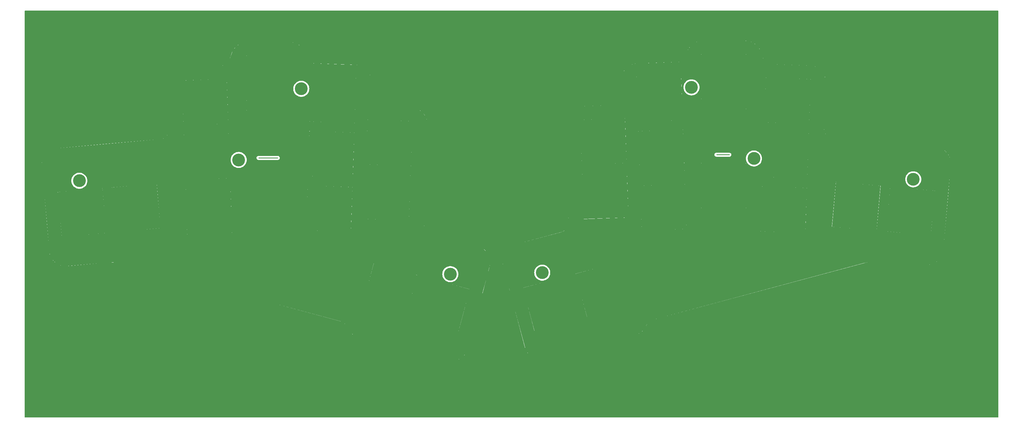
<source format=gbr>
%TF.GenerationSoftware,KiCad,Pcbnew,7.0.7*%
%TF.CreationDate,2023-10-05T00:16:33-07:00*%
%TF.ProjectId,neighboard-plate,6e656967-6862-46f6-9172-642d706c6174,1.1*%
%TF.SameCoordinates,Original*%
%TF.FileFunction,Copper,L2,Bot*%
%TF.FilePolarity,Positive*%
%FSLAX46Y46*%
G04 Gerber Fmt 4.6, Leading zero omitted, Abs format (unit mm)*
G04 Created by KiCad (PCBNEW 7.0.7) date 2023-10-05 00:16:33*
%MOMM*%
%LPD*%
G01*
G04 APERTURE LIST*
%TA.AperFunction,ComponentPad*%
%ADD10C,0.500000*%
%TD*%
%TA.AperFunction,ComponentPad*%
%ADD11C,4.000000*%
%TD*%
%TA.AperFunction,Conductor*%
%ADD12C,0.250000*%
%TD*%
G04 APERTURE END LIST*
D10*
%TO.P,Ref\u002A\u002A,1*%
%TO.N,N/C*%
X285800000Y-119750000D03*
X286240000Y-118690000D03*
X286240000Y-120810000D03*
X287300000Y-118250000D03*
D11*
X287300000Y-119750000D03*
D10*
X287300000Y-121250000D03*
X288360000Y-118690000D03*
X288360000Y-120810000D03*
X288800000Y-119750000D03*
%TD*%
%TO.P,Ref\u002A\u002A,1*%
%TO.N,N/C*%
X75150000Y-126700000D03*
X75590000Y-125640000D03*
X75590000Y-127760000D03*
X76650000Y-125200000D03*
D11*
X76650000Y-126700000D03*
D10*
X76650000Y-128200000D03*
X77710000Y-125640000D03*
X77710000Y-127760000D03*
X78150000Y-126700000D03*
%TD*%
%TO.P,Ref\u002A\u002A,1*%
%TO.N,N/C*%
X144450000Y-98000000D03*
X144890000Y-96940000D03*
X144890000Y-99060000D03*
X145950000Y-96500000D03*
D11*
X145950000Y-98000000D03*
D10*
X145950000Y-99500000D03*
X147010000Y-96940000D03*
X147010000Y-99060000D03*
X147450000Y-98000000D03*
%TD*%
%TO.P,Ref\u002A\u002A,1*%
%TO.N,N/C*%
X335550000Y-126250000D03*
X335990000Y-125190000D03*
X335990000Y-127310000D03*
X337050000Y-124750000D03*
D11*
X337050000Y-126250000D03*
D10*
X337050000Y-127750000D03*
X338110000Y-125190000D03*
X338110000Y-127310000D03*
X338550000Y-126250000D03*
%TD*%
%TO.P,Ref\u002A\u002A,1*%
%TO.N,N/C*%
X124900000Y-120200000D03*
X125340000Y-119140000D03*
X125340000Y-121260000D03*
X126400000Y-118700000D03*
D11*
X126400000Y-120200000D03*
D10*
X126400000Y-121700000D03*
X127460000Y-119140000D03*
X127460000Y-121260000D03*
X127900000Y-120200000D03*
%TD*%
%TO.P,Ref\u002A\u002A,1*%
%TO.N,N/C*%
X191000000Y-155850000D03*
X191440000Y-154790000D03*
X191440000Y-156910000D03*
X192500000Y-154350000D03*
D11*
X192500000Y-155850000D03*
D10*
X192500000Y-157350000D03*
X193560000Y-154790000D03*
X193560000Y-156910000D03*
X194000000Y-155850000D03*
%TD*%
%TO.P,Ref\u002A\u002A,1*%
%TO.N,N/C*%
X266300000Y-97550000D03*
X266740000Y-96490000D03*
X266740000Y-98610000D03*
X267800000Y-96050000D03*
D11*
X267800000Y-97550000D03*
D10*
X267800000Y-99050000D03*
X268860000Y-96490000D03*
X268860000Y-98610000D03*
X269300000Y-97550000D03*
%TD*%
%TO.P,Ref\u002A\u002A,1*%
%TO.N,N/C*%
X219700000Y-155400000D03*
X220140000Y-154340000D03*
X220140000Y-156460000D03*
X221200000Y-153900000D03*
D11*
X221200000Y-155400000D03*
D10*
X221200000Y-156900000D03*
X222260000Y-154340000D03*
X222260000Y-156460000D03*
X222700000Y-155400000D03*
%TD*%
D12*
%TO.N,*%
X275606429Y-118578187D02*
X279606429Y-118578187D01*
X132606429Y-119578187D02*
X138606429Y-119578187D01*
%TD*%
%TA.AperFunction,NonConductor*%
G36*
X363549468Y-73597872D02*
G01*
X363595223Y-73650676D01*
X363606429Y-73702187D01*
X363606429Y-200454187D01*
X363586744Y-200521226D01*
X363533940Y-200566981D01*
X363482429Y-200578187D01*
X59730429Y-200578187D01*
X59663390Y-200558502D01*
X59617635Y-200505698D01*
X59606429Y-200454187D01*
X59606429Y-121486397D01*
X64917799Y-121486397D01*
X64917914Y-121488157D01*
X64918896Y-121724926D01*
X64918792Y-121726669D01*
X64918913Y-121728997D01*
X64918973Y-121734618D01*
X64919470Y-121738310D01*
X64932893Y-121962925D01*
X64932856Y-121964184D01*
X64933218Y-121969935D01*
X64933217Y-121969977D01*
X64933373Y-121972231D01*
X64933520Y-121976498D01*
X64933520Y-121978911D01*
X64934528Y-121984923D01*
X65229061Y-125346791D01*
X67281858Y-148805133D01*
X67281874Y-148808243D01*
X67282320Y-148812089D01*
X67282464Y-148814593D01*
X67283030Y-148818233D01*
X67310610Y-149056519D01*
X67310703Y-149058229D01*
X67311059Y-149060409D01*
X67311362Y-149062771D01*
X67311738Y-149064352D01*
X67352103Y-149298813D01*
X67352291Y-149300365D01*
X67352633Y-149301900D01*
X67352633Y-149301903D01*
X67352649Y-149301975D01*
X67352666Y-149302071D01*
X67352666Y-149302072D01*
X67353103Y-149304539D01*
X67353639Y-149306308D01*
X67406240Y-149536335D01*
X67406533Y-149538095D01*
X67406671Y-149538581D01*
X67407443Y-149541580D01*
X67407683Y-149542623D01*
X67408327Y-149544395D01*
X67472959Y-149770775D01*
X67473323Y-149772399D01*
X67473973Y-149774324D01*
X67475566Y-149779802D01*
X67477002Y-149783156D01*
X67483553Y-149802258D01*
X67549965Y-149995914D01*
X67550864Y-149999305D01*
X67552870Y-150004386D01*
X67554847Y-150010053D01*
X67556445Y-150013296D01*
X67641783Y-150225969D01*
X67642346Y-150227696D01*
X67642748Y-150228570D01*
X67643923Y-150231295D01*
X67645547Y-150235327D01*
X67647370Y-150238602D01*
X67703825Y-150361110D01*
X67743518Y-150447244D01*
X67744164Y-150448884D01*
X67744227Y-150449003D01*
X67745774Y-150452150D01*
X67747464Y-150455851D01*
X67749557Y-150459198D01*
X67855734Y-150662605D01*
X67856428Y-150664151D01*
X67856769Y-150664734D01*
X67858156Y-150667240D01*
X67860003Y-150670766D01*
X67862018Y-150673706D01*
X67976377Y-150869128D01*
X67978351Y-150872500D01*
X67979124Y-150874021D01*
X67979453Y-150874526D01*
X67981009Y-150877044D01*
X67981557Y-150877980D01*
X67982637Y-150879416D01*
X68110971Y-151076580D01*
X68111814Y-151078054D01*
X68112028Y-151078349D01*
X68113857Y-151081020D01*
X68116211Y-151084659D01*
X68118662Y-151087561D01*
X68249957Y-151269990D01*
X68251822Y-151273016D01*
X68254297Y-151276136D01*
X68256050Y-151278455D01*
X68258427Y-151281759D01*
X68260825Y-151284375D01*
X68351869Y-151399289D01*
X68400530Y-151460707D01*
X68402418Y-151463508D01*
X68406466Y-151468206D01*
X68406467Y-151468208D01*
X68406523Y-151468273D01*
X68406579Y-151468343D01*
X68406580Y-151468343D01*
X68411218Y-151474141D01*
X68413743Y-151476577D01*
X68563793Y-151649159D01*
X68564708Y-151650361D01*
X68566507Y-151652280D01*
X68570671Y-151657023D01*
X68573147Y-151659253D01*
X68633489Y-151722625D01*
X68731955Y-151826036D01*
X68732994Y-151827276D01*
X68734703Y-151828925D01*
X68734705Y-151828928D01*
X68734762Y-151828983D01*
X68734829Y-151829053D01*
X68734830Y-151829053D01*
X68738867Y-151833270D01*
X68741478Y-151835430D01*
X68755260Y-151848659D01*
X68904094Y-151991524D01*
X68906407Y-151994103D01*
X68910850Y-151998009D01*
X68915716Y-152002669D01*
X68918593Y-152004803D01*
X69087113Y-152152659D01*
X69089566Y-152155171D01*
X69094377Y-152159033D01*
X69099714Y-152163703D01*
X69102717Y-152165715D01*
X69277843Y-152306029D01*
X69280255Y-152308265D01*
X69284894Y-152311680D01*
X69289670Y-152315473D01*
X69292478Y-152317218D01*
X69473691Y-152449547D01*
X69476494Y-152451969D01*
X69480799Y-152454821D01*
X69483160Y-152456464D01*
X69487677Y-152459768D01*
X69490970Y-152461567D01*
X69681673Y-152588101D01*
X69683156Y-152589238D01*
X69683740Y-152589583D01*
X69686735Y-152591471D01*
X69690529Y-152594016D01*
X69694037Y-152595750D01*
X69886008Y-152710979D01*
X69889019Y-152713118D01*
X69892957Y-152715235D01*
X69895611Y-152716747D01*
X69900579Y-152719741D01*
X69904158Y-152721279D01*
X70100568Y-152827300D01*
X70103530Y-152829192D01*
X70108677Y-152831679D01*
X70114023Y-152834550D01*
X70117296Y-152835829D01*
X70218944Y-152884785D01*
X70319870Y-152933393D01*
X70323140Y-152935266D01*
X70326356Y-152936616D01*
X70329512Y-152938045D01*
X70334213Y-152940335D01*
X70338087Y-152941595D01*
X70542193Y-153028386D01*
X70545802Y-153030286D01*
X70550005Y-153031814D01*
X70553434Y-153033178D01*
X70556826Y-153034645D01*
X70560605Y-153035729D01*
X70775450Y-153115269D01*
X70777208Y-153116062D01*
X70777848Y-153116261D01*
X70781326Y-153117454D01*
X70785806Y-153119141D01*
X70789868Y-153120052D01*
X70830818Y-153133001D01*
X71002239Y-153187207D01*
X71006034Y-153188725D01*
X71009185Y-153189524D01*
X71013010Y-153190625D01*
X71017392Y-153192040D01*
X71021569Y-153192761D01*
X71225725Y-153246430D01*
X71236276Y-153249204D01*
X71240135Y-153250552D01*
X71244097Y-153251364D01*
X71247678Y-153252209D01*
X71251326Y-153253184D01*
X71255290Y-153253705D01*
X71473649Y-153299540D01*
X71477802Y-153300767D01*
X71481389Y-153301297D01*
X71485626Y-153302074D01*
X71489639Y-153302955D01*
X71494072Y-153303268D01*
X71714689Y-153337906D01*
X71718453Y-153338775D01*
X71721833Y-153339121D01*
X71725246Y-153339565D01*
X71730847Y-153340453D01*
X71735124Y-153340498D01*
X71961376Y-153364008D01*
X71963349Y-153364345D01*
X71963480Y-153364351D01*
X71967546Y-153364659D01*
X71971181Y-153365055D01*
X71975398Y-153364936D01*
X72199081Y-153376192D01*
X72203454Y-153376765D01*
X72206966Y-153376723D01*
X72211268Y-153376821D01*
X72214365Y-153376998D01*
X72218613Y-153376660D01*
X72444103Y-153375761D01*
X72448356Y-153376076D01*
X72451888Y-153375850D01*
X72455853Y-153375723D01*
X72458811Y-153375723D01*
X72462850Y-153375190D01*
X72687189Y-153361885D01*
X72692669Y-153362021D01*
X73932136Y-153253706D01*
X85194163Y-152269536D01*
X85203573Y-152268825D01*
X85203575Y-152268826D01*
X85635736Y-152236162D01*
X86071616Y-152213272D01*
X86510613Y-152200084D01*
X86952038Y-152196530D01*
X87839488Y-152218062D01*
X88728606Y-152277332D01*
X89614027Y-152373808D01*
X90490299Y-152506948D01*
X90923387Y-152587111D01*
X91352114Y-152676230D01*
X91775867Y-152774247D01*
X92191049Y-152880349D01*
X92201924Y-152883128D01*
X92212296Y-152884785D01*
X130972424Y-163275125D01*
X158639031Y-170691650D01*
X158639031Y-170691649D01*
X158649548Y-170694469D01*
X158656446Y-170695679D01*
X158692112Y-170705996D01*
X158720300Y-170715356D01*
X158741588Y-170722425D01*
X158742718Y-170722800D01*
X158746067Y-170724020D01*
X158844337Y-170763051D01*
X158848571Y-170764919D01*
X158878017Y-170779241D01*
X158943004Y-170810850D01*
X158946913Y-170812929D01*
X159036922Y-170865022D01*
X159037966Y-170865626D01*
X159041600Y-170867901D01*
X159129153Y-170927006D01*
X159132477Y-170929413D01*
X159216397Y-170994559D01*
X159219407Y-170997053D01*
X159299546Y-171067860D01*
X159302274Y-171070422D01*
X159375886Y-171143911D01*
X159378470Y-171146491D01*
X159380961Y-171149128D01*
X159405686Y-171176883D01*
X159451975Y-171228845D01*
X159453074Y-171230078D01*
X159455323Y-171232751D01*
X159478077Y-171261390D01*
X159523224Y-171318215D01*
X159525241Y-171320902D01*
X159588732Y-171410413D01*
X159590555Y-171413133D01*
X159649533Y-171506347D01*
X159651171Y-171509089D01*
X159705461Y-171605555D01*
X159706927Y-171608322D01*
X159756398Y-171707646D01*
X159757705Y-171710442D01*
X159786859Y-171777093D01*
X159801991Y-171811690D01*
X159802219Y-171812210D01*
X159803376Y-171815046D01*
X159839359Y-171909805D01*
X159839527Y-171910404D01*
X159952081Y-172202224D01*
X159952638Y-172203979D01*
X159952848Y-172204446D01*
X159954038Y-172207281D01*
X159954302Y-172207957D01*
X159955209Y-172209648D01*
X160078716Y-172480924D01*
X160079395Y-172482684D01*
X160079452Y-172482792D01*
X160081040Y-172486023D01*
X160082387Y-172488981D01*
X160084537Y-172492425D01*
X160221366Y-172751662D01*
X160222119Y-172753317D01*
X160222297Y-172753613D01*
X160223860Y-172756374D01*
X160225539Y-172759528D01*
X160227791Y-172762714D01*
X160379043Y-173013018D01*
X160379939Y-173014763D01*
X160380404Y-173015444D01*
X160382186Y-173018210D01*
X160382576Y-173018853D01*
X160383779Y-173020374D01*
X160552217Y-173265963D01*
X160553121Y-173267456D01*
X160553445Y-173267880D01*
X160555092Y-173270138D01*
X160558005Y-173274325D01*
X160560700Y-173277265D01*
X160738667Y-173507185D01*
X160739823Y-173508912D01*
X160740063Y-173509186D01*
X160742592Y-173512265D01*
X160742727Y-173512440D01*
X160744153Y-173513874D01*
X160805406Y-173584221D01*
X160939279Y-173737971D01*
X160940405Y-173739440D01*
X160940899Y-173739950D01*
X160942896Y-173742111D01*
X160943628Y-173742941D01*
X160945054Y-173744208D01*
X161152885Y-173956634D01*
X161154278Y-173958221D01*
X161156804Y-173960652D01*
X161156874Y-173960725D01*
X161158508Y-173962020D01*
X161378159Y-174161648D01*
X161379533Y-174163051D01*
X161382366Y-174165476D01*
X161385095Y-174167966D01*
X161388696Y-174170422D01*
X161504284Y-174263557D01*
X161614590Y-174352437D01*
X161616126Y-174353862D01*
X161616538Y-174354155D01*
X161619549Y-174356433D01*
X161622397Y-174358727D01*
X161626084Y-174360935D01*
X161862916Y-174529230D01*
X161864420Y-174530447D01*
X161864670Y-174530604D01*
X161867597Y-174532551D01*
X161870738Y-174534771D01*
X161874502Y-174536722D01*
X162044703Y-174642535D01*
X162120733Y-174689802D01*
X162122520Y-174691095D01*
X162122622Y-174691150D01*
X162126418Y-174693346D01*
X162128499Y-174694650D01*
X162132449Y-174696424D01*
X162388887Y-174834300D01*
X162390669Y-174835416D01*
X162390795Y-174835474D01*
X162394377Y-174837253D01*
X162397067Y-174838698D01*
X162401143Y-174840206D01*
X162666079Y-174961397D01*
X162667910Y-174962376D01*
X162671516Y-174963883D01*
X162674235Y-174965125D01*
X162678440Y-174966373D01*
X162951116Y-175070018D01*
X162953437Y-175071084D01*
X162956936Y-175072279D01*
X162959383Y-175072842D01*
X163248424Y-175160978D01*
X163248424Y-175160977D01*
X163253098Y-175162403D01*
X163261137Y-175163877D01*
X173424948Y-177888085D01*
X175313523Y-178394281D01*
X175321060Y-178396301D01*
X175343020Y-178402187D01*
X175343029Y-178402187D01*
X191723068Y-182792483D01*
X191733182Y-182796119D01*
X191737312Y-182797102D01*
X191737314Y-182797103D01*
X191971292Y-182852788D01*
X191973375Y-182853436D01*
X191977645Y-182854332D01*
X191979838Y-182854571D01*
X192206523Y-182895303D01*
X192210577Y-182896338D01*
X192213413Y-182896670D01*
X192217487Y-182897283D01*
X192221689Y-182898059D01*
X192226108Y-182898225D01*
X192452248Y-182926186D01*
X192454242Y-182926577D01*
X192454798Y-182926614D01*
X192458650Y-182926986D01*
X192462846Y-182927524D01*
X192467148Y-182927464D01*
X192689361Y-182942906D01*
X192693334Y-182943486D01*
X192696991Y-182943536D01*
X192700570Y-182943688D01*
X192704409Y-182943962D01*
X192708405Y-182943724D01*
X192931148Y-182947486D01*
X192935296Y-182947891D01*
X192939373Y-182947730D01*
X192943102Y-182947695D01*
X192947814Y-182947792D01*
X192952009Y-182947285D01*
X193174107Y-182939626D01*
X193178118Y-182939790D01*
X193181660Y-182939472D01*
X193185502Y-182939246D01*
X193190641Y-182939103D01*
X193194984Y-182938330D01*
X193414863Y-182919655D01*
X193418833Y-182919650D01*
X193423649Y-182918993D01*
X193426880Y-182918638D01*
X193432360Y-182918181D01*
X193436323Y-182917282D01*
X193656670Y-182887589D01*
X193660403Y-182887365D01*
X193664347Y-182886633D01*
X193667467Y-182886136D01*
X193673009Y-182885396D01*
X193676868Y-182884323D01*
X193895467Y-182844049D01*
X193899508Y-182843621D01*
X193903037Y-182842764D01*
X193906801Y-182841972D01*
X193911557Y-182841124D01*
X193915496Y-182839836D01*
X194131803Y-182789289D01*
X194135759Y-182788703D01*
X194140220Y-182787415D01*
X194143667Y-182786526D01*
X194148193Y-182785494D01*
X194151964Y-182784078D01*
X194367389Y-182723030D01*
X194371307Y-182722228D01*
X194374390Y-182721165D01*
X194378364Y-182719942D01*
X194384278Y-182718335D01*
X194388459Y-182716450D01*
X194597220Y-182646791D01*
X194601104Y-182645870D01*
X194606251Y-182643865D01*
X194609355Y-182642750D01*
X194614987Y-182640894D01*
X194618597Y-182639106D01*
X194826439Y-182559111D01*
X194830129Y-182558018D01*
X194834192Y-182556218D01*
X194837375Y-182554912D01*
X194843273Y-182552680D01*
X194846925Y-182550639D01*
X195051509Y-182461155D01*
X195055763Y-182459645D01*
X195057577Y-182458691D01*
X195061636Y-182456752D01*
X195063640Y-182455528D01*
X195122194Y-182425110D01*
X195490685Y-182233681D01*
X195493787Y-182232276D01*
X195493950Y-182232182D01*
X195496713Y-182230203D01*
X195902493Y-181971335D01*
X195904826Y-181970059D01*
X195908528Y-181967523D01*
X195909804Y-181966730D01*
X195913389Y-181963672D01*
X196094018Y-181830681D01*
X196097862Y-181828347D01*
X196101316Y-181825469D01*
X196104761Y-181822797D01*
X196107608Y-181820744D01*
X196110540Y-181817976D01*
X196284200Y-181677666D01*
X196287700Y-181675325D01*
X196291611Y-181671806D01*
X196294443Y-181669405D01*
X196299454Y-181665410D01*
X196302369Y-181662256D01*
X196466655Y-181516731D01*
X196470048Y-181514260D01*
X196474391Y-181509996D01*
X196476919Y-181507649D01*
X196480992Y-181504071D01*
X196483620Y-181501019D01*
X196641582Y-181347593D01*
X196645062Y-181344822D01*
X196649137Y-181340401D01*
X196651788Y-181337694D01*
X196655569Y-181334062D01*
X196658124Y-181330795D01*
X196809006Y-181169924D01*
X196812179Y-181167114D01*
X196815754Y-181162873D01*
X196818216Y-181160123D01*
X196820792Y-181157410D01*
X196823118Y-181154220D01*
X196966794Y-180985704D01*
X196969873Y-180982729D01*
X196973583Y-180977884D01*
X196975787Y-180975168D01*
X196978401Y-180972124D01*
X196980539Y-180968866D01*
X197116172Y-180793291D01*
X197119047Y-180790193D01*
X197122051Y-180785840D01*
X197124183Y-180782936D01*
X197126919Y-180779425D01*
X197128972Y-180775893D01*
X197255355Y-180594496D01*
X197258088Y-180591237D01*
X197260789Y-180586874D01*
X197262835Y-180583779D01*
X197265218Y-180580398D01*
X197267119Y-180576725D01*
X197385417Y-180387309D01*
X197387925Y-180383869D01*
X197389093Y-180381701D01*
X197391433Y-180377717D01*
X197393285Y-180374816D01*
X197395100Y-180370824D01*
X197503037Y-180176447D01*
X197505385Y-180172916D01*
X197507049Y-180169461D01*
X197508899Y-180165916D01*
X197510763Y-180162607D01*
X197512321Y-180158645D01*
X197513261Y-180156721D01*
X197609275Y-179960172D01*
X197611563Y-179956427D01*
X197613739Y-179951268D01*
X197615263Y-179947934D01*
X197617310Y-179943781D01*
X197618650Y-179939666D01*
X197704752Y-179736450D01*
X197706957Y-179732352D01*
X197708583Y-179727746D01*
X197710146Y-179723761D01*
X197711187Y-179721354D01*
X197712317Y-179717346D01*
X197788426Y-179506222D01*
X197790230Y-179502282D01*
X197791424Y-179498242D01*
X197792642Y-179494548D01*
X197793793Y-179491391D01*
X197794686Y-179487297D01*
X197859533Y-179270100D01*
X197859590Y-179269956D01*
X197859709Y-179269509D01*
X197862037Y-179261715D01*
X197862036Y-179261711D01*
X197863944Y-179255322D01*
X197864835Y-179250397D01*
X202537710Y-161819685D01*
X202537709Y-161819684D01*
X202542422Y-161802107D01*
X202542424Y-161802086D01*
X203687054Y-157530805D01*
X204233215Y-155492867D01*
X204233808Y-155491280D01*
X204238794Y-155472172D01*
X204396495Y-154867752D01*
X204397345Y-154865642D01*
X204400532Y-154852283D01*
X204404305Y-154838446D01*
X204404583Y-154835866D01*
X204553257Y-154233327D01*
X204553835Y-154231686D01*
X204556163Y-154221551D01*
X204556176Y-154221500D01*
X204556175Y-154221499D01*
X204560792Y-154203387D01*
X204560936Y-154201034D01*
X204576321Y-154134909D01*
X204697246Y-153615166D01*
X204698421Y-153612687D01*
X204703355Y-153588915D01*
X204705794Y-153578619D01*
X204706011Y-153576765D01*
X204839199Y-152967657D01*
X204840403Y-152964083D01*
X204841887Y-152955641D01*
X204842444Y-152952851D01*
X204843594Y-152947702D01*
X204843929Y-152944357D01*
X204844660Y-152940335D01*
X204881962Y-152734998D01*
X204883123Y-152730641D01*
X204883513Y-152727264D01*
X204884184Y-152722851D01*
X204884736Y-152719926D01*
X204884942Y-152715551D01*
X204884981Y-152715235D01*
X204911070Y-152503954D01*
X204911896Y-152499908D01*
X204912162Y-152495927D01*
X204912505Y-152492342D01*
X204912915Y-152489066D01*
X204912896Y-152485061D01*
X204927266Y-152272633D01*
X204927913Y-152268431D01*
X204927966Y-152263805D01*
X204928116Y-152260139D01*
X204928366Y-152256594D01*
X204928118Y-152252535D01*
X204929327Y-152164981D01*
X204931065Y-152039082D01*
X204931475Y-152034729D01*
X204931308Y-152031219D01*
X204931253Y-152026857D01*
X204931341Y-152022994D01*
X204930802Y-152018593D01*
X204922622Y-151805416D01*
X204922774Y-151801471D01*
X204922413Y-151797545D01*
X204922190Y-151794042D01*
X204922039Y-151789745D01*
X204921356Y-151785754D01*
X204905019Y-151602705D01*
X208764810Y-151602705D01*
X208764951Y-151604501D01*
X208765613Y-151652358D01*
X208768056Y-151829330D01*
X208767976Y-151830988D01*
X208768106Y-151833220D01*
X208768106Y-151833221D01*
X208768108Y-151833262D01*
X208768111Y-151833303D01*
X208768176Y-151836102D01*
X208768416Y-151837821D01*
X208783563Y-152061714D01*
X208783577Y-152063337D01*
X208783807Y-152065377D01*
X208783807Y-152065380D01*
X208783816Y-152065460D01*
X208783823Y-152065550D01*
X208783823Y-152065552D01*
X208784012Y-152067975D01*
X208784336Y-152069671D01*
X208789235Y-152109345D01*
X208811661Y-152290967D01*
X208811821Y-152292257D01*
X208811925Y-152294054D01*
X208812314Y-152296290D01*
X208812314Y-152296292D01*
X208812330Y-152296384D01*
X208812340Y-152296459D01*
X208812340Y-152296460D01*
X208812671Y-152298941D01*
X208813106Y-152300660D01*
X208853279Y-152521792D01*
X208853434Y-152523084D01*
X208853968Y-152525581D01*
X208855479Y-152533571D01*
X208856274Y-152536127D01*
X208992041Y-153157026D01*
X208992160Y-153157738D01*
X208992736Y-153160200D01*
X208993334Y-153162953D01*
X208993536Y-153163644D01*
X209139156Y-153789521D01*
X209139270Y-153790171D01*
X209139954Y-153792948D01*
X209143447Y-153807857D01*
X209143943Y-153809117D01*
X209294687Y-154420044D01*
X209294806Y-154420681D01*
X209295566Y-154423608D01*
X209297663Y-154432076D01*
X209298109Y-154433355D01*
X209403131Y-154835866D01*
X209456296Y-155039629D01*
X209462247Y-155062435D01*
X209462837Y-155064024D01*
X210007631Y-157096856D01*
X210007634Y-157096866D01*
X210009045Y-157102131D01*
X210009045Y-157102132D01*
X210281011Y-158116997D01*
X211156803Y-161385089D01*
X211156807Y-161385106D01*
X211158390Y-161391010D01*
X211158390Y-161391012D01*
X212412773Y-166070098D01*
X215831261Y-178821714D01*
X215832155Y-178826654D01*
X215836367Y-178840761D01*
X215836450Y-178841070D01*
X215836487Y-178841165D01*
X215903016Y-179063995D01*
X215903405Y-179065662D01*
X215904123Y-179067705D01*
X215905743Y-179072985D01*
X215907233Y-179076332D01*
X215985588Y-179293685D01*
X215986077Y-179295325D01*
X215986247Y-179295730D01*
X215987310Y-179298443D01*
X215988611Y-179302012D01*
X215990320Y-179305357D01*
X216073757Y-179502282D01*
X216079900Y-179516779D01*
X216080531Y-179518618D01*
X216080948Y-179519473D01*
X216082287Y-179522411D01*
X216084198Y-179526912D01*
X216086295Y-179530420D01*
X216186514Y-179735575D01*
X216187202Y-179737224D01*
X216187388Y-179737559D01*
X216188884Y-179740426D01*
X216189268Y-179741213D01*
X216190307Y-179742814D01*
X216301903Y-179943781D01*
X216304007Y-179947569D01*
X216304796Y-179949219D01*
X216305015Y-179949568D01*
X216306708Y-179952438D01*
X216308414Y-179955517D01*
X216310657Y-179958595D01*
X216429535Y-180148941D01*
X216431119Y-180151938D01*
X216434342Y-180156638D01*
X216437699Y-180161924D01*
X216439891Y-180164603D01*
X216570587Y-180352186D01*
X216571462Y-180353640D01*
X216573023Y-180355683D01*
X216576945Y-180361239D01*
X216579349Y-180363871D01*
X216719035Y-180544694D01*
X216719957Y-180546054D01*
X216721398Y-180547758D01*
X216721399Y-180547760D01*
X216721459Y-180547831D01*
X216721509Y-180547895D01*
X216726147Y-180553832D01*
X216728755Y-180556387D01*
X216876720Y-180729934D01*
X216877704Y-180731235D01*
X216879156Y-180732791D01*
X216883830Y-180738243D01*
X216886595Y-180740722D01*
X217038981Y-180903196D01*
X217041316Y-180906108D01*
X217044573Y-180909264D01*
X217046710Y-180911439D01*
X217050381Y-180915363D01*
X217053373Y-180917809D01*
X217213857Y-181073686D01*
X217216144Y-181076258D01*
X217220475Y-181080115D01*
X217226024Y-181085465D01*
X217228945Y-181087616D01*
X217399846Y-181239002D01*
X217401068Y-181240243D01*
X217402032Y-181241022D01*
X217404151Y-181242815D01*
X217408400Y-181246577D01*
X217411480Y-181248655D01*
X217589670Y-181392624D01*
X217591010Y-181393869D01*
X217591752Y-181394410D01*
X217594394Y-181396450D01*
X217597385Y-181398889D01*
X217600530Y-181400866D01*
X217786627Y-181537884D01*
X217788450Y-181539417D01*
X217791645Y-181541603D01*
X217793693Y-181542718D01*
X218199746Y-181801761D01*
X218202199Y-181803492D01*
X218202685Y-181803773D01*
X218205411Y-181805008D01*
X218632983Y-182027128D01*
X218634812Y-182028221D01*
X218638240Y-182029858D01*
X218640540Y-182031053D01*
X218644654Y-182032511D01*
X218856450Y-182125149D01*
X218858005Y-182125957D01*
X218858945Y-182126317D01*
X218861713Y-182127453D01*
X218866222Y-182129433D01*
X218869768Y-182130480D01*
X219078917Y-182210978D01*
X219082223Y-182212564D01*
X219086964Y-182214144D01*
X219089620Y-182215097D01*
X219095527Y-182217369D01*
X219099233Y-182218237D01*
X219309282Y-182288325D01*
X219313126Y-182289994D01*
X219317917Y-182291312D01*
X219321497Y-182292413D01*
X219325176Y-182293667D01*
X219329009Y-182294442D01*
X219545562Y-182355810D01*
X219549011Y-182357059D01*
X219552635Y-182357895D01*
X219555732Y-182358695D01*
X219560884Y-182360167D01*
X219564770Y-182360727D01*
X219593437Y-182367426D01*
X219781780Y-182411438D01*
X219785490Y-182412611D01*
X219789465Y-182413327D01*
X219792925Y-182414052D01*
X219797260Y-182415090D01*
X219801264Y-182415493D01*
X220018565Y-182455528D01*
X220020633Y-182455909D01*
X220024233Y-182456865D01*
X220028750Y-182457476D01*
X220031648Y-182457938D01*
X220036243Y-182458782D01*
X220039975Y-182458990D01*
X220266454Y-182489509D01*
X220268328Y-182489896D01*
X220269101Y-182489959D01*
X220272548Y-182490336D01*
X220277770Y-182491056D01*
X220281907Y-182491040D01*
X220502452Y-182509771D01*
X220506572Y-182510458D01*
X220510635Y-182510573D01*
X220514400Y-182510794D01*
X220518591Y-182511167D01*
X220522685Y-182510977D01*
X220744956Y-182518642D01*
X220749024Y-182519105D01*
X220753006Y-182519022D01*
X220756713Y-182519056D01*
X220761675Y-182519249D01*
X220765953Y-182518796D01*
X220992787Y-182514965D01*
X220994782Y-182515072D01*
X220995466Y-182515023D01*
X220999166Y-182514864D01*
X221003683Y-182514804D01*
X221007874Y-182514154D01*
X221229064Y-182498783D01*
X221233482Y-182498841D01*
X221237286Y-182498341D01*
X221241471Y-182497934D01*
X221244903Y-182497717D01*
X221249080Y-182496867D01*
X221470587Y-182469478D01*
X221474984Y-182469291D01*
X221478497Y-182468635D01*
X221482789Y-182467987D01*
X221486398Y-182467570D01*
X221490710Y-182466426D01*
X221716261Y-182425898D01*
X221718435Y-182425661D01*
X221722852Y-182424731D01*
X221726180Y-182424159D01*
X221730446Y-182422772D01*
X221958786Y-182368431D01*
X221958786Y-182368430D01*
X221963007Y-182367426D01*
X221973073Y-182363798D01*
X238357437Y-177972344D01*
X238357447Y-177972343D01*
X238375039Y-177967627D01*
X238375040Y-177967628D01*
X250434963Y-174735203D01*
X250443001Y-174733730D01*
X250447674Y-174732304D01*
X250447675Y-174732305D01*
X250736906Y-174644110D01*
X250739603Y-174643479D01*
X250743783Y-174642060D01*
X250745110Y-174641678D01*
X250749528Y-174639618D01*
X251017795Y-174537649D01*
X251022120Y-174536359D01*
X251024320Y-174535342D01*
X251028586Y-174533558D01*
X251030684Y-174532771D01*
X251034595Y-174530631D01*
X251295019Y-174411504D01*
X251299276Y-174409926D01*
X251301419Y-174408758D01*
X251305613Y-174406672D01*
X251307947Y-174405618D01*
X251311776Y-174403173D01*
X251562816Y-174268197D01*
X251567011Y-174266352D01*
X251569619Y-174264714D01*
X251573560Y-174262436D01*
X251575954Y-174261166D01*
X251579602Y-174258495D01*
X251821486Y-174108117D01*
X251825490Y-174106048D01*
X251828164Y-174104133D01*
X251831778Y-174101731D01*
X251834189Y-174100247D01*
X251837588Y-174097428D01*
X252070060Y-173932231D01*
X252073800Y-173929988D01*
X252076468Y-173927831D01*
X252079649Y-173925422D01*
X252082980Y-173923065D01*
X252086239Y-173919951D01*
X252307665Y-173741537D01*
X252311405Y-173738972D01*
X252313429Y-173737102D01*
X252317077Y-173733983D01*
X252319669Y-173731934D01*
X252322898Y-173728468D01*
X252533710Y-173536872D01*
X252537222Y-173534137D01*
X252539213Y-173532072D01*
X252542445Y-173528952D01*
X252543830Y-173527330D01*
X252558569Y-173512265D01*
X252747539Y-173319118D01*
X252750742Y-173316305D01*
X252752848Y-173313868D01*
X252755587Y-173310899D01*
X252757769Y-173308683D01*
X252760296Y-173305304D01*
X252948745Y-173088876D01*
X252951931Y-173085713D01*
X252953180Y-173084057D01*
X252956433Y-173080093D01*
X252958452Y-173077829D01*
X252961043Y-173073846D01*
X253135232Y-172848807D01*
X253138528Y-172845228D01*
X253140415Y-172842398D01*
X253143346Y-172838362D01*
X253144945Y-172836336D01*
X253147194Y-172832457D01*
X253309443Y-172595894D01*
X253312169Y-172592496D01*
X253313603Y-172590086D01*
X253316065Y-172586271D01*
X253318155Y-172583278D01*
X253320217Y-172579112D01*
X253467792Y-172334893D01*
X253470412Y-172331249D01*
X253471953Y-172328284D01*
X253474153Y-172324395D01*
X253475481Y-172322233D01*
X253477209Y-172318296D01*
X253611090Y-172064644D01*
X253613592Y-172060708D01*
X253614814Y-172057951D01*
X253616988Y-172053527D01*
X253618060Y-172051547D01*
X253619610Y-172047359D01*
X253677590Y-171920009D01*
X253738891Y-171785363D01*
X253741057Y-171781386D01*
X253741675Y-171779720D01*
X253743774Y-171774730D01*
X253744602Y-171772978D01*
X253745943Y-171768555D01*
X253848131Y-171503616D01*
X253848511Y-171502868D01*
X253852760Y-171491614D01*
X253861792Y-171468351D01*
X253861936Y-171467446D01*
X253892739Y-171386327D01*
X253893866Y-171383569D01*
X253938394Y-171281766D01*
X253939700Y-171278973D01*
X253963155Y-171231882D01*
X253989174Y-171179643D01*
X253990637Y-171176883D01*
X254044932Y-171080407D01*
X254046553Y-171077692D01*
X254105565Y-170984423D01*
X254107342Y-170981773D01*
X254170883Y-170892192D01*
X254172847Y-170889576D01*
X254233861Y-170812780D01*
X254240771Y-170804083D01*
X254243003Y-170801428D01*
X254315144Y-170720446D01*
X254317608Y-170717839D01*
X254393840Y-170641733D01*
X254396535Y-170639202D01*
X254476706Y-170568366D01*
X254479685Y-170565898D01*
X254563635Y-170500729D01*
X254566945Y-170498333D01*
X254654498Y-170439228D01*
X254658117Y-170436961D01*
X254749190Y-170384252D01*
X254753087Y-170382181D01*
X254847554Y-170336232D01*
X254851752Y-170334381D01*
X254950037Y-170295343D01*
X254953344Y-170294139D01*
X254983216Y-170284219D01*
X255003987Y-170277323D01*
X255039649Y-170267007D01*
X255046551Y-170265796D01*
X255057067Y-170262976D01*
X255057069Y-170262977D01*
X314144546Y-154423530D01*
X321483803Y-152456112D01*
X321494175Y-152454455D01*
X321501978Y-152452460D01*
X321501979Y-152452461D01*
X321920242Y-152345572D01*
X322343985Y-152247557D01*
X322772712Y-152158438D01*
X323205805Y-152078274D01*
X324082070Y-151945135D01*
X324967494Y-151848659D01*
X325856611Y-151789389D01*
X326744061Y-151767857D01*
X327185486Y-151771411D01*
X327624483Y-151784599D01*
X328060363Y-151807489D01*
X328492525Y-151840153D01*
X328492528Y-151840152D01*
X328501863Y-151840857D01*
X340996875Y-152932775D01*
X340996877Y-152932774D01*
X341003407Y-152933345D01*
X341008890Y-152933211D01*
X341238066Y-152946803D01*
X341240031Y-152947050D01*
X341240275Y-152947050D01*
X341244194Y-152947174D01*
X341248509Y-152947447D01*
X341252886Y-152947092D01*
X341482560Y-152948007D01*
X341484636Y-152948160D01*
X341484814Y-152948150D01*
X341489146Y-152948050D01*
X341492654Y-152948091D01*
X341497021Y-152947519D01*
X341721317Y-152936232D01*
X341725461Y-152936328D01*
X341728506Y-152935993D01*
X341732678Y-152935676D01*
X341735740Y-152935546D01*
X341739898Y-152934797D01*
X341961754Y-152911744D01*
X341966019Y-152911672D01*
X341970773Y-152910910D01*
X341974364Y-152910440D01*
X341978446Y-152910027D01*
X341982421Y-152909074D01*
X342202911Y-152874457D01*
X342206977Y-152874139D01*
X342210774Y-152873326D01*
X342214397Y-152872661D01*
X342218092Y-152872095D01*
X342221952Y-152870972D01*
X342441236Y-152824942D01*
X342445226Y-152824405D01*
X342448250Y-152823587D01*
X342452152Y-152822666D01*
X342456982Y-152821688D01*
X342461128Y-152820187D01*
X342674906Y-152763989D01*
X342679156Y-152763242D01*
X342682909Y-152762018D01*
X342687105Y-152760811D01*
X342691290Y-152759764D01*
X342695476Y-152758022D01*
X342906585Y-152691266D01*
X342910774Y-152690315D01*
X342914542Y-152688877D01*
X342918476Y-152687524D01*
X342922173Y-152686390D01*
X342925971Y-152684626D01*
X343135441Y-152607075D01*
X343139162Y-152606009D01*
X343142772Y-152604456D01*
X343145988Y-152603177D01*
X343151926Y-152601004D01*
X343155649Y-152598972D01*
X343358160Y-152512858D01*
X343362236Y-152511528D01*
X343366319Y-152509513D01*
X343370014Y-152507838D01*
X343374102Y-152506142D01*
X343377744Y-152503989D01*
X343578514Y-152407294D01*
X343582400Y-152405786D01*
X343585529Y-152404053D01*
X343589415Y-152402075D01*
X343593526Y-152400160D01*
X343597250Y-152397699D01*
X343791900Y-152292627D01*
X343795770Y-152290967D01*
X343800186Y-152288268D01*
X343803450Y-152286407D01*
X343808275Y-152283845D01*
X343811662Y-152281363D01*
X344002577Y-152166768D01*
X344006149Y-152164981D01*
X344009229Y-152162896D01*
X344012478Y-152160840D01*
X344017113Y-152158104D01*
X344020381Y-152155475D01*
X344204869Y-152033066D01*
X344208514Y-152031087D01*
X344212606Y-152028049D01*
X344215645Y-152025931D01*
X344220788Y-152022568D01*
X344223960Y-152019741D01*
X344303246Y-151961842D01*
X344403222Y-151888835D01*
X344406483Y-151886827D01*
X344409899Y-151884062D01*
X344412569Y-151882018D01*
X344416851Y-151878919D01*
X344419695Y-151876202D01*
X344592952Y-151737386D01*
X344596364Y-151735122D01*
X344600394Y-151731539D01*
X344603112Y-151729258D01*
X344607700Y-151725626D01*
X344610537Y-151722625D01*
X344776482Y-151577026D01*
X344779830Y-151574598D01*
X344783955Y-151570591D01*
X344786615Y-151568153D01*
X344790937Y-151564417D01*
X344793682Y-151561239D01*
X344953693Y-151407646D01*
X344956641Y-151405260D01*
X344960269Y-151401435D01*
X344962405Y-151399289D01*
X344965910Y-151395935D01*
X344968244Y-151393054D01*
X345121361Y-151232250D01*
X345124450Y-151229569D01*
X345128509Y-151224861D01*
X345130709Y-151222441D01*
X345134840Y-151218130D01*
X345137174Y-151214884D01*
X345281684Y-151048677D01*
X345284812Y-151045708D01*
X345288428Y-151041071D01*
X345290787Y-151038223D01*
X345293618Y-151035006D01*
X345295814Y-151031726D01*
X345434169Y-150857094D01*
X345437113Y-150853974D01*
X345439703Y-150850297D01*
X345442195Y-150846997D01*
X345444658Y-150843952D01*
X345446810Y-150840387D01*
X345577127Y-150659317D01*
X345579770Y-150656214D01*
X345582089Y-150652597D01*
X345584246Y-150649450D01*
X345587243Y-150645351D01*
X345589237Y-150641592D01*
X345709810Y-150456350D01*
X345712421Y-150453020D01*
X345714828Y-150448843D01*
X345716967Y-150445395D01*
X345719805Y-150441136D01*
X345721710Y-150437055D01*
X345833257Y-150246440D01*
X345835782Y-150242858D01*
X345837665Y-150239153D01*
X345839674Y-150235505D01*
X345841288Y-150232795D01*
X345842872Y-150229127D01*
X345945942Y-150031674D01*
X345948426Y-150027791D01*
X345950079Y-150024073D01*
X345952201Y-150019757D01*
X345953388Y-150017561D01*
X345954886Y-150013566D01*
X346048129Y-149811227D01*
X346050253Y-149807514D01*
X346052034Y-149803007D01*
X346053536Y-149799521D01*
X346055311Y-149795723D01*
X346056540Y-149791748D01*
X346139164Y-149585841D01*
X346141108Y-149582000D01*
X346142610Y-149577546D01*
X346143954Y-149573936D01*
X346145749Y-149569534D01*
X346146793Y-149565318D01*
X346218531Y-149356128D01*
X346220266Y-149352228D01*
X346221627Y-149347413D01*
X346222723Y-149343929D01*
X346223887Y-149340576D01*
X346224700Y-149336631D01*
X346286132Y-149121459D01*
X346287733Y-149117224D01*
X346288521Y-149113612D01*
X346289642Y-149109239D01*
X346290428Y-149106577D01*
X346291068Y-149102371D01*
X346340960Y-148884188D01*
X346342394Y-148879767D01*
X346343079Y-148875571D01*
X346343985Y-148871069D01*
X346344816Y-148867604D01*
X346345216Y-148863037D01*
X346383397Y-148641271D01*
X346384448Y-148637119D01*
X346384814Y-148633778D01*
X346385397Y-148629706D01*
X346385893Y-148626903D01*
X346386073Y-148622788D01*
X346412934Y-148390277D01*
X346413618Y-148385924D01*
X346413796Y-148382908D01*
X346414397Y-148377826D01*
X346414375Y-148374929D01*
X347999727Y-130258326D01*
X348467986Y-124907296D01*
X348661323Y-122700499D01*
X348761547Y-121556517D01*
X348762647Y-121550053D01*
X348762620Y-121547953D01*
X348762723Y-121543499D01*
X348776651Y-121309319D01*
X348777186Y-121305259D01*
X348777186Y-121302331D01*
X348777317Y-121298309D01*
X348777541Y-121294849D01*
X348777226Y-121290564D01*
X348777433Y-121240545D01*
X348778161Y-121065046D01*
X348778500Y-121060787D01*
X348778324Y-121057711D01*
X348778226Y-121053404D01*
X348778268Y-121049891D01*
X348777695Y-121045518D01*
X348766474Y-120821830D01*
X348766593Y-120817656D01*
X348766190Y-120813918D01*
X348765891Y-120809958D01*
X348765881Y-120809744D01*
X348765547Y-120807788D01*
X348741817Y-120579070D01*
X348741697Y-120575095D01*
X348741162Y-120571756D01*
X348740686Y-120568102D01*
X348740618Y-120567424D01*
X348740173Y-120565491D01*
X348704908Y-120340664D01*
X348704622Y-120336520D01*
X348703570Y-120331548D01*
X348702954Y-120328186D01*
X348702849Y-120327511D01*
X348702339Y-120325693D01*
X348655337Y-120101628D01*
X348654816Y-120097660D01*
X348653844Y-120094025D01*
X348652999Y-120090444D01*
X348652186Y-120086474D01*
X348650841Y-120082626D01*
X348594442Y-119867968D01*
X348593747Y-119863919D01*
X348592218Y-119859136D01*
X348591226Y-119855692D01*
X348590309Y-119852125D01*
X348588834Y-119848446D01*
X348521830Y-119636457D01*
X348520935Y-119632411D01*
X348519110Y-119627544D01*
X348517972Y-119624227D01*
X348516589Y-119619792D01*
X348514877Y-119616129D01*
X348437437Y-119406872D01*
X348436354Y-119403092D01*
X348434894Y-119399714D01*
X348433518Y-119396246D01*
X348432024Y-119392125D01*
X348430104Y-119388475D01*
X348428044Y-119383628D01*
X348343360Y-119184414D01*
X348342149Y-119180678D01*
X348339692Y-119175593D01*
X348338404Y-119172745D01*
X348336912Y-119169216D01*
X348335089Y-119166036D01*
X348287946Y-119068121D01*
X348237673Y-118963705D01*
X348236356Y-118960318D01*
X348234113Y-118956159D01*
X348232804Y-118953591D01*
X348232459Y-118952874D01*
X348231565Y-118951435D01*
X348164779Y-118827678D01*
X348122868Y-118750015D01*
X348121288Y-118746363D01*
X348118587Y-118741906D01*
X348116941Y-118739017D01*
X348115096Y-118735568D01*
X348112944Y-118732517D01*
X347997161Y-118539572D01*
X347995671Y-118536601D01*
X347992317Y-118531496D01*
X347992317Y-118531494D01*
X347992273Y-118531427D01*
X347992224Y-118531346D01*
X347992222Y-118531344D01*
X347988918Y-118525883D01*
X347986798Y-118523175D01*
X347961412Y-118484906D01*
X347863468Y-118337255D01*
X347861853Y-118334285D01*
X347857408Y-118328117D01*
X347853446Y-118322213D01*
X347851228Y-118319654D01*
X347718842Y-118138323D01*
X347716885Y-118135190D01*
X347714542Y-118132292D01*
X347712485Y-118129602D01*
X347711957Y-118128871D01*
X347710696Y-118127505D01*
X347567517Y-117948766D01*
X347565501Y-117945757D01*
X347560836Y-117940425D01*
X347556964Y-117935602D01*
X347554451Y-117933147D01*
X347554327Y-117933006D01*
X347407078Y-117765142D01*
X347404767Y-117761990D01*
X347400931Y-117758018D01*
X347398780Y-117755675D01*
X347396143Y-117752649D01*
X347393416Y-117750196D01*
X347282462Y-117634584D01*
X347237325Y-117587552D01*
X347235027Y-117584765D01*
X347231899Y-117581796D01*
X347229763Y-117579668D01*
X347229210Y-117579089D01*
X347227897Y-117577987D01*
X347060930Y-117418970D01*
X347058506Y-117416287D01*
X347055244Y-117413458D01*
X347052996Y-117411409D01*
X347052471Y-117410906D01*
X347051106Y-117409861D01*
X347002024Y-117367180D01*
X346878387Y-117259664D01*
X346875948Y-117257137D01*
X346870158Y-117252505D01*
X346870158Y-117252504D01*
X346870088Y-117252448D01*
X346870023Y-117252392D01*
X346870021Y-117252391D01*
X346865315Y-117248336D01*
X346862519Y-117246451D01*
X346686185Y-117106719D01*
X346683565Y-117104317D01*
X346680268Y-117101945D01*
X346677949Y-117100192D01*
X346674824Y-117097714D01*
X346671801Y-117095850D01*
X346489627Y-116964714D01*
X346487095Y-116962564D01*
X346481551Y-116958896D01*
X346481483Y-116958851D01*
X346481407Y-116958797D01*
X346481406Y-116958796D01*
X346479628Y-116957533D01*
X346478284Y-116956768D01*
X346281213Y-116828470D01*
X346279783Y-116827394D01*
X346278848Y-116826847D01*
X346276330Y-116825291D01*
X346275819Y-116824958D01*
X346274304Y-116824188D01*
X346147172Y-116749778D01*
X346071508Y-116705492D01*
X346070158Y-116704571D01*
X346067749Y-116703291D01*
X346062755Y-116700418D01*
X346059733Y-116699107D01*
X345861267Y-116595490D01*
X345858300Y-116593624D01*
X345852341Y-116590829D01*
X345850380Y-116589822D01*
X345848903Y-116589245D01*
X345843342Y-116586682D01*
X345828914Y-116580031D01*
X345640381Y-116493132D01*
X345637109Y-116491310D01*
X345633076Y-116489686D01*
X345630351Y-116488511D01*
X345629476Y-116488109D01*
X345627747Y-116487545D01*
X345414958Y-116402144D01*
X345411567Y-116400476D01*
X345407570Y-116399098D01*
X345404762Y-116398053D01*
X345403733Y-116397641D01*
X345401926Y-116397160D01*
X345185316Y-116322862D01*
X345182018Y-116321436D01*
X345176170Y-116319720D01*
X345176078Y-116319693D01*
X345176006Y-116319669D01*
X345176005Y-116319669D01*
X345174033Y-116319011D01*
X345172471Y-116318663D01*
X344946131Y-116254028D01*
X344944356Y-116253383D01*
X344943323Y-116253145D01*
X344940324Y-116252373D01*
X344939829Y-116252232D01*
X344938074Y-116251940D01*
X344713231Y-116200514D01*
X344709451Y-116199334D01*
X344705251Y-116198604D01*
X344702175Y-116197988D01*
X344701333Y-116197797D01*
X344699452Y-116197603D01*
X344465976Y-116157394D01*
X344464310Y-116157000D01*
X344462123Y-116156731D01*
X344459894Y-116156359D01*
X344458106Y-116156265D01*
X344228658Y-116129702D01*
X344224520Y-116128869D01*
X344217467Y-116128251D01*
X329386548Y-114829219D01*
X311611120Y-113272281D01*
X311611134Y-113272112D01*
X311606370Y-113272098D01*
X311500690Y-113259955D01*
X311497405Y-113259488D01*
X311377768Y-113239210D01*
X311374572Y-113238581D01*
X311256453Y-113212113D01*
X311253374Y-113211340D01*
X311136936Y-113178868D01*
X311133962Y-113177957D01*
X311019358Y-113139662D01*
X311016471Y-113138617D01*
X310914411Y-113098796D01*
X310903951Y-113094714D01*
X310901198Y-113093563D01*
X310846692Y-113069187D01*
X310790833Y-113044205D01*
X310788168Y-113042936D01*
X310742660Y-113019925D01*
X310680186Y-112988335D01*
X310677683Y-112986995D01*
X310617125Y-112952728D01*
X310572224Y-112927321D01*
X310569776Y-112925861D01*
X310563928Y-112922187D01*
X310467093Y-112861353D01*
X310464768Y-112859817D01*
X310363833Y-112789842D01*
X310264922Y-112714513D01*
X310169375Y-112634840D01*
X310077337Y-112550998D01*
X309989007Y-112463208D01*
X309904534Y-112371649D01*
X309824112Y-112276538D01*
X309747900Y-112178059D01*
X309676082Y-112076426D01*
X309650401Y-112036487D01*
X309608820Y-111971821D01*
X309574209Y-111912390D01*
X309546300Y-111864465D01*
X309489328Y-111755768D01*
X309488084Y-111753258D01*
X309478754Y-111733314D01*
X309436740Y-111643509D01*
X309435599Y-111640916D01*
X309435299Y-111640190D01*
X309389412Y-111529106D01*
X309388377Y-111526423D01*
X309386830Y-111522120D01*
X309347507Y-111412733D01*
X309346590Y-111409978D01*
X309311195Y-111294588D01*
X309310393Y-111291731D01*
X309280650Y-111174869D01*
X309279976Y-111171912D01*
X309256052Y-111053798D01*
X309255509Y-111050721D01*
X309237560Y-110931518D01*
X309237166Y-110928354D01*
X309228780Y-110843082D01*
X309225355Y-110808254D01*
X309225123Y-110805024D01*
X309225034Y-110803068D01*
X309219612Y-110684236D01*
X309219552Y-110680981D01*
X309220598Y-110559215D01*
X309730905Y-95921594D01*
X309731264Y-95918577D01*
X309731324Y-95909585D01*
X309731526Y-95903781D01*
X309731375Y-95901834D01*
X309732860Y-95677393D01*
X309733298Y-95672861D01*
X309733042Y-95668119D01*
X309732955Y-95664119D01*
X309732990Y-95660761D01*
X309732464Y-95656585D01*
X309721383Y-95431712D01*
X309721477Y-95427681D01*
X309721133Y-95424470D01*
X309720846Y-95420736D01*
X309720645Y-95416423D01*
X309719849Y-95412221D01*
X309696891Y-95192307D01*
X309696839Y-95187872D01*
X309695991Y-95182650D01*
X309695502Y-95178937D01*
X309695443Y-95178355D01*
X309694994Y-95176419D01*
X309659046Y-94950297D01*
X309658697Y-94946140D01*
X309658055Y-94943236D01*
X309657264Y-94938955D01*
X309656848Y-94936159D01*
X309655659Y-94932078D01*
X309651459Y-94912390D01*
X309609304Y-94714763D01*
X309608777Y-94710470D01*
X309607514Y-94705839D01*
X309606601Y-94702022D01*
X309605715Y-94697721D01*
X309604235Y-94693626D01*
X309547272Y-94480793D01*
X309546587Y-94476811D01*
X309544777Y-94471180D01*
X309543919Y-94468266D01*
X309543675Y-94467358D01*
X309543001Y-94465663D01*
X309497682Y-94325045D01*
X309473266Y-94249288D01*
X309472346Y-94245255D01*
X309470528Y-94240489D01*
X309469372Y-94237184D01*
X309469158Y-94236512D01*
X309468367Y-94234782D01*
X309462462Y-94219142D01*
X309387607Y-94020871D01*
X309386556Y-94017253D01*
X309384764Y-94013126D01*
X309383608Y-94010274D01*
X309381879Y-94005682D01*
X309380052Y-94002265D01*
X309379537Y-94001078D01*
X309291850Y-93798910D01*
X309290514Y-93794884D01*
X309288275Y-93790407D01*
X309286665Y-93786921D01*
X309286461Y-93786442D01*
X309285492Y-93784769D01*
X309184812Y-93579821D01*
X309183445Y-93576316D01*
X309180776Y-93571457D01*
X309179484Y-93568976D01*
X309177487Y-93564919D01*
X309175521Y-93561911D01*
X309175065Y-93561083D01*
X309067012Y-93364792D01*
X309065523Y-93361547D01*
X309063344Y-93357989D01*
X309061875Y-93355458D01*
X309059612Y-93351338D01*
X309057443Y-93348348D01*
X309053890Y-93342542D01*
X308940713Y-93157579D01*
X308938934Y-93154039D01*
X308936239Y-93150096D01*
X308934328Y-93147122D01*
X308934019Y-93146610D01*
X308932888Y-93145153D01*
X308804701Y-92955544D01*
X308802970Y-92952418D01*
X308798454Y-92946302D01*
X308794727Y-92940816D01*
X308792410Y-92938174D01*
X308658271Y-92757780D01*
X308656385Y-92754796D01*
X308653475Y-92751227D01*
X308651765Y-92749031D01*
X308650993Y-92747992D01*
X308649803Y-92746722D01*
X308609952Y-92697841D01*
X308504813Y-92568876D01*
X308502558Y-92565570D01*
X308499204Y-92561856D01*
X308496934Y-92559195D01*
X308494600Y-92556297D01*
X308491897Y-92553681D01*
X308470875Y-92530114D01*
X308341601Y-92385188D01*
X308339591Y-92382552D01*
X308335165Y-92377973D01*
X308333468Y-92376084D01*
X308332283Y-92375016D01*
X308171295Y-92209895D01*
X308169216Y-92207395D01*
X308164369Y-92202790D01*
X308159646Y-92197995D01*
X308157039Y-92195913D01*
X308108822Y-92150662D01*
X307994018Y-92042921D01*
X307991688Y-92040315D01*
X307986006Y-92035401D01*
X307981728Y-92031423D01*
X307979127Y-92029499D01*
X307808153Y-91882817D01*
X307805748Y-91880392D01*
X307800551Y-91876290D01*
X307800475Y-91876230D01*
X307800415Y-91876179D01*
X307800414Y-91876178D01*
X307798367Y-91874438D01*
X307797020Y-91873526D01*
X307616135Y-91731927D01*
X307613500Y-91729498D01*
X307608153Y-91725679D01*
X307603306Y-91721892D01*
X307600269Y-91720064D01*
X307418223Y-91590426D01*
X307415231Y-91587880D01*
X307410778Y-91585027D01*
X307408129Y-91583232D01*
X307407620Y-91582868D01*
X307406099Y-91582014D01*
X307212838Y-91457346D01*
X307210035Y-91455213D01*
X307204654Y-91452067D01*
X307202457Y-91450655D01*
X307200903Y-91449887D01*
X307071786Y-91374872D01*
X307001968Y-91334309D01*
X306999299Y-91332491D01*
X306994285Y-91329841D01*
X306994215Y-91329804D01*
X306994133Y-91329757D01*
X306994132Y-91329756D01*
X306989041Y-91326838D01*
X306985955Y-91325515D01*
X306782168Y-91219690D01*
X306780672Y-91218786D01*
X306779821Y-91218394D01*
X306777201Y-91217112D01*
X306776701Y-91216853D01*
X306775136Y-91216240D01*
X306566574Y-91120410D01*
X306563252Y-91118565D01*
X306559372Y-91117014D01*
X306556452Y-91115758D01*
X306555682Y-91115403D01*
X306553947Y-91114837D01*
X306341454Y-91029598D01*
X306337953Y-91027880D01*
X306334404Y-91026671D01*
X306331116Y-91025445D01*
X306330426Y-91025165D01*
X306328553Y-91024663D01*
X306111957Y-90950174D01*
X306108778Y-90948821D01*
X306103552Y-90947280D01*
X306103474Y-90947257D01*
X306103388Y-90947228D01*
X306103387Y-90947228D01*
X306101451Y-90946575D01*
X306099846Y-90946214D01*
X305874100Y-90881330D01*
X305872472Y-90880755D01*
X305871786Y-90880594D01*
X305869060Y-90879887D01*
X305868281Y-90879665D01*
X305866535Y-90879375D01*
X305637950Y-90826483D01*
X305636285Y-90825985D01*
X305634004Y-90825571D01*
X305631563Y-90825021D01*
X305629793Y-90824832D01*
X305398890Y-90784303D01*
X305397072Y-90783854D01*
X305396043Y-90783727D01*
X305393115Y-90783294D01*
X305392239Y-90783143D01*
X305390366Y-90783044D01*
X305156225Y-90755054D01*
X305154439Y-90754735D01*
X305154173Y-90754718D01*
X305150880Y-90754417D01*
X305150584Y-90754382D01*
X305148762Y-90754374D01*
X304921030Y-90739981D01*
X304914302Y-90738986D01*
X291171129Y-90260396D01*
X291123156Y-90256776D01*
X291118263Y-90256211D01*
X291086598Y-90251272D01*
X291081906Y-90250354D01*
X291050615Y-90242966D01*
X291046126Y-90241726D01*
X291015320Y-90231962D01*
X291011039Y-90230430D01*
X290986711Y-90220705D01*
X290980920Y-90218390D01*
X290976855Y-90216592D01*
X290947608Y-90202385D01*
X290943726Y-90200326D01*
X290915448Y-90184021D01*
X290911756Y-90181716D01*
X290884693Y-90163468D01*
X290881179Y-90160915D01*
X290855436Y-90140799D01*
X290852115Y-90138011D01*
X290829941Y-90118027D01*
X290827884Y-90116173D01*
X290824725Y-90113117D01*
X290802150Y-90089668D01*
X290799176Y-90086348D01*
X290780666Y-90064126D01*
X290778432Y-90061444D01*
X290775661Y-90057857D01*
X290756859Y-90031586D01*
X290754307Y-90027722D01*
X290737578Y-90000197D01*
X290735271Y-89996048D01*
X290720766Y-89967416D01*
X290718727Y-89962959D01*
X290718491Y-89962385D01*
X290707331Y-89935194D01*
X290701898Y-89921958D01*
X290699102Y-89914275D01*
X289875843Y-87651696D01*
X289391931Y-86321753D01*
X289390965Y-86318293D01*
X289315381Y-86134873D01*
X289244994Y-85964063D01*
X289244166Y-85961619D01*
X289243148Y-85959382D01*
X289241776Y-85957035D01*
X289071886Y-85624965D01*
X289070771Y-85622448D01*
X289069805Y-85620734D01*
X289068219Y-85618475D01*
X288872975Y-85301799D01*
X288871803Y-85299595D01*
X288870424Y-85297539D01*
X288868832Y-85295578D01*
X288858824Y-85281848D01*
X288649460Y-84994626D01*
X288648233Y-84992679D01*
X288645993Y-84989836D01*
X288644385Y-84988165D01*
X288402818Y-84704453D01*
X288401248Y-84702362D01*
X288399420Y-84700372D01*
X288397473Y-84698632D01*
X288135385Y-84433291D01*
X288133791Y-84431470D01*
X288131863Y-84429655D01*
X288129942Y-84428156D01*
X287848768Y-84182137D01*
X287847197Y-84180586D01*
X287844833Y-84178661D01*
X287842984Y-84177420D01*
X287544906Y-83952339D01*
X287543041Y-83950729D01*
X287540661Y-83949062D01*
X287538492Y-83947826D01*
X287477562Y-83908345D01*
X287224889Y-83744620D01*
X287223162Y-83743345D01*
X287220037Y-83741477D01*
X287218107Y-83740567D01*
X286891278Y-83560789D01*
X286889466Y-83559635D01*
X286886579Y-83558179D01*
X286884576Y-83557385D01*
X286545099Y-83401631D01*
X286543175Y-83400603D01*
X286540107Y-83399328D01*
X286537985Y-83398679D01*
X286188719Y-83268705D01*
X286186624Y-83267775D01*
X286184036Y-83266921D01*
X286181804Y-83266401D01*
X285992434Y-83211782D01*
X285823183Y-83162965D01*
X285820904Y-83162171D01*
X285818545Y-83161588D01*
X285816151Y-83161238D01*
X285451014Y-83085918D01*
X285448874Y-83085357D01*
X285446767Y-83085009D01*
X285444579Y-83084843D01*
X285073627Y-83038673D01*
X285071520Y-83038301D01*
X285069253Y-83038113D01*
X285067098Y-83038132D01*
X284688494Y-83022293D01*
X284672352Y-83023534D01*
X271204904Y-83023534D01*
X271190479Y-83022276D01*
X271187310Y-83022342D01*
X271187309Y-83022342D01*
X271017102Y-83025918D01*
X271006391Y-83026144D01*
X271003729Y-83025990D01*
X270996549Y-83026350D01*
X270993807Y-83026435D01*
X270992472Y-83026605D01*
X270816596Y-83037638D01*
X270813724Y-83037586D01*
X270806584Y-83038263D01*
X270806583Y-83038263D01*
X270806488Y-83038272D01*
X270806406Y-83038278D01*
X270806404Y-83038278D01*
X270800268Y-83038726D01*
X270797614Y-83039195D01*
X270621480Y-83057515D01*
X270619946Y-83057573D01*
X270617388Y-83057939D01*
X270617297Y-83057952D01*
X270617212Y-83057961D01*
X270617211Y-83057961D01*
X270615013Y-83058193D01*
X270613559Y-83058493D01*
X270439496Y-83083739D01*
X270436686Y-83083911D01*
X270429268Y-83085220D01*
X270429266Y-83085220D01*
X270429181Y-83085235D01*
X270429090Y-83085249D01*
X270429087Y-83085250D01*
X270426541Y-83085641D01*
X270425265Y-83085962D01*
X270252168Y-83118147D01*
X270249367Y-83118440D01*
X270242434Y-83119953D01*
X270242324Y-83119977D01*
X270242259Y-83119990D01*
X270242258Y-83119990D01*
X270239270Y-83120587D01*
X270238133Y-83120928D01*
X270065939Y-83159984D01*
X270063162Y-83160404D01*
X270057115Y-83161983D01*
X270057114Y-83161983D01*
X270057022Y-83162007D01*
X270056941Y-83162026D01*
X270056939Y-83162027D01*
X270054208Y-83162667D01*
X270052922Y-83163105D01*
X269876967Y-83210238D01*
X269875620Y-83210518D01*
X269873430Y-83211187D01*
X269871247Y-83211782D01*
X269869982Y-83212253D01*
X269695842Y-83266102D01*
X269694389Y-83266448D01*
X269691887Y-83267322D01*
X269691886Y-83267322D01*
X269691780Y-83267359D01*
X269691716Y-83267379D01*
X269691715Y-83267379D01*
X269689762Y-83267989D01*
X269688528Y-83268499D01*
X269521705Y-83327065D01*
X269519676Y-83327601D01*
X269512417Y-83330324D01*
X269512416Y-83330324D01*
X269512344Y-83330351D01*
X269512248Y-83330386D01*
X269512247Y-83330386D01*
X269509513Y-83331383D01*
X269508452Y-83331883D01*
X269338669Y-83398696D01*
X269337341Y-83399132D01*
X269335251Y-83400043D01*
X269332734Y-83401037D01*
X269331425Y-83401714D01*
X269222794Y-83449168D01*
X269164545Y-83474613D01*
X269163307Y-83475061D01*
X269160865Y-83476218D01*
X269160864Y-83476219D01*
X269160788Y-83476255D01*
X269160700Y-83476294D01*
X269160698Y-83476295D01*
X269158472Y-83477281D01*
X269157324Y-83477921D01*
X268997217Y-83554960D01*
X268995317Y-83555712D01*
X268989148Y-83558843D01*
X268986267Y-83560267D01*
X268985244Y-83560900D01*
X268824000Y-83645838D01*
X268823046Y-83646268D01*
X268820541Y-83647660D01*
X268813617Y-83651437D01*
X268811840Y-83652655D01*
X268738497Y-83694746D01*
X268658986Y-83740375D01*
X268657791Y-83740956D01*
X268655295Y-83742490D01*
X268655295Y-83742491D01*
X268655212Y-83742542D01*
X268655140Y-83742584D01*
X268655139Y-83742584D01*
X268653435Y-83743578D01*
X268652475Y-83744245D01*
X268536725Y-83816333D01*
X268515376Y-83829630D01*
X268501575Y-83838225D01*
X268499101Y-83839513D01*
X268493374Y-83843331D01*
X268491227Y-83844683D01*
X268490205Y-83845465D01*
X268342940Y-83944695D01*
X268340532Y-83946071D01*
X268335223Y-83949896D01*
X268333084Y-83951361D01*
X268332149Y-83952131D01*
X268184604Y-84059442D01*
X268183443Y-84060170D01*
X268181032Y-84062042D01*
X268178801Y-84063682D01*
X268177814Y-84064563D01*
X268034161Y-84177151D01*
X268033060Y-84177906D01*
X268031042Y-84179592D01*
X268031041Y-84179593D01*
X268030956Y-84179664D01*
X268030902Y-84179707D01*
X268030901Y-84179708D01*
X268028765Y-84181408D01*
X268027873Y-84182264D01*
X267892344Y-84296595D01*
X267890385Y-84298015D01*
X267885258Y-84302573D01*
X267883265Y-84304306D01*
X267882586Y-84304997D01*
X267750933Y-84424468D01*
X267748931Y-84426035D01*
X267744151Y-84430622D01*
X267742020Y-84432600D01*
X267741257Y-84433446D01*
X267610524Y-84561047D01*
X267609777Y-84561695D01*
X267607854Y-84563654D01*
X267606017Y-84565490D01*
X267605304Y-84566331D01*
X267479022Y-84698958D01*
X267478125Y-84699800D01*
X267476567Y-84701539D01*
X267474865Y-84703354D01*
X267474098Y-84704329D01*
X267353251Y-84841019D01*
X267352306Y-84841958D01*
X267350523Y-84844105D01*
X267348874Y-84845992D01*
X267348107Y-84847051D01*
X267232089Y-84988581D01*
X267231255Y-84989495D01*
X267229941Y-84991202D01*
X267228132Y-84993445D01*
X267227423Y-84994520D01*
X267117243Y-85139770D01*
X267116352Y-85140816D01*
X267115032Y-85142686D01*
X267113712Y-85144445D01*
X267113023Y-85145555D01*
X267007924Y-85295680D01*
X267007088Y-85296752D01*
X267006094Y-85298291D01*
X267006092Y-85298293D01*
X267006039Y-85298375D01*
X267005993Y-85298441D01*
X267005992Y-85298443D01*
X267002561Y-85303365D01*
X267001099Y-85306044D01*
X266905447Y-85454590D01*
X266904706Y-85455590D01*
X266903168Y-85458130D01*
X266899446Y-85464039D01*
X266898275Y-85466426D01*
X266808430Y-85618757D01*
X266807712Y-85619833D01*
X266806627Y-85621815D01*
X266805330Y-85624060D01*
X266804787Y-85625239D01*
X266718618Y-85785596D01*
X266717863Y-85786805D01*
X266716697Y-85789165D01*
X266716697Y-85789166D01*
X266716654Y-85789253D01*
X266715733Y-85790998D01*
X266715236Y-85792166D01*
X266683128Y-85858179D01*
X266637531Y-85951925D01*
X266635976Y-85954598D01*
X266633461Y-85960292D01*
X266632267Y-85962778D01*
X266631767Y-85964169D01*
X266559042Y-86130722D01*
X266558329Y-86132085D01*
X266557258Y-86134808D01*
X266556382Y-86136851D01*
X266555962Y-86138145D01*
X266485352Y-86320158D01*
X266484753Y-86322350D01*
X265418374Y-89252867D01*
X265407138Y-89281891D01*
X265406379Y-89283640D01*
X265399777Y-89298845D01*
X265391754Y-89315484D01*
X265383099Y-89331771D01*
X265373811Y-89347734D01*
X265363940Y-89363303D01*
X265353478Y-89378515D01*
X265350859Y-89382035D01*
X265342461Y-89393323D01*
X265336185Y-89401143D01*
X265330892Y-89407737D01*
X265318828Y-89421699D01*
X265306679Y-89434780D01*
X265306234Y-89435259D01*
X265293197Y-89448329D01*
X265279651Y-89460979D01*
X265272199Y-89467461D01*
X265265717Y-89473101D01*
X265251335Y-89484753D01*
X265236542Y-89495902D01*
X265221386Y-89506514D01*
X265205884Y-89516580D01*
X265197941Y-89521349D01*
X265190001Y-89526118D01*
X265179547Y-89531903D01*
X265173804Y-89535081D01*
X265157334Y-89543449D01*
X265140573Y-89551225D01*
X265136790Y-89552818D01*
X265123574Y-89558382D01*
X265106282Y-89564936D01*
X265097704Y-89567830D01*
X265088803Y-89570834D01*
X265083549Y-89572393D01*
X265071110Y-89576083D01*
X265062171Y-89578373D01*
X265053231Y-89580664D01*
X265035207Y-89584558D01*
X265027858Y-89585852D01*
X265017043Y-89587756D01*
X264998732Y-89590245D01*
X264980350Y-89592003D01*
X264961747Y-89593029D01*
X264955831Y-89593355D01*
X250727730Y-90090123D01*
X250720682Y-90089779D01*
X250714793Y-90090149D01*
X250596898Y-90097561D01*
X250473349Y-90105329D01*
X250471535Y-90105326D01*
X250470686Y-90105423D01*
X250467800Y-90105683D01*
X250467232Y-90105720D01*
X250465491Y-90106032D01*
X250230653Y-90133884D01*
X250228837Y-90133970D01*
X250226176Y-90134414D01*
X250223958Y-90134694D01*
X250222314Y-90135086D01*
X249989249Y-90175649D01*
X249987634Y-90175842D01*
X249987285Y-90175921D01*
X249984473Y-90176486D01*
X249983770Y-90176610D01*
X249982070Y-90177111D01*
X249752573Y-90229776D01*
X249750865Y-90230057D01*
X249748692Y-90230668D01*
X249746599Y-90231157D01*
X249744981Y-90231726D01*
X249709913Y-90241726D01*
X249518694Y-90296253D01*
X249517197Y-90296585D01*
X249515038Y-90297296D01*
X249513130Y-90297859D01*
X249511718Y-90298429D01*
X249293874Y-90372793D01*
X249290777Y-90373605D01*
X249285326Y-90375707D01*
X249285325Y-90375707D01*
X249285242Y-90375739D01*
X249285163Y-90375767D01*
X249285162Y-90375767D01*
X249282808Y-90376601D01*
X249281416Y-90377263D01*
X249063393Y-90464123D01*
X249061909Y-90464609D01*
X249059709Y-90465591D01*
X249057324Y-90466561D01*
X249055880Y-90467339D01*
X248841986Y-90565002D01*
X248840514Y-90565579D01*
X248838873Y-90566420D01*
X248838872Y-90566421D01*
X248838792Y-90566462D01*
X248838716Y-90566497D01*
X248838714Y-90566498D01*
X248837178Y-90567205D01*
X248835859Y-90567975D01*
X248626529Y-90676064D01*
X248625093Y-90676691D01*
X248622879Y-90677949D01*
X248621041Y-90678914D01*
X248619800Y-90679727D01*
X248415662Y-90797733D01*
X248414316Y-90798406D01*
X248412323Y-90799666D01*
X248410357Y-90800823D01*
X248409154Y-90801700D01*
X248210672Y-90929176D01*
X248209359Y-90929914D01*
X248207503Y-90931212D01*
X248205128Y-90932768D01*
X248203953Y-90933730D01*
X248011391Y-91070348D01*
X248010197Y-91071110D01*
X248008827Y-91072169D01*
X248006787Y-91073630D01*
X248005588Y-91074696D01*
X247819674Y-91219786D01*
X247818409Y-91220655D01*
X247816613Y-91222175D01*
X247814350Y-91223960D01*
X247813184Y-91225110D01*
X247634495Y-91378048D01*
X247633094Y-91379093D01*
X247631248Y-91380828D01*
X247629258Y-91382537D01*
X247628123Y-91383754D01*
X247459864Y-91541394D01*
X247457645Y-91543186D01*
X247453186Y-91547646D01*
X247453185Y-91547647D01*
X247453117Y-91547715D01*
X247453060Y-91547770D01*
X247453058Y-91547771D01*
X247451310Y-91549458D01*
X247450476Y-91550421D01*
X247285487Y-91719480D01*
X247284305Y-91720544D01*
X247282596Y-91722444D01*
X247281115Y-91723976D01*
X247280192Y-91725137D01*
X247122885Y-91901437D01*
X247121838Y-91902464D01*
X247120100Y-91904554D01*
X247120099Y-91904556D01*
X247120040Y-91904627D01*
X247119985Y-91904690D01*
X247119984Y-91904692D01*
X247118160Y-91906781D01*
X247117330Y-91907953D01*
X246968291Y-92090843D01*
X246967349Y-92091865D01*
X246965830Y-92093865D01*
X246964377Y-92095694D01*
X246963662Y-92096781D01*
X246823033Y-92286131D01*
X246821985Y-92287351D01*
X246820342Y-92289753D01*
X246818751Y-92291928D01*
X246817976Y-92293259D01*
X246685949Y-92488932D01*
X246685116Y-92490028D01*
X246683950Y-92491895D01*
X246680710Y-92496783D01*
X246679292Y-92499527D01*
X246665538Y-92522068D01*
X246559079Y-92696522D01*
X246558157Y-92697841D01*
X246556999Y-92699931D01*
X246555659Y-92702152D01*
X246554978Y-92703616D01*
X246441790Y-92909963D01*
X246440980Y-92911245D01*
X246439894Y-92913418D01*
X246438777Y-92915503D01*
X246438217Y-92916846D01*
X246402849Y-92989161D01*
X246337072Y-93123644D01*
X246335550Y-93126249D01*
X246332996Y-93131976D01*
X246330360Y-93137510D01*
X246329338Y-93140456D01*
X246240264Y-93346902D01*
X246238696Y-93349919D01*
X246236672Y-93355227D01*
X246235882Y-93357098D01*
X246235441Y-93358504D01*
X246152852Y-93578614D01*
X246152171Y-93580108D01*
X246151310Y-93582724D01*
X246150392Y-93585231D01*
X246150001Y-93586815D01*
X246078395Y-93810587D01*
X246077796Y-93812143D01*
X246077257Y-93814149D01*
X246076700Y-93815914D01*
X246076377Y-93817462D01*
X246015977Y-94045002D01*
X246015417Y-94046666D01*
X246014911Y-94049019D01*
X246014371Y-94051084D01*
X246014120Y-94052757D01*
X245965319Y-94283728D01*
X245964908Y-94285269D01*
X245964632Y-94286980D01*
X245964195Y-94289078D01*
X245964029Y-94290804D01*
X245927345Y-94524119D01*
X245926976Y-94525833D01*
X245926951Y-94526081D01*
X245926535Y-94529283D01*
X245926397Y-94530163D01*
X245926333Y-94532073D01*
X245902103Y-94767271D01*
X245901836Y-94768972D01*
X245901835Y-94769002D01*
X245901588Y-94772275D01*
X245901211Y-94775956D01*
X245901309Y-94779862D01*
X245890085Y-95011899D01*
X245889910Y-95013568D01*
X245889910Y-95015535D01*
X245889684Y-95021233D01*
X245889974Y-95024812D01*
X245891542Y-95250530D01*
X245891318Y-95253515D01*
X246144255Y-102505223D01*
X246144412Y-102528938D01*
X246144338Y-102532400D01*
X246143308Y-102553298D01*
X246143048Y-102556685D01*
X246140876Y-102577492D01*
X246140442Y-102580791D01*
X246137151Y-102601487D01*
X246136556Y-102604686D01*
X246132177Y-102625212D01*
X246131433Y-102628308D01*
X246125987Y-102648655D01*
X246125108Y-102651639D01*
X246118624Y-102671762D01*
X246117616Y-102674646D01*
X246110111Y-102694527D01*
X246108986Y-102697302D01*
X246100515Y-102716831D01*
X246099285Y-102719492D01*
X246089842Y-102738718D01*
X246088509Y-102741280D01*
X246078156Y-102760091D01*
X246076723Y-102762558D01*
X246065481Y-102780930D01*
X246063961Y-102783291D01*
X246051857Y-102801197D01*
X246050247Y-102803468D01*
X246043743Y-102812216D01*
X246036519Y-102821932D01*
X246021078Y-102840874D01*
X246004807Y-102859118D01*
X245987757Y-102876608D01*
X245969935Y-102893335D01*
X245968984Y-102894151D01*
X245952446Y-102908340D01*
X245950294Y-102910104D01*
X245933281Y-102923423D01*
X245931025Y-102925107D01*
X245913480Y-102937601D01*
X245911128Y-102939196D01*
X245893093Y-102950831D01*
X245890629Y-102952341D01*
X245872119Y-102963095D01*
X245869545Y-102964510D01*
X245850629Y-102974333D01*
X245847942Y-102975648D01*
X245828643Y-102984515D01*
X245825841Y-102985720D01*
X245806224Y-102993590D01*
X245803300Y-102994679D01*
X245783375Y-103001530D01*
X245780343Y-103002487D01*
X245760165Y-103008287D01*
X245757012Y-103009104D01*
X245736587Y-103013830D01*
X245733331Y-103014492D01*
X245712734Y-103018108D01*
X245709366Y-103018604D01*
X245688593Y-103021085D01*
X245685151Y-103021399D01*
X245650212Y-103023607D01*
X245650195Y-103023352D01*
X245645922Y-103023984D01*
X233171518Y-103457381D01*
X233155440Y-103459754D01*
X233031721Y-103467533D01*
X232932073Y-103473798D01*
X232930259Y-103473795D01*
X232929410Y-103473892D01*
X232926524Y-103474152D01*
X232925956Y-103474189D01*
X232924215Y-103474501D01*
X232689379Y-103502353D01*
X232687563Y-103502439D01*
X232684902Y-103502883D01*
X232682684Y-103503163D01*
X232681040Y-103503555D01*
X232448046Y-103544106D01*
X232446498Y-103544289D01*
X232444614Y-103544705D01*
X232442400Y-103545103D01*
X232440749Y-103545591D01*
X232211311Y-103598241D01*
X232209603Y-103598522D01*
X232207421Y-103599136D01*
X232205322Y-103599626D01*
X232203716Y-103600191D01*
X231977425Y-103664719D01*
X231975936Y-103665049D01*
X231973767Y-103665763D01*
X231971865Y-103666324D01*
X231970457Y-103666892D01*
X231938857Y-103677679D01*
X231752602Y-103741260D01*
X231749511Y-103742070D01*
X231744057Y-103744174D01*
X231744056Y-103744174D01*
X231743973Y-103744206D01*
X231743894Y-103744234D01*
X231743893Y-103744234D01*
X231741546Y-103745066D01*
X231740153Y-103745728D01*
X231522191Y-103832562D01*
X231520619Y-103833076D01*
X231518437Y-103834058D01*
X231516182Y-103834971D01*
X231514729Y-103835750D01*
X231305911Y-103931097D01*
X231303100Y-103932139D01*
X231297537Y-103934921D01*
X231295072Y-103936072D01*
X231293704Y-103936900D01*
X231220440Y-103974730D01*
X231085476Y-104044417D01*
X231083993Y-104045059D01*
X231081608Y-104046414D01*
X231079725Y-104047407D01*
X231078509Y-104048204D01*
X230874398Y-104166195D01*
X230873048Y-104166870D01*
X230871058Y-104168128D01*
X230869092Y-104169285D01*
X230867889Y-104170162D01*
X230669836Y-104297363D01*
X230668459Y-104298122D01*
X230666258Y-104299661D01*
X230664135Y-104301046D01*
X230662944Y-104302011D01*
X230470920Y-104438247D01*
X230469624Y-104439046D01*
X230467575Y-104440620D01*
X230465688Y-104441974D01*
X230464523Y-104443001D01*
X230278419Y-104588237D01*
X230277152Y-104589107D01*
X230275350Y-104590633D01*
X230273082Y-104592421D01*
X230271915Y-104593573D01*
X230093265Y-104746476D01*
X230092093Y-104747350D01*
X230089969Y-104749297D01*
X230087593Y-104751414D01*
X230086797Y-104752270D01*
X229914461Y-104913728D01*
X229913454Y-104914572D01*
X229911925Y-104916101D01*
X229911923Y-104916103D01*
X229911855Y-104916171D01*
X229911798Y-104916226D01*
X229911796Y-104916228D01*
X229910051Y-104917911D01*
X229909220Y-104918871D01*
X229744216Y-105087944D01*
X229743036Y-105089006D01*
X229741334Y-105090898D01*
X229739842Y-105092442D01*
X229738922Y-105093598D01*
X229581618Y-105269896D01*
X229580572Y-105270921D01*
X229578838Y-105273007D01*
X229578837Y-105273009D01*
X229578778Y-105273080D01*
X229578723Y-105273143D01*
X229578722Y-105273145D01*
X229576891Y-105275241D01*
X229576063Y-105276411D01*
X229426988Y-105459346D01*
X229425984Y-105460438D01*
X229424571Y-105462314D01*
X229423239Y-105463972D01*
X229422454Y-105465161D01*
X229281522Y-105654916D01*
X229280620Y-105655980D01*
X229279132Y-105658130D01*
X229279131Y-105658132D01*
X229279086Y-105658197D01*
X229279030Y-105658274D01*
X229279029Y-105658276D01*
X229277676Y-105660136D01*
X229276956Y-105661353D01*
X229144686Y-105857381D01*
X229143855Y-105858475D01*
X229142688Y-105860343D01*
X229139448Y-105865231D01*
X229138030Y-105867975D01*
X229119363Y-105898567D01*
X229017817Y-106064970D01*
X229016895Y-106066289D01*
X229015737Y-106068379D01*
X229014393Y-106070608D01*
X229013714Y-106072066D01*
X228900525Y-106278414D01*
X228899717Y-106279692D01*
X228898632Y-106281864D01*
X228897507Y-106283964D01*
X228896951Y-106285299D01*
X228795808Y-106492091D01*
X228794288Y-106494694D01*
X228791734Y-106500420D01*
X228789098Y-106505953D01*
X228788077Y-106508898D01*
X228697191Y-106719537D01*
X228696386Y-106721092D01*
X228695413Y-106723658D01*
X228694624Y-106725507D01*
X228694151Y-106727021D01*
X228611590Y-106947051D01*
X228610907Y-106948548D01*
X228610046Y-106951166D01*
X228609125Y-106953682D01*
X228608735Y-106955261D01*
X228537127Y-107179038D01*
X228536526Y-107180597D01*
X228535991Y-107182590D01*
X228535434Y-107184355D01*
X228535111Y-107185903D01*
X228474712Y-107413437D01*
X228474152Y-107415102D01*
X228473645Y-107417459D01*
X228473108Y-107419512D01*
X228472857Y-107421188D01*
X228424258Y-107651186D01*
X228423761Y-107652939D01*
X228423579Y-107654074D01*
X228423076Y-107656805D01*
X228422843Y-107657927D01*
X228422684Y-107659740D01*
X228386075Y-107892554D01*
X228385707Y-107894264D01*
X228385681Y-107894520D01*
X228385265Y-107897722D01*
X228385127Y-107898602D01*
X228385063Y-107900512D01*
X228367162Y-108074272D01*
X228360869Y-108135355D01*
X228360832Y-108135711D01*
X228360565Y-108137412D01*
X228360564Y-108137442D01*
X228360317Y-108140715D01*
X228359940Y-108144396D01*
X228360038Y-108148302D01*
X228348812Y-108380339D01*
X228348637Y-108382008D01*
X228348637Y-108383974D01*
X228348411Y-108389672D01*
X228348701Y-108393252D01*
X228350269Y-108619210D01*
X228349975Y-108623021D01*
X228350230Y-108630336D01*
X228350230Y-108630337D01*
X228618348Y-116319669D01*
X229429770Y-139590325D01*
X229431243Y-139719511D01*
X229431209Y-139722390D01*
X229426692Y-139851258D01*
X229426529Y-139854084D01*
X229416152Y-139982377D01*
X229415866Y-139985145D01*
X229399580Y-140114127D01*
X229377393Y-140243552D01*
X229350041Y-140369892D01*
X229349081Y-140373728D01*
X229278544Y-140621847D01*
X229276933Y-140626734D01*
X229186186Y-140867852D01*
X229184231Y-140872472D01*
X229074126Y-141105823D01*
X229071851Y-141110187D01*
X228943428Y-141334354D01*
X228940846Y-141338476D01*
X228795174Y-141552010D01*
X228792292Y-141555899D01*
X228630420Y-141757408D01*
X228627232Y-141761073D01*
X228450260Y-141949104D01*
X228446753Y-141952546D01*
X228255739Y-142125714D01*
X228251897Y-142128924D01*
X228047955Y-142285802D01*
X228043762Y-142288760D01*
X227827376Y-142428354D01*
X227823996Y-142430386D01*
X227711365Y-142493286D01*
X227594372Y-142552131D01*
X227476074Y-142605237D01*
X227473524Y-142606313D01*
X227460524Y-142611464D01*
X227354250Y-142653562D01*
X227351600Y-142654543D01*
X227230086Y-142696378D01*
X227227348Y-142697251D01*
X227090647Y-142737335D01*
X227090643Y-142737322D01*
X227085660Y-142739263D01*
X212469167Y-146656468D01*
X212453802Y-146659250D01*
X212238395Y-146723678D01*
X212236819Y-146724044D01*
X212234591Y-146724816D01*
X212232306Y-146725531D01*
X212230784Y-146726193D01*
X212119141Y-146766579D01*
X212024226Y-146800915D01*
X212022603Y-146801406D01*
X212022478Y-146801460D01*
X212019546Y-146802611D01*
X212019104Y-146802771D01*
X212017476Y-146803582D01*
X211819606Y-146887666D01*
X211816545Y-146888716D01*
X211811354Y-146891172D01*
X211809236Y-146892101D01*
X211807860Y-146892881D01*
X211609462Y-146989901D01*
X211607981Y-146990514D01*
X211605891Y-146991647D01*
X211603893Y-146992645D01*
X211602549Y-146993498D01*
X211408218Y-147101221D01*
X211406715Y-147101943D01*
X211405018Y-147102990D01*
X211405018Y-147102991D01*
X211404937Y-147103041D01*
X211404869Y-147103079D01*
X211404868Y-147103079D01*
X211403010Y-147104118D01*
X211401645Y-147105085D01*
X211216626Y-147220032D01*
X211213827Y-147221500D01*
X211208843Y-147224866D01*
X211206496Y-147226362D01*
X211205306Y-147227308D01*
X211025763Y-147351246D01*
X211023180Y-147352753D01*
X211017918Y-147356661D01*
X211015575Y-147358315D01*
X211014436Y-147359314D01*
X210835450Y-147495693D01*
X210834238Y-147496509D01*
X210832473Y-147497962D01*
X210830298Y-147499643D01*
X210829163Y-147500731D01*
X210655683Y-147645910D01*
X210654523Y-147646770D01*
X210652808Y-147648317D01*
X210648220Y-147652228D01*
X210646165Y-147654400D01*
X210485956Y-147801114D01*
X210483618Y-147802964D01*
X210479282Y-147807226D01*
X210477424Y-147808951D01*
X210476441Y-147810064D01*
X210314947Y-147971483D01*
X210313891Y-147972416D01*
X210312186Y-147974242D01*
X210310435Y-147976020D01*
X210309531Y-147977134D01*
X210158042Y-148142146D01*
X210155781Y-148144275D01*
X210151826Y-148148918D01*
X210150530Y-148150351D01*
X210149745Y-148151385D01*
X210004474Y-148323720D01*
X210002267Y-148325981D01*
X209998625Y-148330655D01*
X209998625Y-148330656D01*
X209998565Y-148330733D01*
X209998514Y-148330794D01*
X209994560Y-148335522D01*
X209992821Y-148338156D01*
X209854825Y-148516492D01*
X209853944Y-148517510D01*
X209852745Y-148519177D01*
X209852744Y-148519178D01*
X209852690Y-148519253D01*
X209851008Y-148521463D01*
X209850272Y-148522659D01*
X209719988Y-148706308D01*
X209718151Y-148708523D01*
X209714537Y-148713992D01*
X209710944Y-148719115D01*
X209709479Y-148721785D01*
X209586414Y-148911408D01*
X209585553Y-148912579D01*
X209584381Y-148914541D01*
X209582786Y-148917030D01*
X209582113Y-148918373D01*
X209495734Y-149064352D01*
X209464844Y-149116555D01*
X209464008Y-149117768D01*
X209462594Y-149120356D01*
X209461325Y-149122544D01*
X209460763Y-149123762D01*
X209351399Y-149327412D01*
X209350593Y-149328706D01*
X209349465Y-149331014D01*
X209346448Y-149336703D01*
X209345312Y-149339589D01*
X209246954Y-149542664D01*
X209246273Y-149543883D01*
X209245332Y-149546015D01*
X209244041Y-149548724D01*
X209243538Y-149550153D01*
X209231981Y-149576833D01*
X209152288Y-149760782D01*
X209151582Y-149762140D01*
X209150489Y-149764935D01*
X209149631Y-149766965D01*
X209149221Y-149768242D01*
X209146857Y-149774412D01*
X209066731Y-149983465D01*
X209066070Y-149984907D01*
X209065272Y-149987274D01*
X209064257Y-149989945D01*
X209063849Y-149991532D01*
X208991164Y-150209069D01*
X208990639Y-150210382D01*
X208989999Y-150212555D01*
X208989255Y-150214839D01*
X208988937Y-150216277D01*
X208927493Y-150431544D01*
X208926351Y-150434664D01*
X208924976Y-150440360D01*
X208924204Y-150443111D01*
X208923935Y-150444753D01*
X208875141Y-150650732D01*
X208872671Y-150661158D01*
X208871691Y-150664256D01*
X208870531Y-150670186D01*
X208870012Y-150672463D01*
X208869824Y-150673943D01*
X208827686Y-150897826D01*
X208827307Y-150899339D01*
X208826982Y-150901566D01*
X208826485Y-150904312D01*
X208826373Y-150905944D01*
X208795205Y-151130021D01*
X208794912Y-151131457D01*
X208794650Y-151134015D01*
X208794284Y-151136882D01*
X208794253Y-151138452D01*
X208774221Y-151362916D01*
X208773967Y-151364541D01*
X208773846Y-151367119D01*
X208773662Y-151369402D01*
X208773697Y-151370982D01*
X208765066Y-151595916D01*
X208764864Y-151597767D01*
X208764878Y-151598915D01*
X208764842Y-151601825D01*
X208764810Y-151602705D01*
X204905019Y-151602705D01*
X204902396Y-151573310D01*
X204902380Y-151569427D01*
X204901654Y-151564174D01*
X204901317Y-151561216D01*
X204900908Y-151556667D01*
X204900098Y-151552978D01*
X204878872Y-151400379D01*
X204870638Y-151341184D01*
X204870432Y-151337066D01*
X204869448Y-151331963D01*
X204868881Y-151328502D01*
X204868402Y-151324951D01*
X204867427Y-151321263D01*
X204859164Y-151277362D01*
X204827402Y-151108606D01*
X204826991Y-151104780D01*
X204825957Y-151100480D01*
X204825268Y-151097238D01*
X204824310Y-151092055D01*
X204823059Y-151088268D01*
X204773902Y-150880764D01*
X204773372Y-150876908D01*
X204771519Y-150870419D01*
X204770799Y-150867661D01*
X204769743Y-150863200D01*
X204768491Y-150859815D01*
X204708811Y-150650729D01*
X204708076Y-150647095D01*
X204706600Y-150642714D01*
X204705679Y-150639739D01*
X204704597Y-150635903D01*
X204703203Y-150632561D01*
X204634507Y-150426963D01*
X204633561Y-150422917D01*
X204631494Y-150417649D01*
X204630255Y-150414194D01*
X204629008Y-150410365D01*
X204627345Y-150406862D01*
X204607584Y-150355305D01*
X204549178Y-150202921D01*
X204548114Y-150199307D01*
X204546295Y-150195169D01*
X204545002Y-150191989D01*
X204544780Y-150191399D01*
X204543958Y-150189795D01*
X204455305Y-149985164D01*
X204454114Y-149981545D01*
X204451430Y-149976045D01*
X204450159Y-149973270D01*
X204448586Y-149969599D01*
X204446818Y-149966534D01*
X204352133Y-149771043D01*
X204350726Y-149767192D01*
X204347423Y-149761137D01*
X204345919Y-149758195D01*
X204344133Y-149754461D01*
X204342187Y-149751408D01*
X204238687Y-149558678D01*
X204237240Y-149555308D01*
X204234250Y-149550282D01*
X204232823Y-149547752D01*
X204230309Y-149543039D01*
X204228205Y-149540072D01*
X204117740Y-149353392D01*
X204116072Y-149349849D01*
X204112582Y-149344531D01*
X204110927Y-149341866D01*
X204110373Y-149340922D01*
X204109326Y-149339529D01*
X203987385Y-149151636D01*
X203985835Y-149148733D01*
X203981573Y-149142680D01*
X203980182Y-149140552D01*
X203979224Y-149139368D01*
X203849477Y-148956479D01*
X203847812Y-148953661D01*
X203843419Y-148947938D01*
X203839094Y-148941870D01*
X203836775Y-148939355D01*
X203819500Y-148917030D01*
X203704347Y-148768212D01*
X203702550Y-148765407D01*
X203697586Y-148759468D01*
X203697586Y-148759467D01*
X203697525Y-148759394D01*
X203697475Y-148759330D01*
X203697472Y-148759328D01*
X203696014Y-148757461D01*
X203694994Y-148756391D01*
X203639093Y-148690077D01*
X203551771Y-148586488D01*
X203549853Y-148583729D01*
X203544257Y-148577573D01*
X203542639Y-148575671D01*
X203541550Y-148574624D01*
X203493843Y-148522659D01*
X203390703Y-148410311D01*
X203388546Y-148407548D01*
X203383913Y-148402915D01*
X203382059Y-148400896D01*
X203380777Y-148399781D01*
X203223825Y-148242904D01*
X203221520Y-148240205D01*
X203216887Y-148235964D01*
X203216887Y-148235963D01*
X203216816Y-148235898D01*
X203216759Y-148235841D01*
X203216757Y-148235840D01*
X203212280Y-148231362D01*
X203209476Y-148229176D01*
X203051795Y-148084778D01*
X203049295Y-148082026D01*
X203043293Y-148076992D01*
X203041462Y-148075317D01*
X203040114Y-148074330D01*
X202871581Y-147933292D01*
X202868970Y-147930713D01*
X202863706Y-147926696D01*
X202863630Y-147926638D01*
X202863569Y-147926587D01*
X202863568Y-147926586D01*
X202861774Y-147925086D01*
X202860360Y-147924146D01*
X202686630Y-147791772D01*
X202684035Y-147789424D01*
X202678257Y-147785388D01*
X202678257Y-147785387D01*
X202678184Y-147785336D01*
X202678115Y-147785284D01*
X202678113Y-147785283D01*
X202676351Y-147783955D01*
X202675007Y-147783142D01*
X202495216Y-147659034D01*
X202492322Y-147656688D01*
X202488510Y-147654319D01*
X202486022Y-147652689D01*
X202485050Y-147652018D01*
X202483436Y-147651166D01*
X202299206Y-147536711D01*
X202296057Y-147534409D01*
X202292659Y-147532538D01*
X202289713Y-147530807D01*
X202289385Y-147530602D01*
X202287743Y-147529818D01*
X202098041Y-147424662D01*
X202095030Y-147422702D01*
X202090207Y-147420320D01*
X202088164Y-147419197D01*
X202086555Y-147418534D01*
X201892776Y-147323771D01*
X201889725Y-147322000D01*
X201884763Y-147319853D01*
X201879787Y-147317449D01*
X201876311Y-147316262D01*
X201679206Y-147232503D01*
X201677539Y-147231652D01*
X201676400Y-147231234D01*
X201673772Y-147230200D01*
X201673251Y-147229981D01*
X201671592Y-147229487D01*
X201470135Y-147156610D01*
X201466843Y-147155140D01*
X201461508Y-147153488D01*
X201459420Y-147152756D01*
X201457760Y-147152368D01*
X201242286Y-147087920D01*
X201226929Y-147085140D01*
X186610392Y-143167923D01*
X186605394Y-143165979D01*
X186605391Y-143165990D01*
X186468731Y-143125918D01*
X186465993Y-143125045D01*
X186401290Y-143102768D01*
X186344524Y-143083224D01*
X186341897Y-143082252D01*
X186222580Y-143034988D01*
X186220021Y-143033908D01*
X186101736Y-142980808D01*
X185984744Y-142921965D01*
X185872098Y-142859056D01*
X185868717Y-142857024D01*
X185868450Y-142856852D01*
X185794405Y-142809084D01*
X185652336Y-142717433D01*
X185648143Y-142714475D01*
X185508008Y-142606679D01*
X185444198Y-142557595D01*
X185440359Y-142554387D01*
X185249345Y-142381219D01*
X185245838Y-142377777D01*
X185068866Y-142189746D01*
X185065678Y-142186081D01*
X184903806Y-141984572D01*
X184900924Y-141980683D01*
X184881129Y-141951667D01*
X184755252Y-141767149D01*
X184752677Y-141763038D01*
X184624240Y-141538846D01*
X184621979Y-141534510D01*
X184511865Y-141301139D01*
X184509914Y-141296529D01*
X184467799Y-141184631D01*
X184419159Y-141055392D01*
X184417556Y-141050530D01*
X184347007Y-140802366D01*
X184346061Y-140798582D01*
X184318705Y-140672220D01*
X184296520Y-140542803D01*
X184280229Y-140413800D01*
X184279948Y-140411083D01*
X184269566Y-140282714D01*
X184269406Y-140279932D01*
X184267756Y-140232866D01*
X184264888Y-140151044D01*
X184264855Y-140148183D01*
X184265221Y-140116160D01*
X184266328Y-140019045D01*
X184276504Y-139727209D01*
X185345870Y-109059010D01*
X185345869Y-109059008D01*
X185346123Y-109051736D01*
X185345829Y-109047909D01*
X185346827Y-108904058D01*
X185347390Y-108822952D01*
X185347776Y-108818625D01*
X185347564Y-108814599D01*
X185347482Y-108810673D01*
X185347486Y-108810279D01*
X185347251Y-108808271D01*
X185341632Y-108692135D01*
X185336146Y-108578756D01*
X185336331Y-108574069D01*
X185335882Y-108570117D01*
X185335554Y-108565754D01*
X185335185Y-108563588D01*
X185311665Y-108335308D01*
X185311581Y-108330713D01*
X185310970Y-108327090D01*
X185310382Y-108322569D01*
X185309905Y-108320483D01*
X185274400Y-108094682D01*
X185274087Y-108090262D01*
X185273189Y-108086169D01*
X185272425Y-108082026D01*
X185271884Y-108078406D01*
X185270659Y-108074272D01*
X185224421Y-107855440D01*
X185223875Y-107851342D01*
X185222992Y-107848103D01*
X185222041Y-107844094D01*
X185221360Y-107840731D01*
X185219957Y-107836725D01*
X185162455Y-107620108D01*
X185161702Y-107616111D01*
X185160734Y-107613167D01*
X185159599Y-107609296D01*
X185159495Y-107608896D01*
X185158757Y-107607040D01*
X185140562Y-107550183D01*
X185089317Y-107390041D01*
X185088416Y-107386093D01*
X185086654Y-107381431D01*
X185085548Y-107378245D01*
X185084194Y-107373976D01*
X185082499Y-107370370D01*
X185004043Y-107161279D01*
X185002926Y-107157437D01*
X185001456Y-107154087D01*
X185000022Y-107150524D01*
X184998613Y-107146687D01*
X184996671Y-107143029D01*
X184908846Y-106939483D01*
X184907637Y-106935799D01*
X184904980Y-106930354D01*
X184903787Y-106927761D01*
X184901596Y-106922694D01*
X184899638Y-106919432D01*
X184803838Y-106723565D01*
X184801838Y-106719476D01*
X184800469Y-106716003D01*
X184798196Y-106711866D01*
X184796816Y-106709205D01*
X184795062Y-106705612D01*
X184793098Y-106702574D01*
X184685646Y-106506686D01*
X184684007Y-106502956D01*
X184681281Y-106498542D01*
X184679521Y-106495505D01*
X184677847Y-106492417D01*
X184675667Y-106489359D01*
X184558937Y-106298071D01*
X184557268Y-106294733D01*
X184554217Y-106290211D01*
X184552669Y-106287798D01*
X184552088Y-106286845D01*
X184551011Y-106285460D01*
X184550902Y-106285299D01*
X184423561Y-106096575D01*
X184421839Y-106093425D01*
X184417020Y-106086877D01*
X184415443Y-106084561D01*
X184414357Y-106083294D01*
X184403282Y-106068382D01*
X184277156Y-105898564D01*
X184275216Y-105895495D01*
X184272486Y-105892159D01*
X184270620Y-105889761D01*
X184269974Y-105888887D01*
X184268765Y-105887595D01*
X184124247Y-105710253D01*
X184122212Y-105707255D01*
X184117324Y-105701756D01*
X184113553Y-105697141D01*
X184111054Y-105694729D01*
X183961036Y-105526598D01*
X183958790Y-105523666D01*
X183955896Y-105520722D01*
X183953696Y-105518364D01*
X183951206Y-105515553D01*
X183948489Y-105513140D01*
X183791174Y-105351945D01*
X183789080Y-105349430D01*
X183784243Y-105344842D01*
X183782534Y-105343108D01*
X183781323Y-105342107D01*
X183614284Y-105185611D01*
X183611855Y-105182890D01*
X183606114Y-105177956D01*
X183606047Y-105177893D01*
X183606045Y-105177892D01*
X183601988Y-105174077D01*
X183599086Y-105171941D01*
X183429160Y-105026505D01*
X183426466Y-105023754D01*
X183421939Y-105020232D01*
X183419594Y-105018314D01*
X183418853Y-105017677D01*
X183417396Y-105016689D01*
X183235994Y-104875122D01*
X183233250Y-104872626D01*
X183229853Y-104870233D01*
X183227293Y-104868328D01*
X183224221Y-104865917D01*
X183221095Y-104864024D01*
X183038055Y-104734161D01*
X183035271Y-104731829D01*
X183029843Y-104728334D01*
X183027629Y-104726766D01*
X183026080Y-104725918D01*
X182832822Y-104601798D01*
X182830031Y-104599700D01*
X182825112Y-104596843D01*
X182825112Y-104596842D01*
X182825038Y-104596799D01*
X182824963Y-104596751D01*
X182824961Y-104596750D01*
X182823046Y-104595524D01*
X182821545Y-104594779D01*
X182618286Y-104477280D01*
X182616842Y-104476307D01*
X182614492Y-104475088D01*
X182612303Y-104473829D01*
X182610723Y-104473142D01*
X182481098Y-104406210D01*
X182402298Y-104365522D01*
X182400800Y-104364620D01*
X182398569Y-104363596D01*
X182393413Y-104360947D01*
X182390027Y-104359697D01*
X182186498Y-104266765D01*
X182183247Y-104264965D01*
X182179013Y-104263272D01*
X182176323Y-104262121D01*
X182175557Y-104261771D01*
X182173888Y-104261227D01*
X182000236Y-104192046D01*
X181961031Y-104176427D01*
X181957943Y-104174915D01*
X181952206Y-104172907D01*
X181952126Y-104172879D01*
X181952044Y-104172847D01*
X181952043Y-104172847D01*
X181946890Y-104170836D01*
X181943614Y-104169973D01*
X181726198Y-104095755D01*
X181724643Y-104095111D01*
X181722329Y-104094435D01*
X181720296Y-104093757D01*
X181718730Y-104093408D01*
X181492994Y-104029039D01*
X181491226Y-104028397D01*
X181490173Y-104028154D01*
X181487174Y-104027382D01*
X181486651Y-104027233D01*
X181484905Y-104026942D01*
X181255812Y-103974370D01*
X181254051Y-103973835D01*
X181251484Y-103973378D01*
X181249793Y-103972999D01*
X181248219Y-103972809D01*
X181015580Y-103932318D01*
X181013822Y-103931884D01*
X181011197Y-103931556D01*
X181008778Y-103931148D01*
X181006966Y-103931055D01*
X180833702Y-103910506D01*
X180772290Y-103903223D01*
X180770462Y-103902883D01*
X180769649Y-103902830D01*
X180766622Y-103902555D01*
X180766104Y-103902495D01*
X180764327Y-103902489D01*
X180540661Y-103888427D01*
X180524586Y-103886054D01*
X168050177Y-103452657D01*
X168045908Y-103452025D01*
X168045892Y-103452280D01*
X168010951Y-103450073D01*
X168007502Y-103449758D01*
X167986723Y-103447275D01*
X167983361Y-103446780D01*
X167976829Y-103445633D01*
X167962747Y-103443161D01*
X167959512Y-103442503D01*
X167939086Y-103437777D01*
X167935933Y-103436960D01*
X167915755Y-103431160D01*
X167912723Y-103430203D01*
X167892799Y-103423352D01*
X167889874Y-103422264D01*
X167889577Y-103422145D01*
X167880868Y-103418651D01*
X167870250Y-103414391D01*
X167867448Y-103413186D01*
X167848142Y-103404315D01*
X167845461Y-103403004D01*
X167826559Y-103393187D01*
X167823990Y-103391775D01*
X167805455Y-103381005D01*
X167802998Y-103379499D01*
X167791748Y-103372243D01*
X167784948Y-103367856D01*
X167782614Y-103366273D01*
X167765061Y-103353772D01*
X167762807Y-103352088D01*
X167745800Y-103338773D01*
X167743650Y-103337011D01*
X167726186Y-103322028D01*
X167708355Y-103305293D01*
X167691294Y-103287793D01*
X167680486Y-103275675D01*
X167675021Y-103269547D01*
X167664088Y-103256135D01*
X167659591Y-103250618D01*
X167650106Y-103237863D01*
X167645836Y-103232121D01*
X167644236Y-103229863D01*
X167642181Y-103226823D01*
X167632125Y-103211947D01*
X167630615Y-103209599D01*
X167619369Y-103191220D01*
X167617940Y-103188758D01*
X167607597Y-103169968D01*
X167606263Y-103167406D01*
X167596820Y-103148182D01*
X167595589Y-103145518D01*
X167587111Y-103125971D01*
X167585997Y-103123226D01*
X167578475Y-103103302D01*
X167577474Y-103100436D01*
X167577284Y-103099846D01*
X167570982Y-103080287D01*
X167570111Y-103077330D01*
X167568224Y-103070280D01*
X167564663Y-103056975D01*
X167563926Y-103053906D01*
X167559533Y-103033315D01*
X167558952Y-103030191D01*
X167556067Y-103012042D01*
X167555658Y-103009468D01*
X167555224Y-103006170D01*
X167553051Y-102985353D01*
X167552791Y-102981969D01*
X167551760Y-102961058D01*
X167551686Y-102957613D01*
X167551839Y-102934789D01*
X167551838Y-102934786D01*
X167551843Y-102933917D01*
X167804523Y-95689595D01*
X167804522Y-95689592D01*
X167804789Y-95681939D01*
X167804558Y-95678937D01*
X167804601Y-95672861D01*
X167806117Y-95454512D01*
X167806503Y-95450186D01*
X167806291Y-95446160D01*
X167806209Y-95442234D01*
X167806213Y-95441845D01*
X167805978Y-95439840D01*
X167794875Y-95210317D01*
X167795060Y-95205629D01*
X167794611Y-95201677D01*
X167794283Y-95197314D01*
X167793914Y-95195148D01*
X167771522Y-94977802D01*
X167770496Y-94967839D01*
X167770448Y-94963430D01*
X167769606Y-94958179D01*
X167769131Y-94954526D01*
X167769064Y-94953863D01*
X167768614Y-94951907D01*
X167768361Y-94950298D01*
X167733080Y-94725909D01*
X167732783Y-94721872D01*
X167731811Y-94717281D01*
X167731211Y-94714021D01*
X167731099Y-94713306D01*
X167730589Y-94711498D01*
X167730372Y-94710470D01*
X167683155Y-94487002D01*
X167682609Y-94482903D01*
X167681726Y-94479663D01*
X167680775Y-94475654D01*
X167680094Y-94472291D01*
X167678691Y-94468285D01*
X167621189Y-94251667D01*
X167620436Y-94247670D01*
X167619468Y-94244726D01*
X167618333Y-94240855D01*
X167618229Y-94240454D01*
X167617489Y-94238594D01*
X167617222Y-94237761D01*
X167548055Y-94021606D01*
X167547153Y-94017651D01*
X167545390Y-94012989D01*
X167544284Y-94009803D01*
X167542930Y-94005534D01*
X167541235Y-94001928D01*
X167540916Y-94001078D01*
X167462779Y-93792835D01*
X167461662Y-93788993D01*
X167460192Y-93785643D01*
X167458758Y-93782080D01*
X167457347Y-93778238D01*
X167455404Y-93774576D01*
X167373708Y-93585231D01*
X167367531Y-93570916D01*
X167366253Y-93567037D01*
X167363861Y-93562189D01*
X167362436Y-93559090D01*
X167360574Y-93554728D01*
X167358523Y-93551289D01*
X167274041Y-93378560D01*
X167260576Y-93351029D01*
X167259206Y-93347555D01*
X167256934Y-93343420D01*
X167255554Y-93340759D01*
X167253800Y-93337167D01*
X167251838Y-93334132D01*
X167144383Y-93138236D01*
X167142744Y-93134506D01*
X167140019Y-93130094D01*
X167138259Y-93127057D01*
X167136585Y-93123969D01*
X167134405Y-93120911D01*
X167017323Y-92929046D01*
X167015526Y-92925501D01*
X167013205Y-92922112D01*
X167011192Y-92918974D01*
X167009132Y-92915540D01*
X167006649Y-92912419D01*
X166937426Y-92809826D01*
X166881875Y-92727494D01*
X166880000Y-92724114D01*
X166876682Y-92719667D01*
X166874891Y-92717136D01*
X166872284Y-92713251D01*
X166869807Y-92710417D01*
X166862079Y-92700012D01*
X166789234Y-92601931D01*
X166735896Y-92530114D01*
X166733955Y-92527044D01*
X166731225Y-92523708D01*
X166729359Y-92521310D01*
X166728713Y-92520437D01*
X166727500Y-92519140D01*
X166682581Y-92464018D01*
X166582983Y-92341798D01*
X166580949Y-92338801D01*
X166576062Y-92333303D01*
X166572292Y-92328689D01*
X166569791Y-92326276D01*
X166550784Y-92304974D01*
X166416280Y-92154227D01*
X166415194Y-92152837D01*
X166414634Y-92152267D01*
X166412435Y-92149912D01*
X166409940Y-92147095D01*
X166407224Y-92144683D01*
X166249911Y-91983488D01*
X166247818Y-91980973D01*
X166242981Y-91976386D01*
X166241272Y-91974652D01*
X166240061Y-91973651D01*
X166136077Y-91876230D01*
X166072987Y-91817122D01*
X166070517Y-91814356D01*
X166065926Y-91810421D01*
X166063805Y-91808516D01*
X166063016Y-91807774D01*
X166061611Y-91806725D01*
X165887897Y-91658047D01*
X165885203Y-91655296D01*
X165880676Y-91651774D01*
X165878331Y-91649856D01*
X165877593Y-91649222D01*
X165876132Y-91648231D01*
X165873808Y-91646417D01*
X165695206Y-91507033D01*
X165692439Y-91504492D01*
X165688544Y-91501740D01*
X165686056Y-91499887D01*
X165685793Y-91499681D01*
X165684404Y-91498806D01*
X165620955Y-91453791D01*
X165497561Y-91366247D01*
X165494754Y-91363859D01*
X165488654Y-91359924D01*
X165488654Y-91359923D01*
X165488592Y-91359883D01*
X165488510Y-91359825D01*
X165488508Y-91359824D01*
X165486698Y-91358544D01*
X165485251Y-91357737D01*
X165291552Y-91233333D01*
X165288762Y-91231236D01*
X165283847Y-91228381D01*
X165283847Y-91228380D01*
X165283773Y-91228337D01*
X165283698Y-91228289D01*
X165283696Y-91228288D01*
X165281784Y-91227064D01*
X165280279Y-91226317D01*
X165077020Y-91108817D01*
X165075576Y-91107844D01*
X165073226Y-91106625D01*
X165071031Y-91105362D01*
X165069446Y-91104673D01*
X164861030Y-90997057D01*
X164859530Y-90996153D01*
X164857302Y-90995131D01*
X164852146Y-90992482D01*
X164848760Y-90991232D01*
X164645230Y-90898300D01*
X164641979Y-90896500D01*
X164637745Y-90894807D01*
X164635055Y-90893656D01*
X164634281Y-90893303D01*
X164632609Y-90892757D01*
X164419761Y-90807959D01*
X164416676Y-90806449D01*
X164410937Y-90804440D01*
X164410857Y-90804412D01*
X164410775Y-90804380D01*
X164410774Y-90804380D01*
X164405625Y-90802370D01*
X164402342Y-90801506D01*
X164190424Y-90729165D01*
X164187232Y-90727787D01*
X164181059Y-90725968D01*
X164178877Y-90725251D01*
X164177398Y-90724923D01*
X163951723Y-90660571D01*
X163949955Y-90659929D01*
X163948902Y-90659686D01*
X163945903Y-90658914D01*
X163945380Y-90658765D01*
X163943634Y-90658474D01*
X163714536Y-90605901D01*
X163712771Y-90605365D01*
X163710212Y-90604909D01*
X163708521Y-90604530D01*
X163706947Y-90604340D01*
X163474306Y-90563849D01*
X163472548Y-90563415D01*
X163469923Y-90563087D01*
X163467504Y-90562679D01*
X163465692Y-90562586D01*
X163285180Y-90541178D01*
X163231014Y-90534754D01*
X163229186Y-90534414D01*
X163228373Y-90534361D01*
X163225346Y-90534086D01*
X163224834Y-90534027D01*
X163223051Y-90534021D01*
X163121889Y-90527660D01*
X162981308Y-90518822D01*
X162981307Y-90518822D01*
X162975419Y-90518452D01*
X162968369Y-90518796D01*
X148740268Y-90022028D01*
X148734353Y-90021702D01*
X148715749Y-90020676D01*
X148697367Y-90018918D01*
X148679064Y-90016430D01*
X148660896Y-90013232D01*
X148642861Y-90009335D01*
X148639411Y-90008451D01*
X148624987Y-90004755D01*
X148607297Y-89999507D01*
X148589844Y-89993618D01*
X148572523Y-89987054D01*
X148555525Y-89979898D01*
X148538755Y-89972116D01*
X148530512Y-89967928D01*
X148522270Y-89963741D01*
X148516504Y-89960550D01*
X148506090Y-89954785D01*
X148494753Y-89947978D01*
X148490224Y-89945258D01*
X148477112Y-89936745D01*
X148474725Y-89935195D01*
X148460782Y-89925433D01*
X148459557Y-89924575D01*
X148444752Y-89913417D01*
X148435834Y-89906191D01*
X148430380Y-89901772D01*
X148416433Y-89889639D01*
X148402905Y-89877004D01*
X148397167Y-89871252D01*
X148389865Y-89863932D01*
X148377273Y-89850375D01*
X148365753Y-89837041D01*
X148365196Y-89836396D01*
X148362914Y-89833554D01*
X148353638Y-89821996D01*
X148342614Y-89807178D01*
X148332601Y-89792619D01*
X148332159Y-89791976D01*
X148326197Y-89782574D01*
X148322293Y-89776416D01*
X148313340Y-89761030D01*
X148313017Y-89760474D01*
X148308746Y-89752439D01*
X148304345Y-89744157D01*
X148296572Y-89728037D01*
X148296330Y-89727535D01*
X148288964Y-89710570D01*
X148277687Y-89681439D01*
X147211768Y-86752187D01*
X147211179Y-86749944D01*
X147207674Y-86740909D01*
X147142489Y-86572886D01*
X147141409Y-86569262D01*
X147139537Y-86565049D01*
X147138203Y-86561803D01*
X147138003Y-86561274D01*
X147137192Y-86559701D01*
X147067222Y-86399462D01*
X147066001Y-86395783D01*
X147063349Y-86390406D01*
X147061999Y-86387481D01*
X147059849Y-86382484D01*
X147057897Y-86379220D01*
X147025620Y-86312860D01*
X146983542Y-86226348D01*
X146982263Y-86223129D01*
X146980134Y-86219198D01*
X146978813Y-86216618D01*
X146976746Y-86212337D01*
X146974862Y-86209397D01*
X146894539Y-86059918D01*
X146893155Y-86056713D01*
X146889472Y-86050487D01*
X146888202Y-86048117D01*
X146887280Y-86046771D01*
X146836502Y-85960679D01*
X146799228Y-85897481D01*
X146797781Y-85894358D01*
X146792929Y-85886798D01*
X146789496Y-85880995D01*
X146787534Y-85878422D01*
X146696866Y-85737617D01*
X146695045Y-85734049D01*
X146691024Y-85728401D01*
X146689168Y-85725641D01*
X146688792Y-85725049D01*
X146687736Y-85723727D01*
X146586861Y-85579636D01*
X146585075Y-85576589D01*
X146581953Y-85572516D01*
X146580227Y-85570150D01*
X146579557Y-85569184D01*
X146578473Y-85567939D01*
X146473221Y-85429185D01*
X146471656Y-85426666D01*
X146466216Y-85419947D01*
X146466216Y-85419945D01*
X146466165Y-85419882D01*
X146466106Y-85419805D01*
X146466103Y-85419803D01*
X146461985Y-85414428D01*
X146459972Y-85412328D01*
X146353006Y-85281841D01*
X146351234Y-85279212D01*
X146345585Y-85272788D01*
X146343769Y-85270581D01*
X146342710Y-85269535D01*
X146226350Y-85137923D01*
X146224415Y-85135334D01*
X146219537Y-85130216D01*
X146217751Y-85128192D01*
X146216615Y-85127147D01*
X146094990Y-84999411D01*
X146093211Y-84997225D01*
X146088314Y-84992396D01*
X146088314Y-84992395D01*
X146088242Y-84992324D01*
X146088188Y-84992268D01*
X146088186Y-84992267D01*
X146086087Y-84990090D01*
X146085065Y-84989223D01*
X145959740Y-84866902D01*
X145957820Y-84864672D01*
X145951932Y-84859280D01*
X145947428Y-84854925D01*
X145945250Y-84853217D01*
X145818741Y-84738415D01*
X145816849Y-84736379D01*
X145810844Y-84731248D01*
X145805493Y-84726433D01*
X145803144Y-84724753D01*
X145673977Y-84615789D01*
X145671642Y-84613419D01*
X145665142Y-84608336D01*
X145662900Y-84606441D01*
X145661619Y-84605574D01*
X145523692Y-84497474D01*
X145521277Y-84495215D01*
X145515071Y-84490718D01*
X145510134Y-84486834D01*
X145507447Y-84485172D01*
X145370114Y-84385288D01*
X145367647Y-84383124D01*
X145360877Y-84378570D01*
X145360876Y-84378569D01*
X145360784Y-84378502D01*
X145360783Y-84378501D01*
X145355466Y-84374630D01*
X145352738Y-84373085D01*
X145210463Y-84277218D01*
X145208002Y-84275280D01*
X145202800Y-84272051D01*
X145202713Y-84271997D01*
X145202648Y-84271953D01*
X145202647Y-84271952D01*
X145197532Y-84268490D01*
X145194715Y-84267016D01*
X145048456Y-84175928D01*
X145046082Y-84174204D01*
X145040960Y-84171257D01*
X145040887Y-84171215D01*
X145040805Y-84171164D01*
X145040804Y-84171163D01*
X145035715Y-84167998D01*
X145033025Y-84166702D01*
X144878756Y-84078168D01*
X144877640Y-84077439D01*
X144875566Y-84076339D01*
X144873057Y-84074905D01*
X144871723Y-84074314D01*
X144717424Y-83993033D01*
X144714785Y-83991307D01*
X144706979Y-83987531D01*
X144704706Y-83986337D01*
X144703374Y-83985795D01*
X144545770Y-83909961D01*
X144543080Y-83908345D01*
X144535300Y-83904923D01*
X144532875Y-83903768D01*
X144531580Y-83903298D01*
X144370451Y-83832911D01*
X144367469Y-83831300D01*
X144360847Y-83828716D01*
X144358776Y-83827804D01*
X144357337Y-83827333D01*
X144187960Y-83760677D01*
X144186579Y-83760017D01*
X144183852Y-83759059D01*
X144183778Y-83759033D01*
X144183684Y-83758996D01*
X144183683Y-83758996D01*
X144177895Y-83756717D01*
X144174861Y-83755902D01*
X144014410Y-83699574D01*
X144011889Y-83698439D01*
X144004296Y-83696023D01*
X144001438Y-83695047D01*
X144000165Y-83694746D01*
X143831170Y-83642488D01*
X143828327Y-83641383D01*
X143822667Y-83639859D01*
X143820602Y-83639222D01*
X143819197Y-83638929D01*
X143724051Y-83613442D01*
X143648915Y-83593315D01*
X143646073Y-83592300D01*
X143639082Y-83590681D01*
X143636198Y-83589920D01*
X143634726Y-83589693D01*
X143462902Y-83550720D01*
X143459925Y-83549807D01*
X143453752Y-83548645D01*
X143451469Y-83548132D01*
X143450014Y-83547950D01*
X143275901Y-83515578D01*
X143273146Y-83514855D01*
X143266919Y-83513908D01*
X143260212Y-83512710D01*
X143257318Y-83512516D01*
X143089048Y-83488111D01*
X143086125Y-83487437D01*
X143078802Y-83486624D01*
X143076202Y-83486265D01*
X143074814Y-83486208D01*
X142899860Y-83468011D01*
X142897048Y-83467482D01*
X142889694Y-83466951D01*
X142889611Y-83466945D01*
X142889517Y-83466936D01*
X142889516Y-83466936D01*
X142883180Y-83466329D01*
X142880317Y-83466362D01*
X142708513Y-83455585D01*
X142705736Y-83455210D01*
X142699647Y-83455026D01*
X142699548Y-83455023D01*
X142699470Y-83455019D01*
X142699469Y-83455019D01*
X142696398Y-83454861D01*
X142695050Y-83454928D01*
X142567424Y-83452247D01*
X142508791Y-83451015D01*
X142508789Y-83451015D01*
X142505620Y-83450949D01*
X142491196Y-83452207D01*
X129023748Y-83452207D01*
X129007605Y-83450966D01*
X128629169Y-83466798D01*
X128626987Y-83466772D01*
X128624884Y-83466946D01*
X128622760Y-83467311D01*
X128251664Y-83513498D01*
X128249558Y-83513652D01*
X128247447Y-83514002D01*
X128245405Y-83514524D01*
X128241216Y-83515389D01*
X127880103Y-83589879D01*
X127878084Y-83590169D01*
X127877938Y-83590210D01*
X127874639Y-83591023D01*
X127872762Y-83591683D01*
X127514361Y-83695055D01*
X127512310Y-83695530D01*
X127509715Y-83696386D01*
X127507780Y-83697229D01*
X127158146Y-83827340D01*
X127156193Y-83827936D01*
X127156156Y-83827953D01*
X127153228Y-83829170D01*
X127151493Y-83830078D01*
X126811497Y-83986069D01*
X126809708Y-83986779D01*
X126806945Y-83988172D01*
X126805328Y-83989182D01*
X126477557Y-84169479D01*
X126475673Y-84170386D01*
X126473226Y-84171848D01*
X126471526Y-84173088D01*
X126157508Y-84376562D01*
X126155662Y-84377618D01*
X126153289Y-84379279D01*
X126151662Y-84380657D01*
X125852985Y-84606191D01*
X125851422Y-84607245D01*
X125849119Y-84609119D01*
X125847785Y-84610411D01*
X125566010Y-84856957D01*
X125564401Y-84858220D01*
X125562502Y-84860007D01*
X125561148Y-84861523D01*
X125298557Y-85127374D01*
X125297067Y-85128709D01*
X125296850Y-85128960D01*
X125294793Y-85131205D01*
X125293680Y-85132656D01*
X125051554Y-85417024D01*
X125050204Y-85418438D01*
X125050142Y-85418522D01*
X125048159Y-85421040D01*
X125048075Y-85421141D01*
X125047023Y-85422771D01*
X124827211Y-85724328D01*
X124826050Y-85725761D01*
X124824396Y-85728224D01*
X124824244Y-85728437D01*
X124823313Y-85730165D01*
X124627539Y-86047696D01*
X124626343Y-86049435D01*
X124625155Y-86051545D01*
X124624279Y-86053509D01*
X124539931Y-86218378D01*
X124454091Y-86386159D01*
X124452667Y-86388641D01*
X124452372Y-86389282D01*
X124451427Y-86391952D01*
X124305132Y-86746974D01*
X124304169Y-86750425D01*
X122994200Y-90350633D01*
X122977373Y-90391630D01*
X122975323Y-90396109D01*
X122960835Y-90424705D01*
X122958514Y-90428879D01*
X122949835Y-90443161D01*
X122941802Y-90456378D01*
X122939237Y-90460262D01*
X122920450Y-90486514D01*
X122917668Y-90490114D01*
X122896905Y-90515040D01*
X122893931Y-90518360D01*
X122871373Y-90541791D01*
X122868213Y-90544848D01*
X122843994Y-90566675D01*
X122840660Y-90569473D01*
X122814914Y-90589591D01*
X122811402Y-90592142D01*
X122784347Y-90610385D01*
X122780654Y-90612691D01*
X122752372Y-90628999D01*
X122748489Y-90631059D01*
X122719237Y-90645267D01*
X122715162Y-90647069D01*
X122685055Y-90659105D01*
X122680772Y-90660638D01*
X122649987Y-90670396D01*
X122645496Y-90671636D01*
X122614188Y-90679026D01*
X122609497Y-90679944D01*
X122577828Y-90684884D01*
X122572937Y-90685449D01*
X122524996Y-90689067D01*
X108781796Y-91167659D01*
X108775069Y-91168654D01*
X108547645Y-91183027D01*
X108545787Y-91183026D01*
X108545146Y-91183101D01*
X108541981Y-91183389D01*
X108541921Y-91183392D01*
X108540234Y-91183684D01*
X108310877Y-91211101D01*
X108307276Y-91211260D01*
X108301520Y-91212220D01*
X108298933Y-91212550D01*
X108297203Y-91212978D01*
X108066518Y-91253467D01*
X108064779Y-91253647D01*
X108062176Y-91254226D01*
X108062095Y-91254244D01*
X108062008Y-91254260D01*
X108062007Y-91254260D01*
X108060169Y-91254598D01*
X108058624Y-91255047D01*
X107829698Y-91308017D01*
X107827985Y-91308298D01*
X107825669Y-91308948D01*
X107824014Y-91309342D01*
X107822538Y-91309848D01*
X107747542Y-91331404D01*
X107596305Y-91374872D01*
X107594761Y-91375217D01*
X107592713Y-91375901D01*
X107592712Y-91375901D01*
X107592625Y-91375930D01*
X107592548Y-91375953D01*
X107592547Y-91375953D01*
X107590444Y-91376581D01*
X107589006Y-91377174D01*
X107367616Y-91453312D01*
X107365818Y-91453791D01*
X107364750Y-91454219D01*
X107361948Y-91455262D01*
X107361173Y-91455529D01*
X107359561Y-91456298D01*
X107141897Y-91543613D01*
X107140362Y-91544120D01*
X107138223Y-91545088D01*
X107135943Y-91546015D01*
X107134461Y-91546816D01*
X106925946Y-91642623D01*
X106922941Y-91643746D01*
X106917617Y-91646450D01*
X106915249Y-91647556D01*
X106913840Y-91648411D01*
X106705607Y-91756543D01*
X106704224Y-91757149D01*
X106701970Y-91758429D01*
X106701968Y-91758430D01*
X106701894Y-91758472D01*
X106701815Y-91758514D01*
X106701813Y-91758515D01*
X106700010Y-91759473D01*
X106698815Y-91760260D01*
X106494583Y-91878915D01*
X106493353Y-91879539D01*
X106491461Y-91880729D01*
X106486305Y-91883796D01*
X106483875Y-91885623D01*
X106289802Y-92010815D01*
X106288432Y-92011590D01*
X106286668Y-92012838D01*
X106284479Y-92014262D01*
X106283208Y-92015302D01*
X106095378Y-92149060D01*
X106092742Y-92150662D01*
X106087944Y-92154353D01*
X106085824Y-92155886D01*
X106084679Y-92156909D01*
X105898334Y-92302780D01*
X105897279Y-92303518D01*
X105895626Y-92304901D01*
X105893477Y-92306620D01*
X105892442Y-92307632D01*
X105713243Y-92461371D01*
X105712160Y-92462184D01*
X105710098Y-92464069D01*
X105705544Y-92468061D01*
X105703578Y-92470188D01*
X105538510Y-92625101D01*
X105536326Y-92626867D01*
X105531734Y-92631460D01*
X105529930Y-92633202D01*
X105529103Y-92634158D01*
X105363810Y-92803696D01*
X105362769Y-92804634D01*
X105360943Y-92806636D01*
X105359018Y-92808645D01*
X105358102Y-92809821D01*
X105265774Y-92913328D01*
X105200842Y-92986120D01*
X105199681Y-92987261D01*
X105198126Y-92989160D01*
X105198125Y-92989161D01*
X105198066Y-92989233D01*
X105198011Y-92989295D01*
X105198010Y-92989296D01*
X105196367Y-92991148D01*
X105195427Y-92992468D01*
X105108711Y-93098835D01*
X105045949Y-93175820D01*
X105044965Y-93176889D01*
X105043511Y-93178811D01*
X105042127Y-93180540D01*
X105041368Y-93181690D01*
X104903031Y-93367732D01*
X104901137Y-93369930D01*
X104897647Y-93374973D01*
X104895914Y-93377369D01*
X104895222Y-93378560D01*
X104762803Y-93574430D01*
X104761900Y-93575620D01*
X104760856Y-93577312D01*
X104759420Y-93579451D01*
X104758662Y-93580896D01*
X104635731Y-93781801D01*
X104634864Y-93783025D01*
X104633509Y-93785431D01*
X104632410Y-93787261D01*
X104631791Y-93788551D01*
X104517868Y-93995507D01*
X104517047Y-93996805D01*
X104515995Y-93998910D01*
X104514819Y-94001078D01*
X104514217Y-94002528D01*
X104410279Y-94214107D01*
X104409502Y-94215485D01*
X104408681Y-94217364D01*
X104407465Y-94219859D01*
X104406889Y-94221495D01*
X104315521Y-94432149D01*
X104314051Y-94434970D01*
X104311954Y-94440372D01*
X104311073Y-94442463D01*
X104310637Y-94443860D01*
X104227649Y-94663672D01*
X104226973Y-94665165D01*
X104226229Y-94667430D01*
X104226227Y-94667433D01*
X104226204Y-94667503D01*
X104226169Y-94667597D01*
X104226169Y-94667600D01*
X104225302Y-94669928D01*
X104224888Y-94671584D01*
X104152857Y-94895080D01*
X104152340Y-94896429D01*
X104151786Y-94898406D01*
X104149947Y-94904345D01*
X104149350Y-94907509D01*
X104090076Y-95128972D01*
X104089577Y-95130474D01*
X104089100Y-95132623D01*
X104088548Y-95134740D01*
X104088303Y-95136354D01*
X104039312Y-95366034D01*
X104038850Y-95367701D01*
X104038744Y-95368358D01*
X104038214Y-95371202D01*
X104038052Y-95371969D01*
X104037883Y-95373744D01*
X104001054Y-95605407D01*
X104000658Y-95607164D01*
X104000406Y-95609481D01*
X104000121Y-95611334D01*
X104000040Y-95612992D01*
X103975496Y-95848098D01*
X103975263Y-95849602D01*
X103975167Y-95851258D01*
X103974949Y-95853473D01*
X103974971Y-95855213D01*
X103963369Y-96090615D01*
X103963164Y-96092402D01*
X103963164Y-96094797D01*
X103962934Y-96100449D01*
X103963225Y-96104060D01*
X103964723Y-96330466D01*
X103964572Y-96332420D01*
X103964775Y-96338240D01*
X103964834Y-96347287D01*
X103965196Y-96350322D01*
X104475620Y-110991283D01*
X104476548Y-111109626D01*
X104476486Y-111112920D01*
X104476279Y-111117468D01*
X104470976Y-111233694D01*
X104470743Y-111236937D01*
X104458932Y-111357029D01*
X104458538Y-111360193D01*
X104440589Y-111479395D01*
X104440046Y-111482472D01*
X104416124Y-111600575D01*
X104415443Y-111603559D01*
X104385712Y-111720377D01*
X104384901Y-111723268D01*
X104349517Y-111838623D01*
X104348587Y-111841415D01*
X104307723Y-111955089D01*
X104306682Y-111957787D01*
X104260487Y-112069616D01*
X104259342Y-112072217D01*
X104208023Y-112181913D01*
X104206779Y-112184423D01*
X104149799Y-112293139D01*
X104087272Y-112400505D01*
X104020024Y-112505087D01*
X104005920Y-112525047D01*
X103948203Y-112606727D01*
X103878518Y-112696772D01*
X103871987Y-112705211D01*
X103791565Y-112800322D01*
X103707092Y-112891881D01*
X103618751Y-112979682D01*
X103526724Y-113063513D01*
X103431176Y-113143186D01*
X103332266Y-113218515D01*
X103231355Y-113288472D01*
X103229012Y-113290019D01*
X103126297Y-113354547D01*
X103123849Y-113356007D01*
X103018476Y-113415634D01*
X103015919Y-113417003D01*
X102907906Y-113471621D01*
X102905240Y-113472890D01*
X102794918Y-113522228D01*
X102792142Y-113523389D01*
X102679627Y-113567290D01*
X102676740Y-113568335D01*
X102562136Y-113606630D01*
X102559151Y-113607544D01*
X102442733Y-113640010D01*
X102439645Y-113640786D01*
X102321526Y-113667254D01*
X102318330Y-113667883D01*
X102198693Y-113688161D01*
X102195408Y-113688628D01*
X102089729Y-113700771D01*
X102084965Y-113700785D01*
X102084980Y-113700954D01*
X84309552Y-115257893D01*
X69478633Y-116556924D01*
X69478632Y-116556924D01*
X69471580Y-116557542D01*
X69467441Y-116558375D01*
X69238197Y-116584915D01*
X69236403Y-116585003D01*
X69233974Y-116585404D01*
X69232190Y-116585626D01*
X69230660Y-116585974D01*
X69001251Y-116625483D01*
X68997584Y-116625847D01*
X68993780Y-116626698D01*
X68990991Y-116627255D01*
X68989879Y-116627450D01*
X68988080Y-116627995D01*
X68758135Y-116680588D01*
X68756413Y-116680871D01*
X68754271Y-116681473D01*
X68752185Y-116681960D01*
X68750571Y-116682528D01*
X68523686Y-116747319D01*
X68522209Y-116747646D01*
X68520019Y-116748367D01*
X68517440Y-116749131D01*
X68515904Y-116749778D01*
X68298529Y-116824338D01*
X68295308Y-116825189D01*
X68289935Y-116827286D01*
X68287626Y-116828104D01*
X68286191Y-116828788D01*
X68068345Y-116916220D01*
X68066719Y-116916750D01*
X68064485Y-116917765D01*
X68064485Y-116917766D01*
X68064397Y-116917806D01*
X68064326Y-116917835D01*
X68064324Y-116917835D01*
X68062201Y-116918703D01*
X68060754Y-116919483D01*
X67847107Y-117017957D01*
X67845769Y-117018483D01*
X67843758Y-117019502D01*
X67841295Y-117020671D01*
X67839980Y-117021474D01*
X67636406Y-117127759D01*
X67633463Y-117129034D01*
X67628422Y-117131923D01*
X67628422Y-117131924D01*
X67628340Y-117131971D01*
X67628271Y-117132008D01*
X67628270Y-117132008D01*
X67626500Y-117132957D01*
X67625317Y-117133740D01*
X67421601Y-117252974D01*
X67420259Y-117253662D01*
X67418526Y-117254775D01*
X67416797Y-117255799D01*
X67415572Y-117256696D01*
X67217600Y-117385580D01*
X67216419Y-117386258D01*
X67214613Y-117387526D01*
X67212389Y-117389019D01*
X67211325Y-117389893D01*
X67020173Y-117527493D01*
X67019049Y-117528201D01*
X67017000Y-117529776D01*
X67014754Y-117531444D01*
X67013749Y-117532352D01*
X66829007Y-117678746D01*
X66827799Y-117679591D01*
X66826077Y-117681064D01*
X66826076Y-117681065D01*
X66826000Y-117681130D01*
X66825942Y-117681177D01*
X66823876Y-117682850D01*
X66822854Y-117683865D01*
X66649108Y-117834957D01*
X66646692Y-117836758D01*
X66641999Y-117841139D01*
X66639838Y-117843053D01*
X66638810Y-117844176D01*
X66467766Y-118007074D01*
X66466632Y-118008045D01*
X66465360Y-118009363D01*
X66465358Y-118009365D01*
X66465303Y-118009422D01*
X66465234Y-118009488D01*
X66465233Y-118009489D01*
X66463820Y-118010840D01*
X66462811Y-118012017D01*
X66299212Y-118182486D01*
X66298147Y-118183457D01*
X66296280Y-118185541D01*
X66292122Y-118189945D01*
X66290281Y-118192379D01*
X66138166Y-118365787D01*
X66137113Y-118366832D01*
X66135262Y-118369099D01*
X66133492Y-118371158D01*
X66132661Y-118372347D01*
X65985066Y-118556598D01*
X65984009Y-118557763D01*
X65982621Y-118559650D01*
X65981431Y-118561147D01*
X65980630Y-118562376D01*
X65844235Y-118749198D01*
X65842454Y-118751290D01*
X65838694Y-118756787D01*
X65836989Y-118759200D01*
X65836348Y-118760323D01*
X65706288Y-118956389D01*
X65705417Y-118957522D01*
X65703877Y-118960018D01*
X65703876Y-118960019D01*
X65703826Y-118960100D01*
X65703783Y-118960167D01*
X65703782Y-118960168D01*
X65702591Y-118962024D01*
X65702013Y-118963119D01*
X65580633Y-119165391D01*
X65579754Y-119166650D01*
X65578380Y-119169147D01*
X65575324Y-119174322D01*
X65574024Y-119177217D01*
X65464608Y-119379972D01*
X65463819Y-119381234D01*
X65462717Y-119383470D01*
X65462716Y-119383472D01*
X65462681Y-119383543D01*
X65462636Y-119383628D01*
X65462635Y-119383630D01*
X65461534Y-119385709D01*
X65460968Y-119387098D01*
X65358767Y-119599367D01*
X65358059Y-119600635D01*
X65357085Y-119602862D01*
X65355815Y-119605571D01*
X65355316Y-119607024D01*
X65263316Y-119823447D01*
X65262647Y-119824810D01*
X65261945Y-119826674D01*
X65261119Y-119828646D01*
X65260665Y-119830129D01*
X65178914Y-120051034D01*
X65178305Y-120052423D01*
X65177607Y-120054568D01*
X65176686Y-120057132D01*
X65176318Y-120058642D01*
X65105580Y-120282444D01*
X65105024Y-120283893D01*
X65104423Y-120286108D01*
X65102764Y-120291469D01*
X65102139Y-120294801D01*
X65043709Y-120517191D01*
X65043213Y-120518700D01*
X65042730Y-120520918D01*
X65042175Y-120523088D01*
X65041939Y-120524688D01*
X64993776Y-120754293D01*
X64993278Y-120756056D01*
X64993107Y-120757136D01*
X64992588Y-120759972D01*
X64992367Y-120761034D01*
X64992208Y-120762853D01*
X64955818Y-120994849D01*
X64955483Y-120996385D01*
X64955229Y-120998598D01*
X64954319Y-121004895D01*
X64954231Y-121008228D01*
X64930451Y-121237429D01*
X64930218Y-121238932D01*
X64930121Y-121240617D01*
X64929880Y-121243068D01*
X64929908Y-121244841D01*
X64918113Y-121479975D01*
X64917899Y-121481798D01*
X64917899Y-121482815D01*
X64917833Y-121485665D01*
X64917799Y-121486397D01*
X59606429Y-121486397D01*
X59606429Y-73702187D01*
X59626114Y-73635148D01*
X59678918Y-73589393D01*
X59730429Y-73578187D01*
X363482429Y-73578187D01*
X363549468Y-73597872D01*
G37*
%TD.AperFunction*%
%TA.AperFunction,NonConductor*%
G36*
X271177281Y-83024534D02*
G01*
X284701931Y-83024534D01*
X284701931Y-83024754D01*
X284709480Y-83024172D01*
X284926744Y-83033262D01*
X285067757Y-83039162D01*
X285072818Y-83039581D01*
X285291894Y-83066848D01*
X285445058Y-83085912D01*
X285449917Y-83086714D01*
X285817245Y-83162485D01*
X285821868Y-83163627D01*
X286182475Y-83267636D01*
X286186898Y-83269095D01*
X286470413Y-83374600D01*
X286539037Y-83400137D01*
X286543270Y-83401893D01*
X286729720Y-83487437D01*
X286885181Y-83558763D01*
X286889189Y-83560781D01*
X287141508Y-83699574D01*
X287219134Y-83742274D01*
X287222959Y-83744561D01*
X287539163Y-83949452D01*
X287542778Y-83951985D01*
X287707391Y-84076286D01*
X287834244Y-84172074D01*
X287843438Y-84179016D01*
X287846904Y-84181835D01*
X287944254Y-84267013D01*
X288128423Y-84428156D01*
X288130291Y-84429790D01*
X288133575Y-84432882D01*
X288397927Y-84700514D01*
X288401024Y-84703890D01*
X288644615Y-84989978D01*
X288647512Y-84993653D01*
X288867667Y-85295680D01*
X288868578Y-85296929D01*
X288871252Y-85300913D01*
X288872764Y-85303365D01*
X289068088Y-85620168D01*
X289070497Y-85624447D01*
X289239407Y-85954598D01*
X289241359Y-85958413D01*
X289243484Y-85963024D01*
X289387525Y-86312572D01*
X290706213Y-89936745D01*
X290709842Y-89943945D01*
X290717410Y-89962385D01*
X290718208Y-89964679D01*
X290719318Y-89967088D01*
X290720512Y-89969127D01*
X290733918Y-89995589D01*
X290734907Y-89997828D01*
X290736139Y-90000040D01*
X290737521Y-90002028D01*
X290749675Y-90022028D01*
X290752987Y-90027477D01*
X290754133Y-90029594D01*
X290755338Y-90031416D01*
X290756833Y-90033269D01*
X290774028Y-90057294D01*
X290775169Y-90059099D01*
X290777344Y-90061910D01*
X290778949Y-90064126D01*
X290782014Y-90067307D01*
X290797481Y-90085875D01*
X290798844Y-90087719D01*
X290800930Y-90090046D01*
X290802608Y-90091587D01*
X290823300Y-90113078D01*
X290825062Y-90115103D01*
X290826395Y-90116392D01*
X290828447Y-90118027D01*
X290850084Y-90137527D01*
X290851698Y-90139178D01*
X290854384Y-90141431D01*
X290856279Y-90142728D01*
X290879215Y-90160649D01*
X290881048Y-90162271D01*
X290884232Y-90164581D01*
X290885827Y-90165838D01*
X290889821Y-90168131D01*
X290910019Y-90181751D01*
X290911997Y-90183255D01*
X290914620Y-90184892D01*
X290916824Y-90185970D01*
X290941937Y-90200452D01*
X290943830Y-90201694D01*
X290947017Y-90203384D01*
X290949118Y-90204231D01*
X290975153Y-90216877D01*
X290977122Y-90217978D01*
X290980432Y-90219439D01*
X290983046Y-90220705D01*
X290987494Y-90222095D01*
X290993773Y-90224605D01*
X291008964Y-90230679D01*
X291011087Y-90231691D01*
X291014973Y-90233080D01*
X291017018Y-90233898D01*
X291021489Y-90234967D01*
X291044827Y-90242365D01*
X291047482Y-90243364D01*
X291049298Y-90243864D01*
X291052038Y-90244330D01*
X291063548Y-90247046D01*
X291080121Y-90250959D01*
X291082598Y-90251711D01*
X291085254Y-90252231D01*
X291087832Y-90252477D01*
X291116793Y-90256993D01*
X291119854Y-90257659D01*
X291121363Y-90257833D01*
X291124475Y-90257879D01*
X291127735Y-90258124D01*
X291144350Y-90259378D01*
X291153458Y-90260781D01*
X291157433Y-90260919D01*
X291157435Y-90260920D01*
X304892415Y-90739224D01*
X304895893Y-90739850D01*
X304895922Y-90739397D01*
X304988944Y-90745275D01*
X305150739Y-90755501D01*
X305154109Y-90755809D01*
X305392785Y-90784339D01*
X305396062Y-90784822D01*
X305632226Y-90826274D01*
X305635399Y-90826919D01*
X305867370Y-90880594D01*
X305868589Y-90880876D01*
X305871720Y-90881687D01*
X306036945Y-90929176D01*
X306101623Y-90947766D01*
X306104659Y-90948723D01*
X306263898Y-91003485D01*
X306329578Y-91026073D01*
X306330925Y-91026536D01*
X306333830Y-91027617D01*
X306556100Y-91116779D01*
X306558858Y-91117966D01*
X306776730Y-91218072D01*
X306779369Y-91219364D01*
X306992403Y-91329990D01*
X306994976Y-91331404D01*
X307019903Y-91345886D01*
X307202901Y-91452204D01*
X307205318Y-91453685D01*
X307210993Y-91457346D01*
X307407679Y-91584225D01*
X307410008Y-91585804D01*
X307606440Y-91725686D01*
X307608626Y-91727319D01*
X307713519Y-91809431D01*
X307798752Y-91876153D01*
X307800905Y-91877918D01*
X307985340Y-92036147D01*
X308163662Y-92203499D01*
X308334433Y-92378656D01*
X308497263Y-92561198D01*
X308651802Y-92750756D01*
X308796805Y-92945762D01*
X308798416Y-92948034D01*
X308824936Y-92987261D01*
X308933636Y-93148048D01*
X308935136Y-93150381D01*
X309060700Y-93355587D01*
X309060982Y-93356047D01*
X309062403Y-93358493D01*
X309174379Y-93561911D01*
X309178520Y-93569433D01*
X309179853Y-93571995D01*
X309285868Y-93787802D01*
X309287089Y-93790444D01*
X309382618Y-94010694D01*
X309383731Y-94013440D01*
X309468422Y-94237761D01*
X309469429Y-94240642D01*
X309542871Y-94468518D01*
X309543752Y-94471508D01*
X309559451Y-94530163D01*
X309605082Y-94700659D01*
X309605613Y-94702641D01*
X309606357Y-94705737D01*
X309656265Y-94939719D01*
X309656861Y-94942919D01*
X309694435Y-95179271D01*
X309694869Y-95182568D01*
X309719759Y-95420991D01*
X309720019Y-95424377D01*
X309731850Y-95664408D01*
X309731923Y-95667852D01*
X309731780Y-95689595D01*
X309730324Y-95909583D01*
X309219720Y-110555690D01*
X309219623Y-110556758D01*
X309219598Y-110559208D01*
X309219358Y-110566537D01*
X309219515Y-110568833D01*
X309218572Y-110678708D01*
X309218455Y-110680376D01*
X309218538Y-110682631D01*
X309218538Y-110685292D01*
X309218739Y-110687041D01*
X309224032Y-110803068D01*
X309224013Y-110804663D01*
X309224200Y-110806737D01*
X309224498Y-110812362D01*
X309225091Y-110815805D01*
X309235904Y-110925734D01*
X309235959Y-110927605D01*
X309236115Y-110928637D01*
X309236480Y-110931517D01*
X309236590Y-110932585D01*
X309236967Y-110934301D01*
X309254153Y-111048444D01*
X309254308Y-111050228D01*
X309254450Y-111050930D01*
X309254984Y-111053948D01*
X309255087Y-111054633D01*
X309255547Y-111056344D01*
X309278587Y-111170095D01*
X309278826Y-111171743D01*
X309278960Y-111172274D01*
X309279583Y-111174997D01*
X309280424Y-111179096D01*
X309281564Y-111182512D01*
X309294591Y-111233694D01*
X309303188Y-111267475D01*
X309307566Y-111284674D01*
X309308128Y-111287810D01*
X309309793Y-111293428D01*
X309310505Y-111296123D01*
X309311077Y-111297614D01*
X309344844Y-111407698D01*
X309345203Y-111409212D01*
X309346062Y-111411670D01*
X309346929Y-111414406D01*
X309347563Y-111415846D01*
X309373949Y-111489243D01*
X309384662Y-111519041D01*
X309385508Y-111522120D01*
X309387933Y-111528145D01*
X309390029Y-111533806D01*
X309391414Y-111536571D01*
X309433564Y-111638610D01*
X309434094Y-111640190D01*
X309435231Y-111642643D01*
X309437629Y-111648384D01*
X309439305Y-111651352D01*
X309486163Y-111751511D01*
X309486775Y-111753052D01*
X309487119Y-111753708D01*
X309488391Y-111756272D01*
X309490551Y-111760892D01*
X309492506Y-111763985D01*
X309533089Y-111841415D01*
X309543361Y-111861012D01*
X309544008Y-111862489D01*
X309545421Y-111864945D01*
X309548888Y-111871475D01*
X309550843Y-111874254D01*
X309606052Y-111969057D01*
X309606795Y-111970526D01*
X309607183Y-111971128D01*
X309608682Y-111973573D01*
X309611081Y-111977702D01*
X309613245Y-111980553D01*
X309670398Y-112069437D01*
X309671970Y-112072314D01*
X309675254Y-112076987D01*
X309676737Y-112079276D01*
X309677750Y-112080521D01*
X309741491Y-112170722D01*
X309743187Y-112173565D01*
X309747095Y-112178653D01*
X309750434Y-112183341D01*
X309752566Y-112185725D01*
X309817624Y-112269789D01*
X309819441Y-112272536D01*
X309823331Y-112277163D01*
X309827493Y-112282503D01*
X309829858Y-112284882D01*
X309901082Y-112369116D01*
X309902105Y-112370500D01*
X309902762Y-112371208D01*
X309904750Y-112373458D01*
X309908643Y-112378085D01*
X309911477Y-112380648D01*
X309935821Y-112407035D01*
X309981819Y-112456892D01*
X309984102Y-112459777D01*
X309987130Y-112462762D01*
X309989377Y-112465095D01*
X309989988Y-112465763D01*
X309991332Y-112466930D01*
X310070270Y-112545384D01*
X310072372Y-112547794D01*
X310076651Y-112551726D01*
X310082007Y-112556982D01*
X310084594Y-112558961D01*
X310165621Y-112632772D01*
X310166775Y-112633970D01*
X310168720Y-112635595D01*
X310173087Y-112639558D01*
X310175810Y-112641508D01*
X310202679Y-112663912D01*
X310257149Y-112709333D01*
X310259901Y-112711997D01*
X310262769Y-112714148D01*
X310265778Y-112716553D01*
X310269491Y-112719716D01*
X310273065Y-112721972D01*
X310355521Y-112784770D01*
X310358185Y-112787144D01*
X310363241Y-112790650D01*
X310369362Y-112795309D01*
X310372633Y-112797160D01*
X310457905Y-112856276D01*
X310460722Y-112858546D01*
X310464055Y-112860629D01*
X310466655Y-112862346D01*
X310470439Y-112864984D01*
X310473749Y-112866715D01*
X310562057Y-112922191D01*
X310565119Y-112924472D01*
X310569081Y-112926696D01*
X310571801Y-112928316D01*
X310575947Y-112930930D01*
X310579386Y-112932522D01*
X310669595Y-112983567D01*
X310672681Y-112985660D01*
X310677165Y-112987928D01*
X310679690Y-112989279D01*
X310684048Y-112991743D01*
X310687472Y-112993140D01*
X310780024Y-113039940D01*
X310783480Y-113042053D01*
X310787386Y-113043772D01*
X310790682Y-113045339D01*
X310795598Y-113047857D01*
X310799593Y-113049219D01*
X310836594Y-113065767D01*
X310893068Y-113091023D01*
X310896380Y-113092831D01*
X310900819Y-113094566D01*
X310903514Y-113095693D01*
X310908049Y-113097716D01*
X310911657Y-113098796D01*
X311008666Y-113136645D01*
X311012101Y-113138296D01*
X311016079Y-113139622D01*
X311019043Y-113140695D01*
X311024081Y-113142663D01*
X311027979Y-113143598D01*
X311098138Y-113167041D01*
X311126378Y-113176478D01*
X311130159Y-113178058D01*
X311133206Y-113178882D01*
X311137023Y-113180047D01*
X311139934Y-113181038D01*
X311143829Y-113181829D01*
X311245618Y-113210215D01*
X311249500Y-113211616D01*
X311252697Y-113212310D01*
X311256597Y-113213289D01*
X311260169Y-113214310D01*
X311264321Y-113214901D01*
X311371879Y-113239003D01*
X311373707Y-113239542D01*
X311374226Y-113239629D01*
X311377681Y-113240306D01*
X311381330Y-113241129D01*
X311385273Y-113241497D01*
X311415145Y-113246560D01*
X311489312Y-113259131D01*
X311493517Y-113260184D01*
X311496814Y-113260534D01*
X311500956Y-113261115D01*
X311504165Y-113261676D01*
X311508314Y-113261838D01*
X311623395Y-113275061D01*
X311623398Y-113275060D01*
X311628142Y-113275605D01*
X311637962Y-113275635D01*
X343224821Y-116042308D01*
X344211827Y-116128760D01*
X344217161Y-116129377D01*
X344217162Y-116129378D01*
X344460268Y-116157522D01*
X344463645Y-116158008D01*
X344701882Y-116199037D01*
X344705146Y-116199690D01*
X344939967Y-116253398D01*
X344943148Y-116254216D01*
X345174236Y-116320208D01*
X345177313Y-116321174D01*
X345404315Y-116399037D01*
X345407279Y-116400140D01*
X345512709Y-116442453D01*
X345629880Y-116489479D01*
X345632701Y-116490695D01*
X345850533Y-116591098D01*
X345853235Y-116592424D01*
X346065948Y-116703480D01*
X346068555Y-116704923D01*
X346275774Y-116826209D01*
X346278282Y-116827758D01*
X346479705Y-116958888D01*
X346482092Y-116960523D01*
X346537365Y-117000310D01*
X346677346Y-117101075D01*
X346679631Y-117102801D01*
X346716445Y-117131973D01*
X346868353Y-117252348D01*
X346870509Y-117254139D01*
X347052377Y-117412293D01*
X347054446Y-117414176D01*
X347227604Y-117579089D01*
X347229082Y-117580497D01*
X347231056Y-117582464D01*
X347398125Y-117756547D01*
X347400001Y-117758592D01*
X347494672Y-117866514D01*
X347560064Y-117941061D01*
X347711829Y-118130518D01*
X347713481Y-118132677D01*
X347842757Y-118309746D01*
X347855761Y-118327558D01*
X347857342Y-118329828D01*
X347988521Y-118527580D01*
X347990640Y-118530774D01*
X347992137Y-118533145D01*
X348116135Y-118739777D01*
X348117529Y-118742226D01*
X348147288Y-118797371D01*
X348231847Y-118954066D01*
X348233147Y-118956614D01*
X348337475Y-119173297D01*
X348338666Y-119175928D01*
X348381922Y-119277685D01*
X348432643Y-119397003D01*
X348433731Y-119399740D01*
X348517018Y-119624794D01*
X348517989Y-119627627D01*
X348590257Y-119856271D01*
X348591105Y-119859202D01*
X348651997Y-120090963D01*
X348652711Y-120093990D01*
X348701908Y-120328520D01*
X348702480Y-120331642D01*
X348739624Y-120568450D01*
X348740042Y-120571660D01*
X348764811Y-120810400D01*
X348765064Y-120813691D01*
X348777116Y-121053911D01*
X348777193Y-121057250D01*
X348776193Y-121298588D01*
X348776084Y-121302013D01*
X348761799Y-121542184D01*
X348466024Y-124918231D01*
X346412344Y-148386675D01*
X346384246Y-148629879D01*
X346383757Y-148633283D01*
X346342750Y-148871463D01*
X346342089Y-148874765D01*
X346288406Y-149109530D01*
X346287583Y-149112731D01*
X346221609Y-149343811D01*
X346220638Y-149346903D01*
X346142808Y-149573856D01*
X346141701Y-149576833D01*
X346052394Y-149799397D01*
X346051162Y-149802258D01*
X345950794Y-150020054D01*
X345949448Y-150022796D01*
X345838433Y-150235468D01*
X345836981Y-150238092D01*
X345715719Y-150445312D01*
X345714169Y-150447821D01*
X345583086Y-150649209D01*
X345581446Y-150651604D01*
X345440922Y-150846856D01*
X345439196Y-150849141D01*
X345289706Y-151037825D01*
X345287897Y-151040003D01*
X345129770Y-151221876D01*
X345127882Y-151223951D01*
X344961599Y-151398582D01*
X344959633Y-151400557D01*
X344785546Y-151567662D01*
X344783504Y-151569536D01*
X344746704Y-151601825D01*
X344601073Y-151729599D01*
X344411679Y-151881344D01*
X344409476Y-151883029D01*
X344214664Y-152025291D01*
X344212379Y-152026882D01*
X344011470Y-152160188D01*
X344009099Y-152161685D01*
X343802491Y-152285701D01*
X343800033Y-152287101D01*
X343588225Y-152401435D01*
X343585677Y-152402735D01*
X343369033Y-152507075D01*
X343366392Y-152508272D01*
X343145359Y-152602261D01*
X343142623Y-152603348D01*
X342917571Y-152686667D01*
X342914738Y-152687638D01*
X342686136Y-152759926D01*
X342683206Y-152760774D01*
X342451479Y-152821691D01*
X342448453Y-152822406D01*
X342213955Y-152871629D01*
X342210834Y-152872201D01*
X341974048Y-152909376D01*
X341970839Y-152909795D01*
X341762065Y-152931488D01*
X341732111Y-152934600D01*
X341728823Y-152934853D01*
X341488647Y-152946940D01*
X341485283Y-152947018D01*
X341243979Y-152946056D01*
X341240555Y-152945948D01*
X340987146Y-152930920D01*
X328482736Y-151838182D01*
X328480267Y-151838223D01*
X328069335Y-151807164D01*
X328067398Y-151806878D01*
X328060402Y-151806489D01*
X328058150Y-151806325D01*
X328057222Y-151806322D01*
X327643552Y-151784599D01*
X327636886Y-151784248D01*
X327635184Y-151783989D01*
X327624519Y-151783599D01*
X327617152Y-151783248D01*
X327615373Y-151783324D01*
X327317998Y-151774390D01*
X327188683Y-151770505D01*
X327187901Y-151770443D01*
X327185524Y-151770411D01*
X327182131Y-151770320D01*
X327181203Y-151770375D01*
X326753257Y-151766931D01*
X326751201Y-151766763D01*
X326744153Y-151766856D01*
X326744076Y-151766857D01*
X326741280Y-151766857D01*
X326740175Y-151766951D01*
X325861080Y-151788280D01*
X325859660Y-151788214D01*
X325856565Y-151788390D01*
X325853934Y-151788479D01*
X325852565Y-151788657D01*
X324976803Y-151847036D01*
X324973905Y-151847012D01*
X324967391Y-151847664D01*
X324964321Y-151847903D01*
X324962975Y-151848145D01*
X324816691Y-151864084D01*
X324086043Y-151943696D01*
X324084674Y-151943757D01*
X324081950Y-151944142D01*
X324079975Y-151944379D01*
X324078777Y-151944623D01*
X323215510Y-152075788D01*
X323212784Y-152075982D01*
X323205712Y-152077274D01*
X323205597Y-152077295D01*
X323205533Y-152077305D01*
X323205532Y-152077305D01*
X323202836Y-152077726D01*
X323201648Y-152078025D01*
X322783777Y-152155372D01*
X322782039Y-152155533D01*
X322772644Y-152157432D01*
X322772643Y-152157432D01*
X322772549Y-152157451D01*
X322772460Y-152157468D01*
X322772458Y-152157469D01*
X322764368Y-152159013D01*
X322762740Y-152159490D01*
X322346753Y-152245959D01*
X322345967Y-152246084D01*
X322343870Y-152246558D01*
X322343777Y-152246579D01*
X322336374Y-152248159D01*
X322334714Y-152248675D01*
X321923277Y-152343842D01*
X321922458Y-152343987D01*
X321920071Y-152344584D01*
X321920069Y-152344584D01*
X321919981Y-152344606D01*
X321919888Y-152344628D01*
X321919886Y-152344628D01*
X321916622Y-152345400D01*
X321915772Y-152345681D01*
X321519589Y-152446927D01*
X321506309Y-152449043D01*
X255073130Y-170257635D01*
X255061236Y-170259721D01*
X255007567Y-170275245D01*
X255006298Y-170275527D01*
X255003786Y-170276337D01*
X255003783Y-170276337D01*
X255003693Y-170276366D01*
X255003613Y-170276390D01*
X255003610Y-170276391D01*
X255001605Y-170276992D01*
X255000508Y-170277422D01*
X254955459Y-170292382D01*
X254953698Y-170292836D01*
X254951416Y-170293721D01*
X254951336Y-170293752D01*
X254951257Y-170293779D01*
X254951256Y-170293779D01*
X254949582Y-170294351D01*
X254948094Y-170295038D01*
X254852289Y-170333091D01*
X254850547Y-170333681D01*
X254847752Y-170334913D01*
X254847527Y-170335005D01*
X254845806Y-170335971D01*
X254790115Y-170363059D01*
X254753831Y-170380707D01*
X254751953Y-170381495D01*
X254749605Y-170382743D01*
X254747908Y-170383839D01*
X254659396Y-170435067D01*
X254657680Y-170435914D01*
X254655735Y-170437186D01*
X254654043Y-170438205D01*
X254652664Y-170439258D01*
X254567712Y-170496608D01*
X254566054Y-170497593D01*
X254563207Y-170499656D01*
X254561755Y-170500923D01*
X254480361Y-170564107D01*
X254478869Y-170565136D01*
X254478671Y-170565310D01*
X254476330Y-170567250D01*
X254476152Y-170567389D01*
X254474877Y-170568648D01*
X254397275Y-170637213D01*
X254395854Y-170638327D01*
X254395460Y-170638716D01*
X254393409Y-170640645D01*
X254392938Y-170641067D01*
X254391742Y-170642414D01*
X254318680Y-170715356D01*
X254317289Y-170716568D01*
X254315612Y-170718419D01*
X254314064Y-170719993D01*
X254312985Y-170721367D01*
X254243731Y-170799107D01*
X254242557Y-170800271D01*
X254241147Y-170802003D01*
X254241146Y-170802004D01*
X254241089Y-170802074D01*
X254241037Y-170802134D01*
X254241036Y-170802135D01*
X254239664Y-170803718D01*
X254238754Y-170805012D01*
X254173662Y-170886943D01*
X254172452Y-170888275D01*
X254171039Y-170890243D01*
X254169484Y-170892224D01*
X254168539Y-170893768D01*
X254107962Y-170979170D01*
X254107024Y-170980327D01*
X254105594Y-170982509D01*
X254104113Y-170984650D01*
X254103336Y-170986077D01*
X254093199Y-171002099D01*
X254047239Y-171074739D01*
X254046238Y-171076101D01*
X254044855Y-171078507D01*
X254043736Y-171080318D01*
X254043070Y-171081677D01*
X253993406Y-171169924D01*
X253991652Y-171172577D01*
X253988981Y-171177785D01*
X253987733Y-171180066D01*
X253987134Y-171181495D01*
X253940122Y-171275883D01*
X253939292Y-171277289D01*
X253938138Y-171279859D01*
X253938137Y-171279861D01*
X253938106Y-171279930D01*
X253938063Y-171280018D01*
X253937169Y-171281847D01*
X253936630Y-171283301D01*
X253894045Y-171380665D01*
X253893316Y-171382067D01*
X253892341Y-171384561D01*
X253891389Y-171386779D01*
X253890914Y-171388315D01*
X253851820Y-171491271D01*
X253742347Y-171775099D01*
X253740928Y-171778478D01*
X253725138Y-171813159D01*
X253615704Y-172053527D01*
X253615669Y-172053603D01*
X253614072Y-172056854D01*
X253472950Y-172324223D01*
X253471183Y-172327348D01*
X253314853Y-172586056D01*
X253312918Y-172589059D01*
X253142008Y-172838251D01*
X253139906Y-172841134D01*
X252955048Y-173079957D01*
X252952778Y-173082722D01*
X252754627Y-173310291D01*
X252752186Y-173312936D01*
X252541353Y-173528431D01*
X252538735Y-173530955D01*
X252315894Y-173733482D01*
X252313094Y-173735879D01*
X252191630Y-173833749D01*
X252078876Y-173924601D01*
X252075902Y-173926852D01*
X251830929Y-174100931D01*
X251827750Y-174103046D01*
X251572701Y-174261608D01*
X251569326Y-174263561D01*
X251304788Y-174405794D01*
X251301217Y-174407568D01*
X251027872Y-174532606D01*
X251024109Y-174534180D01*
X250742590Y-174641185D01*
X250738644Y-174642535D01*
X250461192Y-174727138D01*
X238380899Y-177965022D01*
X238380868Y-177965029D01*
X221946742Y-182369821D01*
X221946704Y-182369679D01*
X221941788Y-182371447D01*
X221722049Y-182423744D01*
X221718658Y-182424451D01*
X221482148Y-182466948D01*
X221478791Y-182467457D01*
X221240945Y-182496865D01*
X221237634Y-182497184D01*
X220998870Y-182513776D01*
X220995629Y-182513916D01*
X220826559Y-182516772D01*
X220756452Y-182517957D01*
X220753268Y-182517929D01*
X220670416Y-182515072D01*
X220514159Y-182509683D01*
X220511056Y-182509498D01*
X220272451Y-182489233D01*
X220269417Y-182488900D01*
X220031869Y-182456887D01*
X220028916Y-182456417D01*
X219792811Y-182412918D01*
X219789936Y-182412317D01*
X219555849Y-182357615D01*
X219553059Y-182356894D01*
X219447287Y-182326920D01*
X219321415Y-182291250D01*
X219318694Y-182290411D01*
X219089946Y-182214083D01*
X219087300Y-182213132D01*
X218862040Y-182126434D01*
X218859464Y-182125376D01*
X218638707Y-182028817D01*
X218634970Y-182027031D01*
X218307208Y-181856763D01*
X218205256Y-181803800D01*
X218200502Y-181801056D01*
X218007091Y-181677669D01*
X217792257Y-181540615D01*
X217788854Y-181538281D01*
X217594812Y-181395414D01*
X217592639Y-181393737D01*
X217404853Y-181242015D01*
X217402707Y-181240199D01*
X217222228Y-181080330D01*
X217220154Y-181078407D01*
X217047387Y-180910601D01*
X217045393Y-180908571D01*
X216880914Y-180733204D01*
X216878963Y-180731022D01*
X216754800Y-180585395D01*
X216723198Y-180548329D01*
X216721323Y-180546020D01*
X216594386Y-180381701D01*
X216574757Y-180356291D01*
X216572968Y-180353854D01*
X216443175Y-180167565D01*
X216436073Y-180157372D01*
X216434357Y-180154772D01*
X216307592Y-179951798D01*
X216305975Y-179949054D01*
X216305188Y-179947636D01*
X216189852Y-179739935D01*
X216188354Y-179737062D01*
X216188059Y-179736459D01*
X216161373Y-179681831D01*
X216083298Y-179522005D01*
X216081918Y-179518979D01*
X216039960Y-179419951D01*
X215988397Y-179298254D01*
X215987163Y-179295104D01*
X215986651Y-179293685D01*
X215908297Y-179076332D01*
X215905658Y-179069011D01*
X215904575Y-179065722D01*
X215893516Y-179028681D01*
X215837322Y-178840466D01*
X215835131Y-178832292D01*
X215835132Y-178832289D01*
X211159356Y-161390753D01*
X211159355Y-161390752D01*
X211156667Y-161380723D01*
X210939591Y-160570686D01*
X210822817Y-160134933D01*
X215163118Y-160134933D01*
X215169406Y-160158469D01*
X215169539Y-160158738D01*
X218780267Y-173634156D01*
X218780298Y-173634613D01*
X218786584Y-173657891D01*
X218786585Y-173657892D01*
X218786585Y-173657893D01*
X218786751Y-173658109D01*
X218786837Y-173658223D01*
X218787248Y-173658276D01*
X218787249Y-173658274D01*
X218787250Y-173658275D01*
X218796877Y-173655653D01*
X223750682Y-172328284D01*
X232285913Y-170041274D01*
X232286085Y-170041265D01*
X232286080Y-170041246D01*
X232310207Y-170034808D01*
X232310209Y-170034809D01*
X232310209Y-170034808D01*
X232310211Y-170034808D01*
X232310426Y-170034642D01*
X232310538Y-170034558D01*
X232310538Y-170034557D01*
X232310539Y-170034557D01*
X232310592Y-170034146D01*
X232304198Y-170010413D01*
X232304227Y-170010404D01*
X232304142Y-170010235D01*
X228689828Y-156521436D01*
X228687124Y-156511186D01*
X228687125Y-156511185D01*
X228687065Y-156511107D01*
X228686873Y-156510855D01*
X228686570Y-156510816D01*
X228686462Y-156510801D01*
X228663556Y-156516860D01*
X228663006Y-156517128D01*
X215187309Y-160127932D01*
X215187023Y-160127951D01*
X215163501Y-160134268D01*
X215163172Y-160134520D01*
X215163118Y-160134933D01*
X210822817Y-160134933D01*
X210071274Y-157330484D01*
X210018663Y-157134161D01*
X210018663Y-157134153D01*
X209553916Y-155400005D01*
X218694556Y-155400005D01*
X218714310Y-155714004D01*
X218714311Y-155714011D01*
X218773270Y-156023083D01*
X218870497Y-156322316D01*
X218870499Y-156322321D01*
X219004461Y-156607003D01*
X219004464Y-156607009D01*
X219173051Y-156872661D01*
X219173054Y-156872665D01*
X219373606Y-157115090D01*
X219373608Y-157115092D01*
X219602968Y-157330476D01*
X219602978Y-157330484D01*
X219857504Y-157515408D01*
X219857509Y-157515410D01*
X219857516Y-157515416D01*
X220133234Y-157666994D01*
X220133239Y-157666996D01*
X220133241Y-157666997D01*
X220133242Y-157666998D01*
X220425771Y-157782818D01*
X220425774Y-157782819D01*
X220730523Y-157861065D01*
X220730527Y-157861066D01*
X220796010Y-157869338D01*
X221042670Y-157900499D01*
X221042679Y-157900499D01*
X221042682Y-157900500D01*
X221042684Y-157900500D01*
X221357316Y-157900500D01*
X221357318Y-157900500D01*
X221357321Y-157900499D01*
X221357329Y-157900499D01*
X221543593Y-157876968D01*
X221669473Y-157861066D01*
X221974225Y-157782819D01*
X221980143Y-157780476D01*
X222266757Y-157666998D01*
X222266758Y-157666997D01*
X222266756Y-157666997D01*
X222266766Y-157666994D01*
X222542484Y-157515416D01*
X222797030Y-157330478D01*
X223026390Y-157115094D01*
X223226947Y-156872663D01*
X223395537Y-156607007D01*
X223529503Y-156322315D01*
X223626731Y-156023079D01*
X223682192Y-155732341D01*
X231593118Y-155732341D01*
X231599406Y-155755877D01*
X231599539Y-155756146D01*
X235210267Y-169231564D01*
X235210298Y-169232021D01*
X235216584Y-169255299D01*
X235216585Y-169255300D01*
X235216585Y-169255301D01*
X235216751Y-169255517D01*
X235216837Y-169255631D01*
X235217248Y-169255684D01*
X235217249Y-169255682D01*
X235217250Y-169255683D01*
X235226877Y-169253061D01*
X239376070Y-168141287D01*
X248715913Y-165638682D01*
X248716085Y-165638673D01*
X248716080Y-165638654D01*
X248740207Y-165632216D01*
X248740209Y-165632217D01*
X248740209Y-165632216D01*
X248740211Y-165632216D01*
X248740426Y-165632050D01*
X248740538Y-165631966D01*
X248740538Y-165631965D01*
X248740539Y-165631965D01*
X248740592Y-165631554D01*
X248734198Y-165607821D01*
X248734227Y-165607812D01*
X248734142Y-165607643D01*
X245119828Y-152118844D01*
X245117124Y-152108594D01*
X245117125Y-152108593D01*
X245117065Y-152108515D01*
X245116873Y-152108263D01*
X245116570Y-152108224D01*
X245116462Y-152108209D01*
X245093556Y-152114268D01*
X245093006Y-152114536D01*
X231617309Y-155725340D01*
X231617023Y-155725359D01*
X231593501Y-155731676D01*
X231593172Y-155731928D01*
X231593118Y-155732341D01*
X223682192Y-155732341D01*
X223685688Y-155714015D01*
X223696888Y-155535995D01*
X223705444Y-155400005D01*
X223705444Y-155399994D01*
X223685689Y-155085995D01*
X223685688Y-155085988D01*
X223685688Y-155085985D01*
X223626731Y-154776921D01*
X223529503Y-154477685D01*
X223395537Y-154192993D01*
X223226947Y-153927337D01*
X223220482Y-153919522D01*
X223026393Y-153684909D01*
X223026391Y-153684907D01*
X222924224Y-153588965D01*
X222797030Y-153469522D01*
X222797027Y-153469520D01*
X222797021Y-153469515D01*
X222542495Y-153284591D01*
X222542488Y-153284586D01*
X222542484Y-153284584D01*
X222266766Y-153133006D01*
X222266763Y-153133004D01*
X222266758Y-153133002D01*
X222266757Y-153133001D01*
X221974228Y-153017181D01*
X221974225Y-153017180D01*
X221669476Y-152938934D01*
X221669463Y-152938932D01*
X221357329Y-152899500D01*
X221357318Y-152899500D01*
X221042682Y-152899500D01*
X221042670Y-152899500D01*
X220730536Y-152938932D01*
X220730523Y-152938934D01*
X220425774Y-153017180D01*
X220425771Y-153017181D01*
X220133242Y-153133001D01*
X220133241Y-153133002D01*
X219857516Y-153284584D01*
X219857504Y-153284591D01*
X219602978Y-153469515D01*
X219602968Y-153469523D01*
X219373608Y-153684907D01*
X219373606Y-153684909D01*
X219173054Y-153927334D01*
X219173051Y-153927338D01*
X219004464Y-154192990D01*
X219004461Y-154192996D01*
X218870499Y-154477678D01*
X218870497Y-154477683D01*
X218773270Y-154776916D01*
X218714311Y-155085988D01*
X218714310Y-155085995D01*
X218694556Y-155399994D01*
X218694556Y-155400005D01*
X209553916Y-155400005D01*
X209457336Y-155039629D01*
X209457414Y-155039607D01*
X209457118Y-155038819D01*
X209408476Y-154852392D01*
X209296536Y-154423361D01*
X209140920Y-153792691D01*
X208993709Y-153159968D01*
X208854949Y-152525386D01*
X208813629Y-152297941D01*
X208813100Y-152294466D01*
X208812874Y-152292632D01*
X208785017Y-152067030D01*
X208784700Y-152063714D01*
X208769222Y-151834905D01*
X208769088Y-151831597D01*
X208768755Y-151807489D01*
X208765916Y-151601946D01*
X208765955Y-151598797D01*
X208774785Y-151368714D01*
X208774979Y-151365665D01*
X208795507Y-151135648D01*
X208795851Y-151132643D01*
X208827770Y-150903171D01*
X208828239Y-150900293D01*
X208871247Y-150671788D01*
X208871840Y-150669002D01*
X208875726Y-150652597D01*
X208925618Y-150441985D01*
X208926329Y-150439266D01*
X208990952Y-150212863D01*
X209066225Y-149987581D01*
X209151420Y-149765303D01*
X209246238Y-149546438D01*
X209350358Y-149331466D01*
X209463461Y-149120855D01*
X209585242Y-148915051D01*
X209715345Y-148714583D01*
X209853500Y-148519841D01*
X209999347Y-148331356D01*
X210152598Y-148149555D01*
X210312898Y-147974945D01*
X210479959Y-147807963D01*
X210653475Y-147649064D01*
X210832000Y-147499662D01*
X210834198Y-147497905D01*
X211017399Y-147358315D01*
X211019682Y-147356659D01*
X211208166Y-147226548D01*
X211210635Y-147224930D01*
X211404161Y-147104699D01*
X211406789Y-147103155D01*
X211604999Y-146993284D01*
X211607720Y-146991866D01*
X211810300Y-146892801D01*
X211813268Y-146891445D01*
X212019862Y-146803654D01*
X212022942Y-146802444D01*
X212233265Y-146726358D01*
X212236580Y-146725264D01*
X212433105Y-146666485D01*
X212440870Y-146665087D01*
X212451953Y-146662116D01*
X212451955Y-146662117D01*
X226212616Y-142974274D01*
X227107176Y-142734533D01*
X227117652Y-142730458D01*
X227219874Y-142700485D01*
X227223904Y-142699630D01*
X227227007Y-142698522D01*
X227231129Y-142697210D01*
X227235092Y-142696098D01*
X227239043Y-142694354D01*
X227342213Y-142658833D01*
X227346615Y-142657762D01*
X227351259Y-142655850D01*
X227355272Y-142654358D01*
X227358421Y-142653308D01*
X227362025Y-142651557D01*
X227465747Y-142610471D01*
X227469577Y-142609303D01*
X227473540Y-142607487D01*
X227476908Y-142606062D01*
X227480759Y-142604564D01*
X227484172Y-142602699D01*
X227584072Y-142557851D01*
X227587825Y-142556572D01*
X227593381Y-142553753D01*
X227596208Y-142552407D01*
X227602178Y-142549746D01*
X227605528Y-142547637D01*
X227702510Y-142498859D01*
X227706172Y-142497385D01*
X227710263Y-142495062D01*
X227713455Y-142493370D01*
X227719862Y-142490209D01*
X227723399Y-142487710D01*
X227763502Y-142465314D01*
X289359427Y-142465314D01*
X289359571Y-142465701D01*
X289359572Y-142465702D01*
X289359949Y-142465874D01*
X289359951Y-142465873D01*
X289368096Y-142466115D01*
X303326734Y-142953563D01*
X303326993Y-142953624D01*
X303351419Y-142954467D01*
X303351419Y-142954466D01*
X303351420Y-142954467D01*
X303351808Y-142954322D01*
X303351935Y-142954042D01*
X303351934Y-142954042D01*
X303351979Y-142953945D01*
X303351978Y-142953944D01*
X303358911Y-142939002D01*
X303353214Y-142919692D01*
X303353290Y-142915203D01*
X303353398Y-142912111D01*
X303366834Y-142527339D01*
X328609119Y-142527339D01*
X328609131Y-142527377D01*
X328609242Y-142527733D01*
X328609547Y-142527891D01*
X328609611Y-142527924D01*
X328609613Y-142527923D01*
X328623765Y-142529120D01*
X342542280Y-143746832D01*
X342556334Y-143748102D01*
X342556337Y-143748104D01*
X342556732Y-143747980D01*
X342556767Y-143747913D01*
X342556923Y-143747612D01*
X342556922Y-143747609D01*
X342558882Y-143724734D01*
X343776362Y-129808870D01*
X343777101Y-129800888D01*
X343777103Y-129800886D01*
X343776979Y-129800491D01*
X343776978Y-129800490D01*
X343776612Y-129800300D01*
X343752944Y-129798161D01*
X343752380Y-129798221D01*
X329854587Y-128582321D01*
X329854428Y-128582276D01*
X329854427Y-128582291D01*
X329829886Y-128580119D01*
X329829783Y-128580152D01*
X329829489Y-128580244D01*
X329829299Y-128580611D01*
X329827162Y-128604621D01*
X329827204Y-128605016D01*
X328611296Y-142502912D01*
X328611149Y-142503421D01*
X328609119Y-142527339D01*
X303366834Y-142527339D01*
X303418625Y-141044245D01*
X311670001Y-141044245D01*
X311670013Y-141044283D01*
X311670124Y-141044639D01*
X311670429Y-141044797D01*
X311670493Y-141044830D01*
X311670495Y-141044829D01*
X311684647Y-141046026D01*
X325603162Y-142263738D01*
X325617216Y-142265008D01*
X325617219Y-142265010D01*
X325617614Y-142264886D01*
X325617649Y-142264819D01*
X325617805Y-142264518D01*
X325617804Y-142264515D01*
X325619764Y-142241640D01*
X326837244Y-128325776D01*
X326837983Y-128317794D01*
X326837985Y-128317792D01*
X326837861Y-128317397D01*
X326837860Y-128317396D01*
X326837494Y-128317206D01*
X326813826Y-128315067D01*
X326813262Y-128315127D01*
X312915469Y-127099227D01*
X312915310Y-127099182D01*
X312915309Y-127099197D01*
X312890768Y-127097025D01*
X312890665Y-127097058D01*
X312890371Y-127097150D01*
X312890181Y-127097517D01*
X312888044Y-127121527D01*
X312888086Y-127121922D01*
X311672178Y-141019818D01*
X311672031Y-141020327D01*
X311670001Y-141044245D01*
X303418625Y-141044245D01*
X303839922Y-128979921D01*
X303840570Y-128962476D01*
X303840572Y-128962474D01*
X303840428Y-128962086D01*
X303840148Y-128961959D01*
X303840133Y-128961952D01*
X303840052Y-128961915D01*
X303816230Y-128961025D01*
X303815726Y-128961106D01*
X289872910Y-128474211D01*
X289872520Y-128474120D01*
X289848580Y-128473321D01*
X289848507Y-128473348D01*
X289848480Y-128473359D01*
X289848336Y-128473412D01*
X289848191Y-128473466D01*
X289848019Y-128473842D01*
X289847177Y-128498572D01*
X289847166Y-128498571D01*
X289847192Y-128498727D01*
X289360310Y-142441168D01*
X289360135Y-142441926D01*
X289359427Y-142465314D01*
X227763502Y-142465314D01*
X227817443Y-142435190D01*
X227821783Y-142433204D01*
X227824142Y-142431654D01*
X227827958Y-142429359D01*
X227829853Y-142427946D01*
X228043488Y-142290127D01*
X228046559Y-142288378D01*
X228046934Y-142288114D01*
X228049562Y-142285827D01*
X228251096Y-142130800D01*
X228253774Y-142129015D01*
X228255322Y-142127721D01*
X228257565Y-142125408D01*
X228446375Y-141954238D01*
X228448949Y-141952177D01*
X228450081Y-141951067D01*
X228452156Y-141948549D01*
X228627062Y-141762714D01*
X228629453Y-141760456D01*
X228630276Y-141759509D01*
X228632150Y-141756853D01*
X228791813Y-141558094D01*
X228793604Y-141556160D01*
X228795718Y-141553308D01*
X228797060Y-141551021D01*
X228940911Y-141340156D01*
X228942774Y-141337749D01*
X228943580Y-141336461D01*
X228944940Y-141333726D01*
X229008797Y-141222261D01*
X229071750Y-141112376D01*
X229073469Y-141109806D01*
X229074552Y-141107729D01*
X229075704Y-141104820D01*
X229184448Y-140874355D01*
X229185798Y-140871918D01*
X229186654Y-140869897D01*
X229187492Y-140867225D01*
X229277464Y-140628162D01*
X229278782Y-140625203D01*
X229279097Y-140624247D01*
X229279804Y-140621076D01*
X229338727Y-140413812D01*
X229349402Y-140376262D01*
X229350192Y-140374063D01*
X229351145Y-140370267D01*
X229351492Y-140367921D01*
X229375825Y-140255521D01*
X229377016Y-140251793D01*
X229378127Y-140245215D01*
X229378694Y-140242287D01*
X229379928Y-140236643D01*
X229380239Y-140232866D01*
X229393776Y-140153900D01*
X229398630Y-140125585D01*
X229399715Y-140121527D01*
X229400347Y-140116160D01*
X229400900Y-140112433D01*
X229401638Y-140108329D01*
X229401821Y-140104355D01*
X229415584Y-139995356D01*
X229416422Y-139991573D01*
X229416917Y-139985353D01*
X229417223Y-139982404D01*
X229417965Y-139976595D01*
X229417934Y-139972741D01*
X229426792Y-139863234D01*
X229427414Y-139859488D01*
X229427592Y-139854219D01*
X229427766Y-139851212D01*
X229428139Y-139846678D01*
X229427983Y-139842989D01*
X229431892Y-139731446D01*
X229432398Y-139727209D01*
X229432306Y-139723094D01*
X229432358Y-139718822D01*
X229432537Y-139714962D01*
X229432143Y-139710732D01*
X229430753Y-139588688D01*
X229430752Y-139588686D01*
X229430657Y-139580323D01*
X229430326Y-139577628D01*
X228910251Y-124662473D01*
X233636127Y-124662473D01*
X233636895Y-124686329D01*
X233637019Y-124686861D01*
X234123899Y-138629267D01*
X234123841Y-138629624D01*
X234124719Y-138653943D01*
X234124880Y-138654295D01*
X234124891Y-138654321D01*
X234124892Y-138654322D01*
X234125280Y-138654466D01*
X234125282Y-138654464D01*
X234142728Y-138653816D01*
X248095568Y-138166571D01*
X248116748Y-138165872D01*
X248116751Y-138165873D01*
X248117128Y-138165702D01*
X248117235Y-138165414D01*
X248117234Y-138165413D01*
X248117273Y-138165312D01*
X248118062Y-138163255D01*
X248116940Y-138154118D01*
X248116565Y-138141509D01*
X248116371Y-138140678D01*
X248029486Y-135652620D01*
X247770930Y-128248579D01*
X251759427Y-128248579D01*
X251760195Y-128272435D01*
X251760319Y-128272967D01*
X252247199Y-142215373D01*
X252247141Y-142215730D01*
X252248019Y-142240049D01*
X252248180Y-142240401D01*
X252248191Y-142240427D01*
X252248192Y-142240428D01*
X252248580Y-142240572D01*
X252248582Y-142240570D01*
X252266028Y-142239922D01*
X266218868Y-141752677D01*
X266240048Y-141751978D01*
X266240051Y-141751979D01*
X266240428Y-141751808D01*
X266240535Y-141751520D01*
X266240534Y-141751519D01*
X266240573Y-141751418D01*
X266241362Y-141749361D01*
X266240240Y-141740224D01*
X266239865Y-141727615D01*
X266239671Y-141726784D01*
X266233659Y-141554614D01*
X266010278Y-135157836D01*
X270842766Y-135157836D01*
X270842809Y-135181948D01*
X270842850Y-135182046D01*
X270842966Y-135182329D01*
X270842968Y-135182331D01*
X270843158Y-135182409D01*
X270843350Y-135182488D01*
X270843352Y-135182486D01*
X270867966Y-135182471D01*
X270867966Y-135182475D01*
X270868110Y-135182447D01*
X284818590Y-135182447D01*
X284818733Y-135182475D01*
X284818734Y-135182471D01*
X284843347Y-135182486D01*
X284843350Y-135182488D01*
X284843733Y-135182330D01*
X284843850Y-135182046D01*
X284843891Y-135181947D01*
X284843890Y-135181944D01*
X284843933Y-135157836D01*
X284843850Y-135157414D01*
X284843850Y-126250005D01*
X334544556Y-126250005D01*
X334564310Y-126564004D01*
X334564311Y-126564011D01*
X334623270Y-126873083D01*
X334720497Y-127172316D01*
X334720499Y-127172321D01*
X334854461Y-127457003D01*
X334854464Y-127457009D01*
X335023051Y-127722661D01*
X335023054Y-127722665D01*
X335223606Y-127965090D01*
X335223608Y-127965092D01*
X335452968Y-128180476D01*
X335452978Y-128180484D01*
X335707504Y-128365408D01*
X335707509Y-128365410D01*
X335707516Y-128365416D01*
X335983234Y-128516994D01*
X335983239Y-128516996D01*
X335983241Y-128516997D01*
X335983242Y-128516998D01*
X336275771Y-128632818D01*
X336275774Y-128632819D01*
X336508626Y-128692605D01*
X336580527Y-128711066D01*
X336646010Y-128719338D01*
X336892670Y-128750499D01*
X336892679Y-128750499D01*
X336892682Y-128750500D01*
X336892684Y-128750500D01*
X337207316Y-128750500D01*
X337207318Y-128750500D01*
X337207321Y-128750499D01*
X337207329Y-128750499D01*
X337393593Y-128726968D01*
X337519473Y-128711066D01*
X337824225Y-128632819D01*
X337830143Y-128630476D01*
X338116757Y-128516998D01*
X338116758Y-128516997D01*
X338116756Y-128516997D01*
X338116766Y-128516994D01*
X338392484Y-128365416D01*
X338647030Y-128180478D01*
X338876390Y-127965094D01*
X339076947Y-127722663D01*
X339245537Y-127457007D01*
X339379503Y-127172315D01*
X339476731Y-126873079D01*
X339535688Y-126564015D01*
X339546469Y-126392652D01*
X339555444Y-126250005D01*
X339555444Y-126249994D01*
X339535689Y-125935995D01*
X339535688Y-125935988D01*
X339535688Y-125935985D01*
X339476731Y-125626921D01*
X339379503Y-125327685D01*
X339332415Y-125227619D01*
X339321311Y-125204021D01*
X339245537Y-125042993D01*
X339166357Y-124918225D01*
X339076948Y-124777338D01*
X339076945Y-124777334D01*
X338876393Y-124534909D01*
X338876391Y-124534907D01*
X338767873Y-124433001D01*
X338647030Y-124319522D01*
X338647027Y-124319520D01*
X338647021Y-124319515D01*
X338392495Y-124134591D01*
X338392488Y-124134586D01*
X338392484Y-124134584D01*
X338116766Y-123983006D01*
X338116763Y-123983004D01*
X338116758Y-123983002D01*
X338116757Y-123983001D01*
X337824228Y-123867181D01*
X337824225Y-123867180D01*
X337519476Y-123788934D01*
X337519463Y-123788932D01*
X337207329Y-123749500D01*
X337207318Y-123749500D01*
X336892682Y-123749500D01*
X336892670Y-123749500D01*
X336580536Y-123788932D01*
X336580523Y-123788934D01*
X336275774Y-123867180D01*
X336275771Y-123867181D01*
X335983242Y-123983001D01*
X335983241Y-123983002D01*
X335707516Y-124134584D01*
X335707504Y-124134591D01*
X335452978Y-124319515D01*
X335452968Y-124319523D01*
X335223608Y-124534907D01*
X335223606Y-124534909D01*
X335023054Y-124777334D01*
X335023051Y-124777338D01*
X334854464Y-125042990D01*
X334854461Y-125042996D01*
X334720499Y-125327678D01*
X334720497Y-125327683D01*
X334623270Y-125626916D01*
X334564311Y-125935988D01*
X334564310Y-125935995D01*
X334544556Y-126249994D01*
X334544556Y-126250005D01*
X284843850Y-126250005D01*
X284843850Y-125480179D01*
X289952349Y-125480179D01*
X289952493Y-125480566D01*
X289952494Y-125480567D01*
X289952871Y-125480739D01*
X289952873Y-125480738D01*
X289961018Y-125480980D01*
X303919656Y-125968428D01*
X303919915Y-125968489D01*
X303944341Y-125969332D01*
X303944341Y-125969331D01*
X303944342Y-125969332D01*
X303944730Y-125969187D01*
X303944857Y-125968907D01*
X303944856Y-125968907D01*
X303944901Y-125968810D01*
X303944900Y-125968809D01*
X303951833Y-125953867D01*
X303946136Y-125934557D01*
X303946212Y-125930068D01*
X303947005Y-125907363D01*
X304432844Y-111994786D01*
X304433492Y-111977341D01*
X304433494Y-111977339D01*
X304433350Y-111976951D01*
X304433070Y-111976824D01*
X304433055Y-111976817D01*
X304432974Y-111976780D01*
X304409152Y-111975890D01*
X304408648Y-111975971D01*
X290465832Y-111489076D01*
X290465442Y-111488985D01*
X290441502Y-111488186D01*
X290441429Y-111488213D01*
X290441402Y-111488224D01*
X290441258Y-111488277D01*
X290441113Y-111488331D01*
X290440941Y-111488707D01*
X290440099Y-111513437D01*
X290440088Y-111513436D01*
X290440114Y-111513592D01*
X289953232Y-125456033D01*
X289953057Y-125456791D01*
X289952349Y-125480179D01*
X284843850Y-125480179D01*
X284843850Y-121206706D01*
X284843878Y-121206563D01*
X284843874Y-121206563D01*
X284843889Y-121181949D01*
X284843891Y-121181947D01*
X284843812Y-121181755D01*
X284843734Y-121181565D01*
X284843732Y-121181563D01*
X284843449Y-121181447D01*
X284843350Y-121181406D01*
X284818796Y-121181406D01*
X284818590Y-121181447D01*
X270868110Y-121181447D01*
X270867904Y-121181406D01*
X270843350Y-121181406D01*
X270843251Y-121181447D01*
X270842967Y-121181563D01*
X270842965Y-121181565D01*
X270842809Y-121181946D01*
X270842826Y-121206563D01*
X270842821Y-121206563D01*
X270842850Y-121206706D01*
X270842850Y-135157414D01*
X270842766Y-135157836D01*
X266010278Y-135157836D01*
X265752346Y-127771673D01*
X265751979Y-127759950D01*
X265751979Y-127759949D01*
X265751808Y-127759572D01*
X265751807Y-127759571D01*
X265751420Y-127759427D01*
X265728032Y-127760135D01*
X265727274Y-127760310D01*
X251784833Y-128247192D01*
X251784677Y-128247166D01*
X251784678Y-128247177D01*
X251759948Y-128248019D01*
X251759572Y-128248191D01*
X251759427Y-128248579D01*
X247770930Y-128248579D01*
X247629046Y-124185567D01*
X247628679Y-124173844D01*
X247628679Y-124173843D01*
X247628508Y-124173466D01*
X247628507Y-124173465D01*
X247628120Y-124173321D01*
X247604732Y-124174029D01*
X247603974Y-124174204D01*
X233661533Y-124661086D01*
X233661377Y-124661060D01*
X233661378Y-124661071D01*
X233636648Y-124661913D01*
X233636272Y-124662085D01*
X233636127Y-124662473D01*
X228910251Y-124662473D01*
X228351375Y-108634523D01*
X228351347Y-108630424D01*
X228351348Y-108630423D01*
X228349648Y-108385674D01*
X228349718Y-108382315D01*
X228361401Y-108140823D01*
X228361652Y-108137507D01*
X228386344Y-107897837D01*
X228386757Y-107894661D01*
X228421435Y-107674120D01*
X233046870Y-107674120D01*
X233047638Y-107697976D01*
X233047762Y-107698508D01*
X233534642Y-121640914D01*
X233534584Y-121641271D01*
X233535462Y-121665590D01*
X233535623Y-121665942D01*
X233535634Y-121665968D01*
X233535635Y-121665969D01*
X233536023Y-121666113D01*
X233536025Y-121666111D01*
X233553471Y-121665463D01*
X247506311Y-121178218D01*
X247527491Y-121177519D01*
X247527494Y-121177520D01*
X247527871Y-121177349D01*
X247527978Y-121177061D01*
X247527977Y-121177060D01*
X247528016Y-121176959D01*
X247528805Y-121174902D01*
X247527683Y-121165765D01*
X247527308Y-121153156D01*
X247527114Y-121152325D01*
X247523732Y-121055468D01*
X247181607Y-111258343D01*
X251167113Y-111258343D01*
X251167881Y-111282199D01*
X251168005Y-111282731D01*
X251654885Y-125225137D01*
X251654827Y-125225494D01*
X251655705Y-125249813D01*
X251655866Y-125250165D01*
X251655877Y-125250191D01*
X251655878Y-125250192D01*
X251656266Y-125250336D01*
X251656268Y-125250334D01*
X251673714Y-125249686D01*
X265626554Y-124762441D01*
X265647734Y-124761742D01*
X265647737Y-124761743D01*
X265648114Y-124761572D01*
X265648221Y-124761284D01*
X265648220Y-124761283D01*
X265648259Y-124761182D01*
X265649048Y-124759125D01*
X265647926Y-124749988D01*
X265647551Y-124737379D01*
X265647357Y-124736548D01*
X265645039Y-124670176D01*
X265473223Y-119750005D01*
X284794556Y-119750005D01*
X284814310Y-120064004D01*
X284814311Y-120064011D01*
X284838126Y-120188851D01*
X284865364Y-120331642D01*
X284873270Y-120373083D01*
X284970497Y-120672316D01*
X284970499Y-120672321D01*
X285104461Y-120957003D01*
X285104464Y-120957009D01*
X285273051Y-121222661D01*
X285273054Y-121222665D01*
X285473606Y-121465090D01*
X285473608Y-121465092D01*
X285473610Y-121465094D01*
X285687519Y-121665968D01*
X285702968Y-121680476D01*
X285702978Y-121680484D01*
X285957504Y-121865408D01*
X285957509Y-121865410D01*
X285957516Y-121865416D01*
X286233234Y-122016994D01*
X286233239Y-122016996D01*
X286233241Y-122016997D01*
X286233242Y-122016998D01*
X286525771Y-122132818D01*
X286525774Y-122132819D01*
X286830523Y-122211065D01*
X286830527Y-122211066D01*
X286896010Y-122219338D01*
X287142670Y-122250499D01*
X287142679Y-122250499D01*
X287142682Y-122250500D01*
X287142684Y-122250500D01*
X287457316Y-122250500D01*
X287457318Y-122250500D01*
X287457321Y-122250499D01*
X287457329Y-122250499D01*
X287643593Y-122226968D01*
X287769473Y-122211066D01*
X288074225Y-122132819D01*
X288080143Y-122130476D01*
X288366757Y-122016998D01*
X288366758Y-122016997D01*
X288366756Y-122016997D01*
X288366766Y-122016994D01*
X288642484Y-121865416D01*
X288897030Y-121680478D01*
X289126390Y-121465094D01*
X289326947Y-121222663D01*
X289495537Y-120957007D01*
X289629503Y-120672315D01*
X289726731Y-120373079D01*
X289785688Y-120064015D01*
X289786277Y-120054659D01*
X289805444Y-119750005D01*
X289805444Y-119749994D01*
X289785689Y-119435995D01*
X289785688Y-119435988D01*
X289785688Y-119435985D01*
X289726731Y-119126921D01*
X289629503Y-118827685D01*
X289597276Y-118759200D01*
X289547124Y-118652621D01*
X289495537Y-118542993D01*
X289387242Y-118372347D01*
X289326948Y-118277338D01*
X289326945Y-118277334D01*
X289126393Y-118034909D01*
X289126391Y-118034907D01*
X289034662Y-117948767D01*
X288897030Y-117819522D01*
X288897027Y-117819520D01*
X288897021Y-117819515D01*
X288642495Y-117634591D01*
X288642488Y-117634586D01*
X288642484Y-117634584D01*
X288366766Y-117483006D01*
X288366763Y-117483004D01*
X288366758Y-117483002D01*
X288366757Y-117483001D01*
X288074228Y-117367181D01*
X288074225Y-117367180D01*
X287769476Y-117288934D01*
X287769463Y-117288932D01*
X287457329Y-117249500D01*
X287457318Y-117249500D01*
X287142682Y-117249500D01*
X287142670Y-117249500D01*
X286830536Y-117288932D01*
X286830523Y-117288934D01*
X286525774Y-117367180D01*
X286525771Y-117367181D01*
X286233242Y-117483001D01*
X286233241Y-117483002D01*
X285957516Y-117634584D01*
X285957504Y-117634591D01*
X285702978Y-117819515D01*
X285702968Y-117819523D01*
X285473608Y-118034907D01*
X285473606Y-118034909D01*
X285273054Y-118277334D01*
X285273051Y-118277338D01*
X285104464Y-118542990D01*
X285104461Y-118542996D01*
X284970499Y-118827678D01*
X284970497Y-118827683D01*
X284873270Y-119126916D01*
X284814311Y-119435988D01*
X284814310Y-119435995D01*
X284794556Y-119749994D01*
X284794556Y-119750005D01*
X265473223Y-119750005D01*
X265417972Y-118167836D01*
X270842766Y-118167836D01*
X270842809Y-118191948D01*
X270842850Y-118192046D01*
X270842966Y-118192329D01*
X270842968Y-118192331D01*
X270843158Y-118192409D01*
X270843350Y-118192488D01*
X270843352Y-118192486D01*
X270867966Y-118192471D01*
X270867966Y-118192475D01*
X270868110Y-118192447D01*
X274901260Y-118192447D01*
X274968299Y-118212132D01*
X275014054Y-118264936D01*
X275023998Y-118334094D01*
X275013458Y-118369242D01*
X275011998Y-118372347D01*
X275006814Y-118383361D01*
X274992186Y-118460049D01*
X274977202Y-118538599D01*
X274977202Y-118538601D01*
X274977202Y-118538602D01*
X274987125Y-118696324D01*
X274987125Y-118696327D01*
X275012043Y-118773015D01*
X275035962Y-118846628D01*
X275120643Y-118980064D01*
X275235847Y-119088249D01*
X275235849Y-119088250D01*
X275235851Y-119088252D01*
X275313007Y-119130668D01*
X275374337Y-119164384D01*
X275527410Y-119203687D01*
X275527413Y-119203687D01*
X279645777Y-119203687D01*
X279645779Y-119203687D01*
X279645784Y-119203686D01*
X279645788Y-119203686D01*
X279658517Y-119202077D01*
X279763221Y-119188851D01*
X279910161Y-119130673D01*
X279996251Y-119068125D01*
X280038012Y-119037784D01*
X280038013Y-119037783D01*
X280038012Y-119037783D01*
X280038016Y-119037781D01*
X280138753Y-118916010D01*
X280206043Y-118773013D01*
X280235656Y-118617775D01*
X280225733Y-118460049D01*
X280191523Y-118354765D01*
X280189529Y-118284924D01*
X280225609Y-118225091D01*
X280288310Y-118194263D01*
X280309455Y-118192447D01*
X284818590Y-118192447D01*
X284818733Y-118192475D01*
X284818734Y-118192471D01*
X284843347Y-118192486D01*
X284843350Y-118192488D01*
X284843733Y-118192330D01*
X284843850Y-118192046D01*
X284843891Y-118191947D01*
X284843890Y-118191944D01*
X284843933Y-118167836D01*
X284843850Y-118167414D01*
X284843850Y-108480179D01*
X290552349Y-108480179D01*
X290552493Y-108480566D01*
X290552494Y-108480567D01*
X290552871Y-108480739D01*
X290552873Y-108480738D01*
X290561018Y-108480980D01*
X304519656Y-108968428D01*
X304519915Y-108968489D01*
X304544341Y-108969332D01*
X304544341Y-108969331D01*
X304544342Y-108969332D01*
X304544730Y-108969187D01*
X304544857Y-108968907D01*
X304544856Y-108968907D01*
X304544901Y-108968810D01*
X304544900Y-108968809D01*
X304551833Y-108953867D01*
X304546136Y-108934557D01*
X304546212Y-108930068D01*
X304547005Y-108907363D01*
X305032844Y-94994786D01*
X305033492Y-94977341D01*
X305033494Y-94977339D01*
X305033350Y-94976951D01*
X305033070Y-94976824D01*
X305033055Y-94976817D01*
X305032974Y-94976780D01*
X305009152Y-94975890D01*
X305008648Y-94975971D01*
X291065832Y-94489076D01*
X291065442Y-94488985D01*
X291041502Y-94488186D01*
X291041429Y-94488213D01*
X291041402Y-94488224D01*
X291041258Y-94488277D01*
X291041113Y-94488331D01*
X291040941Y-94488707D01*
X291040099Y-94513437D01*
X291040088Y-94513436D01*
X291040114Y-94513592D01*
X290553232Y-108456033D01*
X290553057Y-108456791D01*
X290552349Y-108480179D01*
X284843850Y-108480179D01*
X284843850Y-104216706D01*
X284843878Y-104216563D01*
X284843874Y-104216563D01*
X284843889Y-104191949D01*
X284843891Y-104191947D01*
X284843812Y-104191755D01*
X284843734Y-104191565D01*
X284843732Y-104191563D01*
X284843449Y-104191447D01*
X284843350Y-104191406D01*
X284818796Y-104191406D01*
X284818590Y-104191447D01*
X270868110Y-104191447D01*
X270867904Y-104191406D01*
X270843350Y-104191406D01*
X270843251Y-104191447D01*
X270842967Y-104191563D01*
X270842965Y-104191565D01*
X270842809Y-104191946D01*
X270842826Y-104216563D01*
X270842821Y-104216563D01*
X270842850Y-104216706D01*
X270842850Y-118167414D01*
X270842766Y-118167836D01*
X265417972Y-118167836D01*
X265160032Y-110781437D01*
X265159665Y-110769714D01*
X265159665Y-110769713D01*
X265159494Y-110769336D01*
X265159493Y-110769335D01*
X265159106Y-110769191D01*
X265135718Y-110769899D01*
X265134960Y-110770074D01*
X251192519Y-111256956D01*
X251192363Y-111256930D01*
X251192364Y-111256941D01*
X251167634Y-111257783D01*
X251167258Y-111257955D01*
X251167113Y-111258343D01*
X247181607Y-111258343D01*
X247039789Y-107197214D01*
X247039422Y-107185491D01*
X247039422Y-107185490D01*
X247039251Y-107185113D01*
X247039250Y-107185112D01*
X247038863Y-107184968D01*
X247015475Y-107185676D01*
X247014717Y-107185851D01*
X233072276Y-107672733D01*
X233072120Y-107672707D01*
X233072121Y-107672718D01*
X233047391Y-107673560D01*
X233047015Y-107673732D01*
X233046870Y-107674120D01*
X228421435Y-107674120D01*
X228424093Y-107657216D01*
X228424679Y-107654037D01*
X228424911Y-107652939D01*
X228474299Y-107419202D01*
X228475014Y-107416198D01*
X228536566Y-107184325D01*
X228537430Y-107181375D01*
X228610527Y-106952942D01*
X228611511Y-106950107D01*
X228695824Y-106725407D01*
X228696918Y-106722693D01*
X228792072Y-106502161D01*
X228793265Y-106499568D01*
X228898907Y-106283579D01*
X228900201Y-106281083D01*
X229015934Y-106070098D01*
X229017333Y-106067682D01*
X229142804Y-105862071D01*
X229144283Y-105859766D01*
X229279163Y-105659869D01*
X229280711Y-105657686D01*
X229424551Y-105464018D01*
X229426214Y-105461880D01*
X229578668Y-105274798D01*
X229580468Y-105272689D01*
X229742064Y-105091582D01*
X229745614Y-105087944D01*
X229911625Y-104917837D01*
X229913511Y-104915990D01*
X230089690Y-104750929D01*
X230091688Y-104749141D01*
X230269524Y-104596936D01*
X230274907Y-104592329D01*
X230277077Y-104590555D01*
X230331710Y-104547918D01*
X230467063Y-104442287D01*
X230469275Y-104440641D01*
X230665671Y-104301302D01*
X230667957Y-104299757D01*
X230870374Y-104169755D01*
X230872825Y-104168260D01*
X231080871Y-104047995D01*
X231083328Y-104046651D01*
X231296681Y-103936488D01*
X231299291Y-103935220D01*
X231517461Y-103835602D01*
X231520243Y-103834414D01*
X231742929Y-103745698D01*
X231745753Y-103744654D01*
X231972605Y-103667216D01*
X231975531Y-103666300D01*
X232206127Y-103600544D01*
X232209241Y-103599742D01*
X232443189Y-103546056D01*
X232446410Y-103545407D01*
X232683430Y-103504155D01*
X232686691Y-103503678D01*
X232926392Y-103475250D01*
X232929763Y-103474945D01*
X233173578Y-103459616D01*
X233173580Y-103459614D01*
X233184263Y-103458943D01*
X233193171Y-103457630D01*
X235773696Y-103367975D01*
X245662540Y-103024408D01*
X245662540Y-103024407D01*
X245667711Y-103024228D01*
X245676285Y-103022962D01*
X245677805Y-103022866D01*
X245682286Y-103022910D01*
X245684495Y-103022616D01*
X245689439Y-103022157D01*
X245692824Y-103021978D01*
X245697388Y-103021041D01*
X245701320Y-103020571D01*
X245705735Y-103020396D01*
X245709029Y-103019790D01*
X245713407Y-103019145D01*
X245717059Y-103018739D01*
X245721403Y-103017601D01*
X245725104Y-103016951D01*
X245729407Y-103016552D01*
X245733222Y-103015646D01*
X245737144Y-103014847D01*
X245740463Y-103014281D01*
X245744421Y-103013044D01*
X245749397Y-103011892D01*
X245753618Y-103011254D01*
X245756807Y-103010309D01*
X245760907Y-103009245D01*
X245763711Y-103008618D01*
X245767578Y-103007197D01*
X245773390Y-103005526D01*
X245777280Y-103004708D01*
X245780397Y-103003622D01*
X245783990Y-103002490D01*
X245788343Y-103001261D01*
X245792236Y-102999541D01*
X245794954Y-102998606D01*
X245799476Y-102997473D01*
X245802871Y-102996051D01*
X245807431Y-102994348D01*
X245810982Y-102993177D01*
X245815056Y-102991124D01*
X245818273Y-102989834D01*
X245822383Y-102988559D01*
X245825619Y-102987032D01*
X245829781Y-102985250D01*
X245833863Y-102983675D01*
X245837875Y-102981376D01*
X245841375Y-102979767D01*
X245845072Y-102978386D01*
X245848073Y-102976803D01*
X245851463Y-102975143D01*
X245856271Y-102972968D01*
X245859875Y-102970659D01*
X245861408Y-102969863D01*
X245865162Y-102968322D01*
X245869872Y-102965565D01*
X245872845Y-102963932D01*
X245877073Y-102961757D01*
X245880345Y-102959474D01*
X245883987Y-102957358D01*
X245887488Y-102955671D01*
X245890939Y-102953421D01*
X245893910Y-102951601D01*
X245899133Y-102948597D01*
X245902421Y-102946004D01*
X245904613Y-102944590D01*
X245907934Y-102942798D01*
X245911590Y-102940181D01*
X245914251Y-102938378D01*
X245919884Y-102934769D01*
X245922987Y-102932059D01*
X245924141Y-102931237D01*
X245927715Y-102929122D01*
X245931219Y-102926329D01*
X245934424Y-102923938D01*
X245939141Y-102920650D01*
X245942350Y-102917592D01*
X245943428Y-102916749D01*
X245946769Y-102914574D01*
X245950745Y-102911128D01*
X245953343Y-102908996D01*
X245957597Y-102905693D01*
X245960366Y-102902864D01*
X245961841Y-102901599D01*
X245965118Y-102899274D01*
X245969390Y-102895227D01*
X245971851Y-102893016D01*
X245976494Y-102889063D01*
X245979146Y-102886061D01*
X245981044Y-102884280D01*
X245984075Y-102881864D01*
X245987269Y-102878553D01*
X245989662Y-102876202D01*
X245993207Y-102872902D01*
X245995656Y-102869936D01*
X245998614Y-102866902D01*
X246001708Y-102864194D01*
X246004140Y-102861403D01*
X246007051Y-102858285D01*
X246009749Y-102855586D01*
X246012280Y-102852241D01*
X246014209Y-102850077D01*
X246017183Y-102847302D01*
X246020735Y-102842893D01*
X246023014Y-102840223D01*
X246026802Y-102836028D01*
X246029082Y-102832638D01*
X246030612Y-102830760D01*
X246033399Y-102827874D01*
X246036216Y-102824034D01*
X246038468Y-102821146D01*
X246041207Y-102817839D01*
X246043321Y-102814459D01*
X246044994Y-102812210D01*
X246047880Y-102808997D01*
X246050806Y-102804573D01*
X246053076Y-102801365D01*
X246055466Y-102798206D01*
X246057427Y-102794745D01*
X246059793Y-102791245D01*
X246062475Y-102787908D01*
X246064484Y-102784529D01*
X246066810Y-102780906D01*
X246069250Y-102777381D01*
X246071157Y-102773569D01*
X246072099Y-102772030D01*
X246074657Y-102768626D01*
X246077458Y-102763456D01*
X246079291Y-102760296D01*
X246082333Y-102755391D01*
X246084013Y-102751523D01*
X246084801Y-102750092D01*
X246087187Y-102746535D01*
X246089230Y-102742274D01*
X246091068Y-102738737D01*
X246093091Y-102735130D01*
X246094596Y-102731310D01*
X246096216Y-102728010D01*
X246098508Y-102724189D01*
X246099953Y-102720720D01*
X246101863Y-102716571D01*
X246103812Y-102712716D01*
X246105216Y-102708505D01*
X246105826Y-102707099D01*
X246107884Y-102703360D01*
X246109888Y-102697976D01*
X246111248Y-102694624D01*
X246112812Y-102691067D01*
X246113925Y-102687258D01*
X246115594Y-102682836D01*
X246117352Y-102679102D01*
X246118500Y-102675453D01*
X246119817Y-102671694D01*
X246121382Y-102667646D01*
X246122348Y-102663470D01*
X246123551Y-102659736D01*
X246125050Y-102656082D01*
X246126101Y-102652117D01*
X246127075Y-102648814D01*
X246128680Y-102643878D01*
X246129406Y-102639747D01*
X246129626Y-102638925D01*
X246131296Y-102634502D01*
X246132391Y-102629106D01*
X246133382Y-102624956D01*
X246134481Y-102620966D01*
X246135030Y-102616629D01*
X246135780Y-102613112D01*
X246136972Y-102609128D01*
X246137597Y-102605099D01*
X246138270Y-102601468D01*
X246138963Y-102598263D01*
X246139302Y-102594325D01*
X246140155Y-102588960D01*
X246141133Y-102584890D01*
X246141501Y-102581216D01*
X246142017Y-102577312D01*
X246142734Y-102572953D01*
X246142814Y-102568566D01*
X246143232Y-102564557D01*
X246143967Y-102560509D01*
X246144136Y-102556918D01*
X246144421Y-102553218D01*
X246144887Y-102548865D01*
X246144739Y-102544574D01*
X246144916Y-102540983D01*
X246145484Y-102536680D01*
X246145444Y-102532692D01*
X246145534Y-102528658D01*
X246145744Y-102524812D01*
X246145355Y-102520416D01*
X246145325Y-102515769D01*
X246145530Y-102513106D01*
X246145260Y-102505380D01*
X246145261Y-102505378D01*
X246145253Y-102505171D01*
X246145208Y-102498246D01*
X246144930Y-102495913D01*
X245921723Y-96096561D01*
X245892625Y-95262309D01*
X245892623Y-95261984D01*
X245890921Y-95017234D01*
X245890991Y-95013876D01*
X245902672Y-94772377D01*
X245902922Y-94769072D01*
X245927611Y-94529425D01*
X245928032Y-94526190D01*
X245965361Y-94288772D01*
X245965940Y-94285627D01*
X245969592Y-94268343D01*
X250587113Y-94268343D01*
X250587881Y-94292199D01*
X250588005Y-94292731D01*
X251074885Y-108235137D01*
X251074827Y-108235494D01*
X251075705Y-108259813D01*
X251075866Y-108260165D01*
X251075877Y-108260191D01*
X251075878Y-108260192D01*
X251076266Y-108260336D01*
X251076268Y-108260334D01*
X251093714Y-108259686D01*
X265046554Y-107772441D01*
X265067734Y-107771742D01*
X265067737Y-107771743D01*
X265068114Y-107771572D01*
X265068221Y-107771284D01*
X265068220Y-107771283D01*
X265068259Y-107771182D01*
X265069048Y-107769125D01*
X265067926Y-107759988D01*
X265067551Y-107747379D01*
X265067357Y-107746548D01*
X265064178Y-107655523D01*
X264837971Y-101177836D01*
X270862766Y-101177836D01*
X270862809Y-101201948D01*
X270862850Y-101202046D01*
X270862966Y-101202329D01*
X270862968Y-101202331D01*
X270863158Y-101202409D01*
X270863350Y-101202488D01*
X270863352Y-101202486D01*
X270887966Y-101202471D01*
X270887966Y-101202475D01*
X270888110Y-101202447D01*
X284838590Y-101202447D01*
X284838733Y-101202475D01*
X284838734Y-101202471D01*
X284863347Y-101202486D01*
X284863350Y-101202488D01*
X284863733Y-101202330D01*
X284863850Y-101202046D01*
X284863891Y-101201947D01*
X284863890Y-101201944D01*
X284863933Y-101177836D01*
X284863850Y-101177414D01*
X284863850Y-87226706D01*
X284863878Y-87226563D01*
X284863874Y-87226563D01*
X284863889Y-87201949D01*
X284863891Y-87201947D01*
X284863812Y-87201755D01*
X284863734Y-87201565D01*
X284863732Y-87201563D01*
X284863449Y-87201447D01*
X284863350Y-87201406D01*
X284838796Y-87201406D01*
X284838590Y-87201447D01*
X270888110Y-87201447D01*
X270887904Y-87201406D01*
X270863350Y-87201406D01*
X270863251Y-87201447D01*
X270862967Y-87201563D01*
X270862965Y-87201565D01*
X270862809Y-87201946D01*
X270862826Y-87226563D01*
X270862821Y-87226563D01*
X270862850Y-87226706D01*
X270862850Y-101177414D01*
X270862766Y-101177836D01*
X264837971Y-101177836D01*
X264711284Y-97550005D01*
X265294556Y-97550005D01*
X265314310Y-97864004D01*
X265314311Y-97864011D01*
X265373270Y-98173083D01*
X265470497Y-98472316D01*
X265470499Y-98472321D01*
X265604461Y-98757003D01*
X265604464Y-98757009D01*
X265773051Y-99022661D01*
X265773054Y-99022665D01*
X265973606Y-99265090D01*
X265973608Y-99265092D01*
X266202968Y-99480476D01*
X266202978Y-99480484D01*
X266457504Y-99665408D01*
X266457509Y-99665410D01*
X266457516Y-99665416D01*
X266733234Y-99816994D01*
X266733239Y-99816996D01*
X266733241Y-99816997D01*
X266733242Y-99816998D01*
X267025771Y-99932818D01*
X267025774Y-99932819D01*
X267330523Y-100011065D01*
X267330527Y-100011066D01*
X267396010Y-100019338D01*
X267642670Y-100050499D01*
X267642679Y-100050499D01*
X267642682Y-100050500D01*
X267642684Y-100050500D01*
X267957316Y-100050500D01*
X267957318Y-100050500D01*
X267957321Y-100050499D01*
X267957329Y-100050499D01*
X268143593Y-100026968D01*
X268269473Y-100011066D01*
X268574225Y-99932819D01*
X268580143Y-99930476D01*
X268866757Y-99816998D01*
X268866758Y-99816997D01*
X268866756Y-99816997D01*
X268866766Y-99816994D01*
X269142484Y-99665416D01*
X269397030Y-99480478D01*
X269626390Y-99265094D01*
X269826947Y-99022663D01*
X269995537Y-98757007D01*
X270129503Y-98472315D01*
X270226731Y-98173079D01*
X270285688Y-97864015D01*
X270296888Y-97685995D01*
X270305444Y-97550005D01*
X270305444Y-97549994D01*
X270285689Y-97235995D01*
X270285688Y-97235988D01*
X270285688Y-97235985D01*
X270226731Y-96926921D01*
X270129503Y-96627685D01*
X269995537Y-96342993D01*
X269843906Y-96104060D01*
X269826948Y-96077338D01*
X269826945Y-96077334D01*
X269626393Y-95834909D01*
X269626391Y-95834907D01*
X269517873Y-95733001D01*
X269397030Y-95619522D01*
X269397027Y-95619520D01*
X269397021Y-95619515D01*
X269142495Y-95434591D01*
X269142488Y-95434586D01*
X269142484Y-95434584D01*
X268866766Y-95283006D01*
X268866763Y-95283004D01*
X268866758Y-95283002D01*
X268866757Y-95283001D01*
X268574228Y-95167181D01*
X268574225Y-95167180D01*
X268269476Y-95088934D01*
X268269463Y-95088932D01*
X267957329Y-95049500D01*
X267957318Y-95049500D01*
X267642682Y-95049500D01*
X267642670Y-95049500D01*
X267330536Y-95088932D01*
X267330523Y-95088934D01*
X267025774Y-95167180D01*
X267025771Y-95167181D01*
X266733242Y-95283001D01*
X266733241Y-95283002D01*
X266457516Y-95434584D01*
X266457504Y-95434591D01*
X266202978Y-95619515D01*
X266202968Y-95619523D01*
X265973608Y-95834907D01*
X265973606Y-95834909D01*
X265773054Y-96077334D01*
X265773051Y-96077338D01*
X265604464Y-96342990D01*
X265604461Y-96342996D01*
X265470499Y-96627678D01*
X265470497Y-96627683D01*
X265373270Y-96926916D01*
X265314311Y-97235988D01*
X265314310Y-97235995D01*
X265294556Y-97549994D01*
X265294556Y-97550005D01*
X264711284Y-97550005D01*
X264580032Y-93791437D01*
X264579665Y-93779714D01*
X264579665Y-93779713D01*
X264579494Y-93779336D01*
X264579493Y-93779335D01*
X264579106Y-93779191D01*
X264555718Y-93779899D01*
X264554960Y-93780074D01*
X250612519Y-94266956D01*
X250612363Y-94266930D01*
X250612364Y-94266941D01*
X250587634Y-94267783D01*
X250587258Y-94267955D01*
X250587113Y-94268343D01*
X245969592Y-94268343D01*
X246015565Y-94050765D01*
X246016281Y-94047756D01*
X246077829Y-93815893D01*
X246078690Y-93812950D01*
X246151800Y-93584469D01*
X246152776Y-93581663D01*
X246237080Y-93356984D01*
X246238197Y-93354214D01*
X246239569Y-93351034D01*
X246333330Y-93133728D01*
X246334525Y-93131128D01*
X246440149Y-92915175D01*
X246441468Y-92912629D01*
X246557203Y-92701638D01*
X246558588Y-92699245D01*
X246684043Y-92493660D01*
X246685565Y-92491290D01*
X246703887Y-92464135D01*
X246820394Y-92291463D01*
X246821969Y-92289240D01*
X246965799Y-92095583D01*
X246967482Y-92093421D01*
X247119928Y-91906347D01*
X247121719Y-91904248D01*
X247138338Y-91885623D01*
X247283326Y-91723128D01*
X247452882Y-91549387D01*
X247454801Y-91547507D01*
X247630935Y-91382489D01*
X247632924Y-91380707D01*
X247816222Y-91223825D01*
X247818316Y-91222115D01*
X248008322Y-91073830D01*
X248010552Y-91072171D01*
X248012048Y-91071110D01*
X248182506Y-90950174D01*
X248206926Y-90932849D01*
X248209281Y-90931258D01*
X248411629Y-90801299D01*
X248414080Y-90799804D01*
X248622100Y-90679554D01*
X248624666Y-90678152D01*
X248658089Y-90660894D01*
X248837903Y-90568046D01*
X248840570Y-90566749D01*
X249058729Y-90467137D01*
X249061511Y-90465948D01*
X249196070Y-90412341D01*
X249284155Y-90377249D01*
X249287043Y-90376180D01*
X249513876Y-90298749D01*
X249516827Y-90297826D01*
X249747453Y-90232061D01*
X249750512Y-90231275D01*
X249984484Y-90177582D01*
X249987665Y-90176942D01*
X250224683Y-90135690D01*
X250227994Y-90135205D01*
X250467668Y-90106781D01*
X250471040Y-90106476D01*
X250698833Y-90092153D01*
X250702429Y-90092337D01*
X250702418Y-90092008D01*
X255796103Y-89914164D01*
X264961987Y-89594141D01*
X264961987Y-89594140D01*
X264972779Y-89593764D01*
X264978911Y-89593151D01*
X264981893Y-89592925D01*
X264989515Y-89592532D01*
X264997456Y-89591431D01*
X265000294Y-89591104D01*
X265007862Y-89590407D01*
X265017196Y-89588745D01*
X265026432Y-89587512D01*
X265033979Y-89585852D01*
X265036851Y-89585291D01*
X265044879Y-89583918D01*
X265051810Y-89582075D01*
X265055100Y-89581296D01*
X265062013Y-89579855D01*
X265071376Y-89577048D01*
X265081101Y-89574586D01*
X265087368Y-89572393D01*
X265090829Y-89571293D01*
X265097887Y-89569277D01*
X265104960Y-89566523D01*
X265108335Y-89565320D01*
X265115571Y-89562972D01*
X265122236Y-89560057D01*
X265125634Y-89558688D01*
X265132404Y-89556190D01*
X265139542Y-89552818D01*
X265142465Y-89551528D01*
X265149841Y-89548496D01*
X265156096Y-89545223D01*
X265159530Y-89543559D01*
X265165478Y-89540898D01*
X265173013Y-89536671D01*
X265175627Y-89535286D01*
X265182393Y-89531903D01*
X265189304Y-89527711D01*
X265191772Y-89526290D01*
X265198243Y-89522759D01*
X265206398Y-89517439D01*
X265214329Y-89512698D01*
X265221874Y-89507393D01*
X265221876Y-89507393D01*
X265221940Y-89507348D01*
X265222025Y-89507293D01*
X265222025Y-89507291D01*
X265230642Y-89501715D01*
X265235735Y-89497787D01*
X265238603Y-89495702D01*
X265244818Y-89491449D01*
X265250581Y-89486676D01*
X265253377Y-89484491D01*
X265259221Y-89480188D01*
X265265108Y-89474975D01*
X265267661Y-89472834D01*
X265273172Y-89468457D01*
X265280271Y-89461768D01*
X265280273Y-89461768D01*
X265280342Y-89461703D01*
X265280407Y-89461647D01*
X265280407Y-89461646D01*
X265287494Y-89455539D01*
X265292824Y-89450130D01*
X265295001Y-89448026D01*
X265300841Y-89442648D01*
X265305837Y-89437176D01*
X265308146Y-89434780D01*
X265313274Y-89429733D01*
X265318638Y-89423460D01*
X265320556Y-89421320D01*
X265325791Y-89415742D01*
X265331668Y-89408369D01*
X265337950Y-89401143D01*
X265342374Y-89395127D01*
X265344169Y-89392803D01*
X265349373Y-89386384D01*
X265353295Y-89380571D01*
X265355379Y-89377667D01*
X265359466Y-89372303D01*
X265364005Y-89365077D01*
X265365587Y-89362684D01*
X265370280Y-89355927D01*
X265373840Y-89349697D01*
X265375568Y-89346854D01*
X265379775Y-89340329D01*
X265383174Y-89333793D01*
X265384846Y-89330786D01*
X265388583Y-89324479D01*
X265391987Y-89317320D01*
X265393341Y-89314641D01*
X265396592Y-89308576D01*
X265400683Y-89299270D01*
X265404991Y-89290272D01*
X265407537Y-89283640D01*
X265408660Y-89280910D01*
X265412008Y-89273291D01*
X265415272Y-89264322D01*
X266489258Y-86312900D01*
X266489257Y-86312896D01*
X266489497Y-86312236D01*
X266558188Y-86135177D01*
X266634371Y-85960707D01*
X266717545Y-85789706D01*
X266807503Y-85622299D01*
X266904019Y-85458656D01*
X267006867Y-85298935D01*
X267115843Y-85143273D01*
X267230714Y-84991836D01*
X267351287Y-84844750D01*
X267477302Y-84702216D01*
X267608559Y-84564363D01*
X267744846Y-84431343D01*
X267885928Y-84303316D01*
X268031594Y-84180435D01*
X268181617Y-84062853D01*
X268335829Y-83950693D01*
X268493906Y-83844178D01*
X268655736Y-83743394D01*
X268821016Y-83648541D01*
X268989583Y-83559744D01*
X269161185Y-83477173D01*
X269335635Y-83400967D01*
X269512670Y-83331297D01*
X269692114Y-83268302D01*
X269873716Y-83212146D01*
X270057247Y-83162982D01*
X270242547Y-83120953D01*
X270429351Y-83086222D01*
X270617424Y-83058944D01*
X270806583Y-83039268D01*
X270996586Y-83027350D01*
X271168237Y-83023743D01*
X271177281Y-83024534D01*
G37*
%TD.AperFunction*%
%TA.AperFunction,NonConductor*%
G36*
X284805889Y-87222132D02*
G01*
X284851644Y-87274936D01*
X284862850Y-87326447D01*
X284862850Y-101077447D01*
X284843165Y-101144486D01*
X284790361Y-101190241D01*
X284738850Y-101201447D01*
X270987850Y-101201447D01*
X270920811Y-101181762D01*
X270875056Y-101128958D01*
X270863850Y-101077447D01*
X270863850Y-87326447D01*
X270883535Y-87259408D01*
X270936339Y-87213653D01*
X270987850Y-87202447D01*
X284738850Y-87202447D01*
X284805889Y-87222132D01*
G37*
%TD.AperFunction*%
%TA.AperFunction,NonConductor*%
G36*
X264522403Y-93801907D02*
G01*
X264569973Y-93853082D01*
X264582969Y-93904171D01*
X265062873Y-107646795D01*
X265045541Y-107714481D01*
X264994366Y-107762051D01*
X264943277Y-107775047D01*
X251200653Y-108254951D01*
X251132967Y-108237619D01*
X251085397Y-108186444D01*
X251072401Y-108135355D01*
X250592497Y-94392729D01*
X250609829Y-94325045D01*
X250661004Y-94277475D01*
X250712090Y-94264479D01*
X264454718Y-93784575D01*
X264522403Y-93801907D01*
G37*
%TD.AperFunction*%
%TA.AperFunction,NonConductor*%
G36*
X304908514Y-94973474D02*
G01*
X304974824Y-94995486D01*
X305018708Y-95049854D01*
X305028109Y-95101726D01*
X304548205Y-108844350D01*
X304526193Y-108910661D01*
X304471825Y-108954545D01*
X304419953Y-108963946D01*
X290677329Y-108484042D01*
X290611018Y-108462030D01*
X290567134Y-108407662D01*
X290557733Y-108355792D01*
X291037637Y-94613164D01*
X291059649Y-94546855D01*
X291114017Y-94502971D01*
X291165886Y-94493570D01*
X304908514Y-94973474D01*
G37*
%TD.AperFunction*%
%TA.AperFunction,NonConductor*%
G36*
X284785889Y-104212132D02*
G01*
X284831644Y-104264936D01*
X284842850Y-104316447D01*
X284842850Y-118067447D01*
X284823165Y-118134486D01*
X284770361Y-118180241D01*
X284718850Y-118191447D01*
X280157429Y-118191447D01*
X280090390Y-118171762D01*
X280072548Y-118157841D01*
X279977011Y-118068125D01*
X279977008Y-118068123D01*
X279977006Y-118068121D01*
X279838524Y-117991991D01*
X279838516Y-117991988D01*
X279685450Y-117952687D01*
X279685448Y-117952687D01*
X275567079Y-117952687D01*
X275567069Y-117952687D01*
X275449637Y-117967523D01*
X275449635Y-117967523D01*
X275302698Y-118025700D01*
X275302689Y-118025705D01*
X275174844Y-118118590D01*
X275174840Y-118118594D01*
X275151764Y-118146488D01*
X275093864Y-118185595D01*
X275056221Y-118191447D01*
X270967850Y-118191447D01*
X270900811Y-118171762D01*
X270855056Y-118118958D01*
X270843850Y-118067447D01*
X270843850Y-104316447D01*
X270863535Y-104249408D01*
X270916339Y-104203653D01*
X270967850Y-104192447D01*
X284718850Y-104192447D01*
X284785889Y-104212132D01*
G37*
%TD.AperFunction*%
%TA.AperFunction,NonConductor*%
G36*
X246982160Y-107207684D02*
G01*
X247029730Y-107258859D01*
X247042726Y-107309948D01*
X247522630Y-121052572D01*
X247505298Y-121120258D01*
X247454123Y-121167828D01*
X247403034Y-121180824D01*
X233660410Y-121660728D01*
X233592724Y-121643396D01*
X233545154Y-121592221D01*
X233532158Y-121541132D01*
X233531804Y-121530984D01*
X233052254Y-107798506D01*
X233069586Y-107730822D01*
X233120761Y-107683252D01*
X233171847Y-107670256D01*
X246914475Y-107190352D01*
X246982160Y-107207684D01*
G37*
%TD.AperFunction*%
%TA.AperFunction,NonConductor*%
G36*
X265102403Y-110791907D02*
G01*
X265149973Y-110843082D01*
X265162969Y-110894171D01*
X265642873Y-124636795D01*
X265625541Y-124704481D01*
X265574366Y-124752051D01*
X265523277Y-124765047D01*
X251780653Y-125244951D01*
X251712967Y-125227619D01*
X251665397Y-125176444D01*
X251652401Y-125125355D01*
X251172497Y-111382729D01*
X251189829Y-111315045D01*
X251241004Y-111267475D01*
X251292090Y-111254479D01*
X265034718Y-110774575D01*
X265102403Y-110791907D01*
G37*
%TD.AperFunction*%
%TA.AperFunction,NonConductor*%
G36*
X304308514Y-111973474D02*
G01*
X304374824Y-111995486D01*
X304418708Y-112049854D01*
X304428109Y-112101726D01*
X303948205Y-125844350D01*
X303926193Y-125910661D01*
X303871825Y-125954545D01*
X303819953Y-125963946D01*
X290077329Y-125484042D01*
X290011018Y-125462030D01*
X289967134Y-125407662D01*
X289957733Y-125355792D01*
X290437637Y-111613164D01*
X290459649Y-111546855D01*
X290514017Y-111502971D01*
X290565886Y-111493570D01*
X304308514Y-111973474D01*
G37*
%TD.AperFunction*%
%TA.AperFunction,NonConductor*%
G36*
X284785889Y-121202132D02*
G01*
X284831644Y-121254936D01*
X284842850Y-121306447D01*
X284842850Y-135057447D01*
X284823165Y-135124486D01*
X284770361Y-135170241D01*
X284718850Y-135181447D01*
X270967850Y-135181447D01*
X270900811Y-135161762D01*
X270855056Y-135108958D01*
X270843850Y-135057447D01*
X270843850Y-121306447D01*
X270863535Y-121239408D01*
X270916339Y-121193653D01*
X270967850Y-121182447D01*
X284718850Y-121182447D01*
X284785889Y-121202132D01*
G37*
%TD.AperFunction*%
%TA.AperFunction,NonConductor*%
G36*
X247571417Y-124196037D02*
G01*
X247618987Y-124247212D01*
X247631983Y-124298301D01*
X248111887Y-138040925D01*
X248094555Y-138108611D01*
X248043380Y-138156181D01*
X247992291Y-138169177D01*
X234249667Y-138649081D01*
X234181981Y-138631749D01*
X234134411Y-138580574D01*
X234121415Y-138529485D01*
X234108833Y-138169177D01*
X233641511Y-124786859D01*
X233658843Y-124719175D01*
X233710018Y-124671605D01*
X233761104Y-124658609D01*
X247503732Y-124178705D01*
X247571417Y-124196037D01*
G37*
%TD.AperFunction*%
%TA.AperFunction,NonConductor*%
G36*
X265694717Y-127782143D02*
G01*
X265742287Y-127833318D01*
X265755283Y-127884407D01*
X266235187Y-141627031D01*
X266217855Y-141694717D01*
X266166680Y-141742287D01*
X266115591Y-141755283D01*
X252372967Y-142235187D01*
X252305281Y-142217855D01*
X252257711Y-142166680D01*
X252244715Y-142115591D01*
X252243160Y-142071058D01*
X251764811Y-128372965D01*
X251782143Y-128305281D01*
X251833318Y-128257711D01*
X251884404Y-128244715D01*
X265627032Y-127764811D01*
X265694717Y-127782143D01*
G37*
%TD.AperFunction*%
%TA.AperFunction,NonConductor*%
G36*
X326713377Y-128307391D02*
G01*
X326778444Y-128332843D01*
X326819423Y-128389434D01*
X326826096Y-128441726D01*
X325627618Y-142140400D01*
X325602166Y-142205469D01*
X325545575Y-142246448D01*
X325493283Y-142253121D01*
X311794609Y-141054643D01*
X311729540Y-141029191D01*
X311688561Y-140972600D01*
X311681888Y-140920308D01*
X311686244Y-140870522D01*
X312880366Y-127221631D01*
X312905818Y-127156565D01*
X312962409Y-127115586D01*
X313014700Y-127108913D01*
X326713377Y-128307391D01*
G37*
%TD.AperFunction*%
%TA.AperFunction,NonConductor*%
G36*
X303715592Y-128958609D02*
G01*
X303781902Y-128980621D01*
X303825786Y-129034989D01*
X303835187Y-129086861D01*
X303355283Y-142829485D01*
X303333271Y-142895796D01*
X303278903Y-142939680D01*
X303227031Y-142949081D01*
X289484407Y-142469177D01*
X289418096Y-142447165D01*
X289374212Y-142392797D01*
X289364811Y-142340927D01*
X289844715Y-128598299D01*
X289866727Y-128531990D01*
X289921095Y-128488106D01*
X289972964Y-128478705D01*
X303715592Y-128958609D01*
G37*
%TD.AperFunction*%
%TA.AperFunction,NonConductor*%
G36*
X343652495Y-129790485D02*
G01*
X343717562Y-129815937D01*
X343758541Y-129872528D01*
X343765214Y-129924820D01*
X342566736Y-143623494D01*
X342541284Y-143688563D01*
X342484693Y-143729542D01*
X342432401Y-143736215D01*
X328733727Y-142537737D01*
X328668658Y-142512285D01*
X328627679Y-142455694D01*
X328621006Y-142403402D01*
X328621934Y-142392797D01*
X329819484Y-128704725D01*
X329844936Y-128639659D01*
X329901527Y-128598680D01*
X329953818Y-128592007D01*
X343652495Y-129790485D01*
G37*
%TD.AperFunction*%
%TA.AperFunction,NonConductor*%
G36*
X245066321Y-152143101D02*
G01*
X245124184Y-152182263D01*
X245148340Y-152229119D01*
X248707362Y-165511564D01*
X248705699Y-165581414D01*
X248666537Y-165639277D01*
X248619681Y-165663433D01*
X235337236Y-169222454D01*
X235267386Y-169220791D01*
X235209523Y-169181629D01*
X235185367Y-169134773D01*
X231626346Y-155852326D01*
X231628009Y-155782479D01*
X231667171Y-155724616D01*
X231714024Y-155700461D01*
X244996474Y-152141438D01*
X245066321Y-152143101D01*
G37*
%TD.AperFunction*%
%TA.AperFunction,NonConductor*%
G36*
X228636321Y-156545693D02*
G01*
X228694184Y-156584855D01*
X228718340Y-156631711D01*
X232277362Y-169914156D01*
X232275699Y-169984006D01*
X232236537Y-170041869D01*
X232189681Y-170066025D01*
X218907236Y-173625046D01*
X218837386Y-173623383D01*
X218779523Y-173584221D01*
X218755367Y-173537365D01*
X218753949Y-173532072D01*
X215196346Y-160254918D01*
X215198009Y-160185071D01*
X215237171Y-160127208D01*
X215284024Y-160103053D01*
X228566474Y-156544030D01*
X228636321Y-156545693D01*
G37*
%TD.AperFunction*%
%TA.AperFunction,NonConductor*%
G36*
X142699513Y-83456023D02*
G01*
X142889520Y-83467942D01*
X143069273Y-83486639D01*
X143078675Y-83487617D01*
X143266767Y-83514897D01*
X143444538Y-83547950D01*
X143453552Y-83549626D01*
X143638852Y-83591655D01*
X143822407Y-83640825D01*
X144003985Y-83696975D01*
X144136072Y-83743345D01*
X144183429Y-83759970D01*
X144360440Y-83829630D01*
X144396690Y-83845465D01*
X144534891Y-83905836D01*
X144706516Y-83988417D01*
X144875073Y-84077209D01*
X145040375Y-84172074D01*
X145202193Y-84272851D01*
X145360284Y-84379375D01*
X145514482Y-84491526D01*
X145664503Y-84609105D01*
X145810171Y-84731989D01*
X145951254Y-84860016D01*
X146087553Y-84993050D01*
X146218797Y-85130889D01*
X146344823Y-85273436D01*
X146465375Y-85420496D01*
X146580244Y-85571929D01*
X146689232Y-85727608D01*
X146792080Y-85887329D01*
X146888596Y-86050972D01*
X146978554Y-86218379D01*
X146982433Y-86226353D01*
X147061728Y-86389380D01*
X147137911Y-86563850D01*
X147206600Y-86740909D01*
X148283977Y-89701650D01*
X148288006Y-89710875D01*
X148288007Y-89710877D01*
X148288045Y-89710964D01*
X148288075Y-89711042D01*
X148288076Y-89711043D01*
X148288937Y-89713282D01*
X148289666Y-89714704D01*
X148293677Y-89723937D01*
X148294189Y-89725377D01*
X148295380Y-89727865D01*
X148295381Y-89727868D01*
X148295415Y-89727939D01*
X148295455Y-89728030D01*
X148295456Y-89728031D01*
X148299548Y-89737342D01*
X148302761Y-89743322D01*
X148304078Y-89745917D01*
X148307197Y-89752439D01*
X148312134Y-89760946D01*
X148315073Y-89766458D01*
X148316820Y-89769002D01*
X148317979Y-89770993D01*
X148319451Y-89773522D01*
X148320107Y-89774828D01*
X148321422Y-89776910D01*
X148324726Y-89782574D01*
X148326616Y-89785102D01*
X148329268Y-89789285D01*
X148329919Y-89790464D01*
X148331279Y-89792462D01*
X148331280Y-89792464D01*
X148331329Y-89792536D01*
X148331379Y-89792614D01*
X148331380Y-89792614D01*
X148336743Y-89800981D01*
X148341801Y-89807761D01*
X148346730Y-89814937D01*
X148352851Y-89822614D01*
X148358256Y-89829820D01*
X148364370Y-89836970D01*
X148364371Y-89836972D01*
X148364430Y-89837041D01*
X148364486Y-89837110D01*
X148364487Y-89837110D01*
X148370458Y-89844468D01*
X148376543Y-89851061D01*
X148383143Y-89858624D01*
X148389134Y-89864615D01*
X148395290Y-89871252D01*
X148402150Y-89877667D01*
X148402151Y-89877669D01*
X148402228Y-89877741D01*
X148402281Y-89877794D01*
X148402282Y-89877794D01*
X148408612Y-89884125D01*
X148415692Y-89890319D01*
X148415693Y-89890320D01*
X148415757Y-89890376D01*
X148423129Y-89897221D01*
X148429756Y-89902555D01*
X148436769Y-89908706D01*
X148444151Y-89914216D01*
X148451387Y-89920127D01*
X148458964Y-89925381D01*
X148466134Y-89930834D01*
X148474141Y-89936008D01*
X148481637Y-89941273D01*
X148489700Y-89946111D01*
X148497314Y-89951055D01*
X148505513Y-89955609D01*
X148505514Y-89955611D01*
X148505604Y-89955661D01*
X148505671Y-89955701D01*
X148505672Y-89955701D01*
X148514068Y-89960714D01*
X148521814Y-89964632D01*
X148530635Y-89969532D01*
X148536797Y-89972326D01*
X148539800Y-89973786D01*
X148546011Y-89977016D01*
X148555037Y-89980777D01*
X148555109Y-89980807D01*
X148555201Y-89980850D01*
X148555202Y-89980850D01*
X148563890Y-89984912D01*
X148570799Y-89987481D01*
X148573541Y-89988575D01*
X148581002Y-89991761D01*
X148587982Y-89994056D01*
X148590917Y-89995104D01*
X148598287Y-89997944D01*
X148605485Y-90000024D01*
X148608535Y-90000991D01*
X148615056Y-90003245D01*
X148624724Y-90005721D01*
X148633926Y-90008451D01*
X148642546Y-90010290D01*
X148642549Y-90010292D01*
X148642638Y-90010311D01*
X148642723Y-90010333D01*
X148642724Y-90010332D01*
X148651666Y-90012647D01*
X148660615Y-90014197D01*
X148660618Y-90014199D01*
X148660693Y-90014212D01*
X148660794Y-90014234D01*
X148660796Y-90014233D01*
X148669706Y-90016174D01*
X148678829Y-90017407D01*
X148678830Y-90017408D01*
X148678904Y-90017418D01*
X148679006Y-90017436D01*
X148679006Y-90017435D01*
X148689245Y-90019243D01*
X148695380Y-90019754D01*
X148699089Y-90020175D01*
X148705972Y-90021168D01*
X148714244Y-90021599D01*
X148717119Y-90021815D01*
X148723468Y-90022442D01*
X148734112Y-90022813D01*
X148734113Y-90022814D01*
X159430618Y-90396278D01*
X162993682Y-90520681D01*
X162993670Y-90521014D01*
X162997264Y-90520826D01*
X163225054Y-90535149D01*
X163228432Y-90535455D01*
X163468099Y-90563878D01*
X163471415Y-90564363D01*
X163708433Y-90605615D01*
X163711621Y-90606257D01*
X163945585Y-90659947D01*
X163948673Y-90660741D01*
X164173743Y-90724923D01*
X164179245Y-90726492D01*
X164182248Y-90727431D01*
X164409042Y-90804849D01*
X164411943Y-90805922D01*
X164598520Y-90880253D01*
X164633598Y-90894228D01*
X164634570Y-90894615D01*
X164637350Y-90895802D01*
X164855521Y-90995418D01*
X164858188Y-90996715D01*
X165071465Y-91106841D01*
X165074014Y-91108235D01*
X165282026Y-91228482D01*
X165284465Y-91229970D01*
X165406424Y-91308298D01*
X165486746Y-91359885D01*
X165486801Y-91359920D01*
X165489172Y-91361522D01*
X165685546Y-91500844D01*
X165687796Y-91502519D01*
X165877774Y-91650781D01*
X165879911Y-91652527D01*
X166063151Y-91809361D01*
X166065185Y-91811183D01*
X166165002Y-91904700D01*
X166241264Y-91976149D01*
X166243246Y-91978091D01*
X166412773Y-92151801D01*
X166574379Y-92332921D01*
X166576180Y-92335033D01*
X166728595Y-92522068D01*
X166730306Y-92524267D01*
X166758224Y-92561856D01*
X166874119Y-92717898D01*
X166875720Y-92720160D01*
X167010533Y-92919963D01*
X167012062Y-92922345D01*
X167137475Y-93127862D01*
X167138910Y-93130341D01*
X167254618Y-93341279D01*
X167255954Y-93343857D01*
X167283378Y-93399926D01*
X167361225Y-93559090D01*
X167361549Y-93559751D01*
X167362781Y-93562430D01*
X167457901Y-93782888D01*
X167459013Y-93785643D01*
X167540392Y-94002528D01*
X167543313Y-94010312D01*
X167544311Y-94013185D01*
X167555777Y-94049015D01*
X167617401Y-94241601D01*
X167618275Y-94244590D01*
X167629510Y-94286914D01*
X167678511Y-94471508D01*
X167679806Y-94476384D01*
X167680539Y-94479466D01*
X167690752Y-94527800D01*
X167730151Y-94714270D01*
X167730738Y-94717457D01*
X167768061Y-94954826D01*
X167768487Y-94958103D01*
X167793173Y-95197719D01*
X167793427Y-95201077D01*
X167803013Y-95399246D01*
X167805092Y-95442234D01*
X167805106Y-95442513D01*
X167805177Y-95445940D01*
X167803474Y-95690967D01*
X167551171Y-102924528D01*
X167550891Y-102926880D01*
X167550844Y-102933882D01*
X167550567Y-102941828D01*
X167550774Y-102944500D01*
X167550704Y-102955095D01*
X167550572Y-102956876D01*
X167550675Y-102959357D01*
X167550675Y-102962032D01*
X167550896Y-102963870D01*
X167551694Y-102980028D01*
X167551679Y-102981758D01*
X167551878Y-102983764D01*
X167551992Y-102985776D01*
X167552257Y-102987398D01*
X167553474Y-102999046D01*
X167553591Y-103002599D01*
X167554403Y-103007940D01*
X167554669Y-103010335D01*
X167555055Y-103012042D01*
X167557616Y-103028162D01*
X167557789Y-103029924D01*
X167557889Y-103030391D01*
X167558467Y-103033493D01*
X167558622Y-103034467D01*
X167559146Y-103036287D01*
X167561408Y-103046897D01*
X167561917Y-103050540D01*
X167562926Y-103054344D01*
X167563582Y-103057065D01*
X167564706Y-103062234D01*
X167565994Y-103065816D01*
X167567189Y-103070280D01*
X167567819Y-103073577D01*
X167569529Y-103079034D01*
X167569529Y-103079037D01*
X167569555Y-103079120D01*
X167569578Y-103079203D01*
X167569579Y-103079205D01*
X167570229Y-103081549D01*
X167570818Y-103083041D01*
X167575696Y-103098184D01*
X167576112Y-103099846D01*
X167576971Y-103102146D01*
X167576971Y-103102148D01*
X167576999Y-103102223D01*
X167577028Y-103102312D01*
X167577029Y-103102313D01*
X167577792Y-103104655D01*
X167578510Y-103106230D01*
X167584249Y-103121430D01*
X167584717Y-103122934D01*
X167585581Y-103124957D01*
X167586546Y-103127474D01*
X167587320Y-103128968D01*
X167591721Y-103139113D01*
X167592935Y-103142561D01*
X167594571Y-103145876D01*
X167595883Y-103148713D01*
X167596312Y-103149705D01*
X167597233Y-103151290D01*
X167604261Y-103165599D01*
X167604899Y-103167130D01*
X167606002Y-103169143D01*
X167608595Y-103174393D01*
X167610501Y-103177319D01*
X167615958Y-103187234D01*
X167616636Y-103188657D01*
X167617769Y-103190521D01*
X167621189Y-103196678D01*
X167623278Y-103199524D01*
X167628219Y-103207602D01*
X167629048Y-103209193D01*
X167629632Y-103210052D01*
X167631313Y-103212662D01*
X167633313Y-103215948D01*
X167635528Y-103218768D01*
X167639103Y-103224056D01*
X167640695Y-103226823D01*
X167644146Y-103231522D01*
X167644147Y-103231524D01*
X167644194Y-103231588D01*
X167644248Y-103231667D01*
X167644249Y-103231667D01*
X167648483Y-103237863D01*
X167650772Y-103240435D01*
X167656436Y-103248054D01*
X167657319Y-103249409D01*
X167658791Y-103251220D01*
X167662461Y-103256135D01*
X167664824Y-103258622D01*
X167668423Y-103263036D01*
X167670348Y-103265787D01*
X167674204Y-103270133D01*
X167674205Y-103270135D01*
X167674260Y-103270197D01*
X167674319Y-103270269D01*
X167674320Y-103270269D01*
X167678750Y-103275675D01*
X167681302Y-103278092D01*
X167687875Y-103285462D01*
X167688955Y-103286840D01*
X167689431Y-103287324D01*
X167691628Y-103289678D01*
X167694155Y-103292531D01*
X167696854Y-103294929D01*
X167704643Y-103302918D01*
X167705670Y-103304124D01*
X167707654Y-103306008D01*
X167713296Y-103311735D01*
X167716025Y-103313863D01*
X167718498Y-103316184D01*
X167721000Y-103318920D01*
X167724315Y-103321746D01*
X167726625Y-103323818D01*
X167729990Y-103326991D01*
X167732969Y-103329166D01*
X167740744Y-103335837D01*
X167741992Y-103337067D01*
X167742932Y-103337801D01*
X167745170Y-103339635D01*
X167749601Y-103343442D01*
X167752767Y-103345499D01*
X167756070Y-103348084D01*
X167758760Y-103350526D01*
X167762068Y-103352872D01*
X167764558Y-103354732D01*
X167768963Y-103358198D01*
X167772320Y-103360169D01*
X167775698Y-103362574D01*
X167778525Y-103364918D01*
X167781904Y-103367086D01*
X167784454Y-103368813D01*
X167789256Y-103372243D01*
X167792720Y-103374059D01*
X167795163Y-103375635D01*
X167798084Y-103377873D01*
X167803629Y-103381101D01*
X167803630Y-103381103D01*
X167803709Y-103381149D01*
X167803779Y-103381194D01*
X167803780Y-103381194D01*
X167808704Y-103384360D01*
X167811897Y-103385906D01*
X167821010Y-103391201D01*
X167822452Y-103392176D01*
X167824760Y-103393380D01*
X167831206Y-103397108D01*
X167834715Y-103398549D01*
X167837737Y-103400118D01*
X167840965Y-103402126D01*
X167844925Y-103403939D01*
X167847752Y-103405321D01*
X167851212Y-103407122D01*
X167854672Y-103408416D01*
X167858133Y-103410007D01*
X167859693Y-103410724D01*
X167862936Y-103412527D01*
X167867111Y-103414208D01*
X167869767Y-103415350D01*
X167874512Y-103417523D01*
X167878184Y-103418651D01*
X167882333Y-103420316D01*
X167886065Y-103422145D01*
X167888912Y-103423094D01*
X167892989Y-103424614D01*
X167897086Y-103426307D01*
X167901487Y-103427397D01*
X167904677Y-103428494D01*
X167905303Y-103428710D01*
X167908841Y-103430222D01*
X167912316Y-103431215D01*
X167915502Y-103432218D01*
X167919170Y-103433483D01*
X167922952Y-103434270D01*
X167925997Y-103435144D01*
X167933399Y-103437272D01*
X167935202Y-103437915D01*
X167935378Y-103437955D01*
X167939127Y-103438926D01*
X167942963Y-103440049D01*
X167947129Y-103440664D01*
X167956758Y-103442892D01*
X167958628Y-103443459D01*
X167959093Y-103443540D01*
X167962733Y-103444280D01*
X167967282Y-103445347D01*
X167971559Y-103445723D01*
X167977577Y-103446780D01*
X167980879Y-103447360D01*
X167983021Y-103447878D01*
X167987204Y-103448493D01*
X167990671Y-103449138D01*
X167995261Y-103449303D01*
X168005104Y-103450480D01*
X168007229Y-103450871D01*
X168011435Y-103451259D01*
X168014580Y-103451667D01*
X168019137Y-103451592D01*
X168019654Y-103451624D01*
X168019834Y-103451636D01*
X168028397Y-103452901D01*
X168033558Y-103453080D01*
X168033560Y-103453081D01*
X180502904Y-103886302D01*
X180511759Y-103887611D01*
X180522519Y-103888287D01*
X180522522Y-103888289D01*
X180766330Y-103903618D01*
X180769708Y-103903924D01*
X181009401Y-103932350D01*
X181012673Y-103932828D01*
X181249680Y-103974079D01*
X181252909Y-103974730D01*
X181413998Y-104011696D01*
X181484321Y-104027834D01*
X181486845Y-104028413D01*
X181489980Y-104029220D01*
X181720556Y-104094970D01*
X181723504Y-104095893D01*
X181950332Y-104173323D01*
X181953181Y-104174376D01*
X182175841Y-104263081D01*
X182178637Y-104264276D01*
X182396771Y-104363877D01*
X182399464Y-104365186D01*
X182612698Y-104475287D01*
X182615283Y-104476700D01*
X182823277Y-104596936D01*
X182825753Y-104598446D01*
X182909417Y-104652179D01*
X183027991Y-104728334D01*
X183028065Y-104728381D01*
X183030436Y-104729982D01*
X183226785Y-104869286D01*
X183229041Y-104870964D01*
X183290428Y-104918871D01*
X183419024Y-105019229D01*
X183421178Y-105020989D01*
X183604415Y-105177818D01*
X183606448Y-105179640D01*
X183782564Y-105344642D01*
X183784494Y-105346533D01*
X183897489Y-105462314D01*
X183954035Y-105520255D01*
X184115640Y-105701372D01*
X184117417Y-105703455D01*
X184203935Y-105809625D01*
X184269856Y-105890520D01*
X184271567Y-105892718D01*
X184369791Y-106024967D01*
X184404772Y-106072066D01*
X184415360Y-106086321D01*
X184416955Y-106088572D01*
X184550740Y-106286845D01*
X184551786Y-106288395D01*
X184553307Y-106290765D01*
X184678246Y-106495505D01*
X184678738Y-106496310D01*
X184680173Y-106498789D01*
X184795876Y-106709717D01*
X184797208Y-106712286D01*
X184900120Y-106922694D01*
X184902815Y-106928204D01*
X184904041Y-106930869D01*
X184914566Y-106955261D01*
X184999165Y-107151332D01*
X185000286Y-107154114D01*
X185039590Y-107258859D01*
X185084386Y-107378245D01*
X185084571Y-107378736D01*
X185085573Y-107381622D01*
X185158668Y-107610047D01*
X185159542Y-107613035D01*
X185201400Y-107770720D01*
X185221071Y-107844821D01*
X185221807Y-107847911D01*
X185271419Y-108082710D01*
X185272006Y-108085897D01*
X185286702Y-108179355D01*
X185309221Y-108322569D01*
X185309334Y-108323284D01*
X185309758Y-108326550D01*
X185318115Y-108407662D01*
X185334444Y-108566161D01*
X185334698Y-108569519D01*
X185345845Y-108799927D01*
X185346365Y-108810673D01*
X185346379Y-108810952D01*
X185346450Y-108814379D01*
X185346421Y-108818625D01*
X185345379Y-108968813D01*
X185344724Y-109063157D01*
X184265763Y-140006553D01*
X184265439Y-140009239D01*
X184263886Y-140145411D01*
X184263751Y-140147152D01*
X184263788Y-140148195D01*
X184263822Y-140151071D01*
X18426380
... [63702 chars truncated]
</source>
